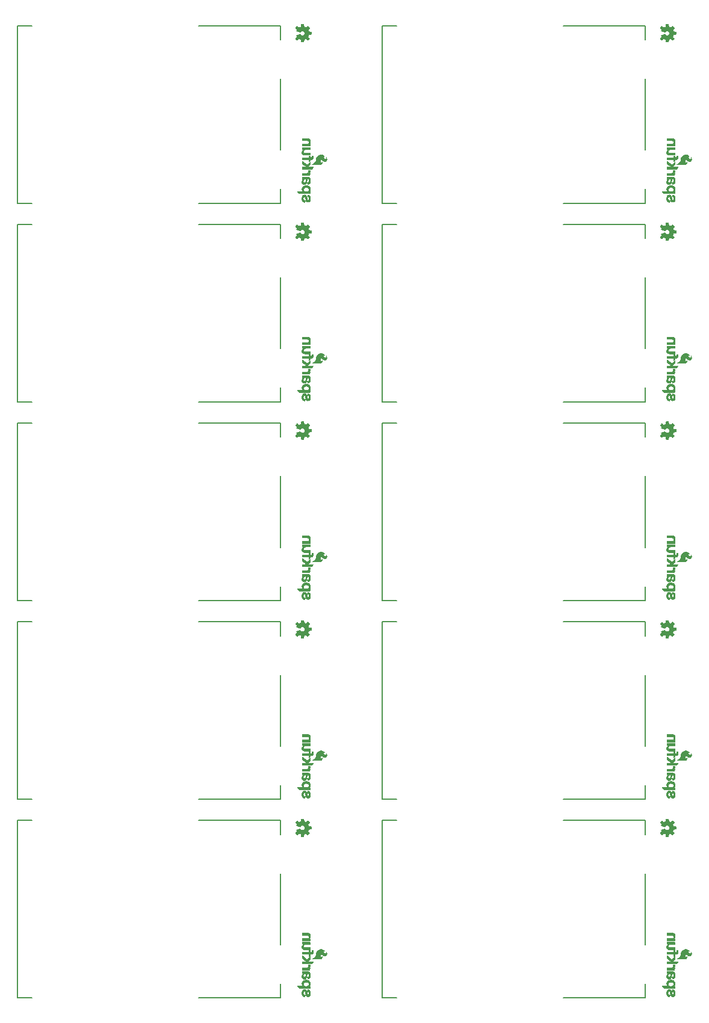
<source format=gbo>
G04 EAGLE Gerber RS-274X export*
G75*
%MOMM*%
%FSLAX34Y34*%
%LPD*%
%INSilkscreen Bottom*%
%IPPOS*%
%AMOC8*
5,1,8,0,0,1.08239X$1,22.5*%
G01*
%ADD10C,0.203200*%

G36*
X445993Y238802D02*
X445993Y238802D01*
X446012Y238799D01*
X446076Y238822D01*
X446142Y238837D01*
X446157Y238849D01*
X446175Y238856D01*
X446223Y238904D01*
X446276Y238947D01*
X446283Y238965D01*
X446297Y238979D01*
X446337Y239085D01*
X446346Y239105D01*
X446346Y239109D01*
X446348Y239113D01*
X446898Y242325D01*
X446937Y242336D01*
X446942Y242337D01*
X446943Y242337D01*
X446943Y242338D01*
X447063Y242398D01*
X447074Y242398D01*
X447089Y242401D01*
X447105Y242399D01*
X447237Y242436D01*
X447242Y242437D01*
X447243Y242437D01*
X447243Y242438D01*
X447363Y242498D01*
X447374Y242498D01*
X447389Y242501D01*
X447405Y242499D01*
X447537Y242536D01*
X447542Y242537D01*
X447543Y242537D01*
X447543Y242538D01*
X447863Y242698D01*
X447874Y242698D01*
X447889Y242701D01*
X447905Y242699D01*
X448037Y242736D01*
X448042Y242737D01*
X448043Y242737D01*
X448043Y242738D01*
X448243Y242838D01*
X448271Y242861D01*
X448325Y242898D01*
X448374Y242898D01*
X448448Y242915D01*
X448523Y242928D01*
X448533Y242935D01*
X448542Y242937D01*
X448570Y242960D01*
X448642Y243009D01*
X448698Y243065D01*
X448843Y243138D01*
X448871Y243161D01*
X448925Y243198D01*
X448974Y243198D01*
X449048Y243215D01*
X449070Y243219D01*
X451758Y241365D01*
X451774Y241358D01*
X451787Y241347D01*
X451854Y241327D01*
X451919Y241301D01*
X451937Y241303D01*
X451953Y241298D01*
X452022Y241310D01*
X452092Y241316D01*
X452106Y241325D01*
X452123Y241328D01*
X452229Y241400D01*
X452240Y241406D01*
X452240Y241408D01*
X452242Y241409D01*
X454442Y243609D01*
X454451Y243623D01*
X454465Y243633D01*
X454496Y243696D01*
X454533Y243756D01*
X454535Y243773D01*
X454542Y243788D01*
X454543Y243858D01*
X454549Y243928D01*
X454543Y243944D01*
X454543Y243961D01*
X454492Y244079D01*
X454488Y244090D01*
X454487Y244090D01*
X454486Y244092D01*
X452624Y246791D01*
X452642Y246809D01*
X452682Y246873D01*
X452726Y246936D01*
X452728Y246948D01*
X452733Y246956D01*
X452736Y246991D01*
X452753Y247077D01*
X452753Y247127D01*
X452761Y247139D01*
X452813Y247207D01*
X452885Y247352D01*
X452942Y247409D01*
X452982Y247473D01*
X453026Y247536D01*
X453028Y247548D01*
X453033Y247556D01*
X453036Y247591D01*
X453053Y247677D01*
X453053Y247727D01*
X453061Y247739D01*
X453113Y247807D01*
X453213Y248007D01*
X453217Y248023D01*
X453226Y248036D01*
X453252Y248170D01*
X453253Y248176D01*
X453253Y248177D01*
X453253Y248187D01*
X453313Y248307D01*
X453317Y248323D01*
X453326Y248336D01*
X453352Y248470D01*
X453353Y248476D01*
X453353Y248477D01*
X453353Y248527D01*
X453382Y248573D01*
X453426Y248636D01*
X453428Y248648D01*
X453433Y248656D01*
X453436Y248691D01*
X453453Y248777D01*
X453453Y248887D01*
X453482Y248945D01*
X456738Y249503D01*
X456756Y249511D01*
X456775Y249511D01*
X456834Y249544D01*
X456897Y249570D01*
X456910Y249585D01*
X456927Y249594D01*
X456966Y249650D01*
X457010Y249702D01*
X457015Y249720D01*
X457026Y249736D01*
X457047Y249847D01*
X457053Y249869D01*
X457052Y249873D01*
X457053Y249877D01*
X457053Y253077D01*
X457049Y253096D01*
X457051Y253115D01*
X457029Y253179D01*
X457013Y253245D01*
X457001Y253260D01*
X456995Y253279D01*
X456947Y253326D01*
X456903Y253379D01*
X456886Y253387D01*
X456872Y253400D01*
X456766Y253440D01*
X456745Y253449D01*
X456742Y253449D01*
X456738Y253451D01*
X453526Y254001D01*
X453515Y254040D01*
X453513Y254045D01*
X453513Y254046D01*
X453453Y254166D01*
X453453Y254177D01*
X453449Y254193D01*
X453452Y254209D01*
X453415Y254340D01*
X453413Y254345D01*
X453413Y254346D01*
X453353Y254466D01*
X453353Y254477D01*
X453349Y254493D01*
X453352Y254509D01*
X453315Y254640D01*
X453313Y254645D01*
X453313Y254646D01*
X453253Y254766D01*
X453253Y254877D01*
X453236Y254951D01*
X453222Y255026D01*
X453216Y255036D01*
X453213Y255045D01*
X453191Y255073D01*
X453142Y255145D01*
X453085Y255201D01*
X453053Y255266D01*
X453053Y255277D01*
X453049Y255293D01*
X453052Y255309D01*
X453015Y255440D01*
X453013Y255445D01*
X453013Y255446D01*
X452913Y255646D01*
X452890Y255674D01*
X452855Y255726D01*
X452848Y255738D01*
X452845Y255740D01*
X452842Y255745D01*
X452785Y255801D01*
X452753Y255866D01*
X452753Y255877D01*
X452749Y255893D01*
X452752Y255909D01*
X452740Y255951D01*
X452739Y255965D01*
X452732Y255978D01*
X452715Y256040D01*
X452713Y256045D01*
X452713Y256046D01*
X452642Y256188D01*
X454486Y258862D01*
X454491Y258873D01*
X454500Y258883D01*
X454522Y258954D01*
X454549Y259023D01*
X454548Y259035D01*
X454552Y259048D01*
X454540Y259121D01*
X454534Y259195D01*
X454527Y259206D01*
X454525Y259219D01*
X454448Y259339D01*
X452248Y261639D01*
X452226Y261653D01*
X452210Y261673D01*
X452154Y261700D01*
X452103Y261733D01*
X452077Y261736D01*
X452054Y261747D01*
X451992Y261746D01*
X451931Y261754D01*
X451907Y261745D01*
X451881Y261745D01*
X451801Y261707D01*
X451768Y261695D01*
X451762Y261689D01*
X451751Y261684D01*
X449078Y259748D01*
X448998Y259789D01*
X448942Y259845D01*
X448877Y259885D01*
X448814Y259929D01*
X448803Y259931D01*
X448795Y259936D01*
X448760Y259940D01*
X448674Y259956D01*
X448624Y259956D01*
X448611Y259964D01*
X448543Y260016D01*
X448398Y260089D01*
X448342Y260145D01*
X448277Y260185D01*
X448214Y260229D01*
X448203Y260231D01*
X448195Y260236D01*
X448160Y260240D01*
X448074Y260256D01*
X448024Y260256D01*
X447977Y260285D01*
X447914Y260329D01*
X447903Y260331D01*
X447895Y260336D01*
X447860Y260340D01*
X447774Y260356D01*
X447663Y260356D01*
X447598Y260389D01*
X447542Y260445D01*
X447477Y260485D01*
X447414Y260529D01*
X447403Y260531D01*
X447395Y260536D01*
X447360Y260540D01*
X447274Y260556D01*
X447224Y260556D01*
X447177Y260585D01*
X447114Y260629D01*
X447103Y260631D01*
X447095Y260636D01*
X447060Y260640D01*
X446974Y260656D01*
X446895Y260656D01*
X446348Y263939D01*
X446340Y263958D01*
X446339Y263978D01*
X446307Y264037D01*
X446281Y264099D01*
X446266Y264112D01*
X446256Y264130D01*
X446201Y264168D01*
X446151Y264212D01*
X446131Y264217D01*
X446114Y264229D01*
X446008Y264250D01*
X445983Y264256D01*
X445979Y264255D01*
X445974Y264256D01*
X442774Y264256D01*
X442755Y264252D01*
X442736Y264254D01*
X442671Y264232D01*
X442605Y264217D01*
X442590Y264204D01*
X442572Y264198D01*
X442524Y264150D01*
X442472Y264106D01*
X442464Y264089D01*
X442450Y264075D01*
X442410Y263969D01*
X442401Y263948D01*
X442401Y263945D01*
X442400Y263941D01*
X441836Y260653D01*
X441711Y260618D01*
X441705Y260617D01*
X441705Y260616D01*
X441704Y260616D01*
X441584Y260556D01*
X441574Y260556D01*
X441558Y260552D01*
X441542Y260555D01*
X441411Y260518D01*
X441405Y260517D01*
X441405Y260516D01*
X441404Y260516D01*
X441284Y260456D01*
X441274Y260456D01*
X441258Y260452D01*
X441242Y260455D01*
X441111Y260418D01*
X441105Y260417D01*
X441105Y260416D01*
X441104Y260416D01*
X440784Y260256D01*
X440774Y260256D01*
X440758Y260252D01*
X440742Y260255D01*
X440611Y260218D01*
X440605Y260217D01*
X440605Y260216D01*
X440604Y260216D01*
X440404Y260116D01*
X440376Y260093D01*
X440306Y260045D01*
X440249Y259989D01*
X440184Y259956D01*
X440174Y259956D01*
X440158Y259952D01*
X440142Y259955D01*
X440011Y259918D01*
X440005Y259917D01*
X440005Y259916D01*
X440004Y259916D01*
X439804Y259816D01*
X439776Y259793D01*
X439706Y259745D01*
X439695Y259735D01*
X437101Y261680D01*
X437079Y261690D01*
X437060Y261707D01*
X437000Y261725D01*
X436943Y261750D01*
X436918Y261749D01*
X436894Y261756D01*
X436833Y261745D01*
X436770Y261742D01*
X436748Y261730D01*
X436724Y261725D01*
X436649Y261674D01*
X436619Y261658D01*
X436614Y261651D01*
X436606Y261645D01*
X434306Y259345D01*
X434297Y259330D01*
X434283Y259320D01*
X434251Y259257D01*
X434214Y259198D01*
X434213Y259181D01*
X434205Y259166D01*
X434205Y259095D01*
X434198Y259026D01*
X434204Y259010D01*
X434204Y258993D01*
X434256Y258875D01*
X434260Y258864D01*
X434261Y258863D01*
X434261Y258862D01*
X436123Y256162D01*
X436106Y256145D01*
X436075Y256096D01*
X436072Y256093D01*
X436067Y256084D01*
X436065Y256080D01*
X436021Y256017D01*
X436019Y256006D01*
X436014Y255998D01*
X436011Y255963D01*
X436009Y255953D01*
X436006Y255945D01*
X435965Y255880D01*
X435921Y255817D01*
X435919Y255806D01*
X435914Y255798D01*
X435911Y255763D01*
X435894Y255677D01*
X435894Y255627D01*
X435865Y255580D01*
X435821Y255517D01*
X435819Y255506D01*
X435814Y255498D01*
X435811Y255463D01*
X435808Y255447D01*
X435806Y255445D01*
X435765Y255380D01*
X435721Y255317D01*
X435719Y255306D01*
X435714Y255298D01*
X435711Y255263D01*
X435708Y255247D01*
X435706Y255245D01*
X435665Y255180D01*
X435621Y255117D01*
X435619Y255106D01*
X435614Y255098D01*
X435611Y255063D01*
X435605Y255034D01*
X435572Y255006D01*
X435564Y254988D01*
X435549Y254973D01*
X435529Y254910D01*
X435501Y254848D01*
X435502Y254828D01*
X435496Y254809D01*
X435506Y254743D01*
X435508Y254676D01*
X435518Y254658D01*
X435521Y254638D01*
X435559Y254583D01*
X435591Y254524D01*
X435608Y254512D01*
X435620Y254495D01*
X435712Y254439D01*
X435733Y254425D01*
X435738Y254424D01*
X435742Y254421D01*
X441142Y252421D01*
X441173Y252417D01*
X441201Y252405D01*
X441257Y252407D01*
X441314Y252400D01*
X441343Y252410D01*
X441374Y252411D01*
X441424Y252438D01*
X441477Y252457D01*
X441499Y252479D01*
X441526Y252494D01*
X441572Y252553D01*
X441598Y252580D01*
X441602Y252593D01*
X441613Y252607D01*
X441885Y253152D01*
X442042Y253309D01*
X442061Y253339D01*
X442066Y253346D01*
X442081Y253359D01*
X442089Y253376D01*
X442113Y253407D01*
X442185Y253552D01*
X442498Y253865D01*
X442643Y253938D01*
X442671Y253961D01*
X442742Y254009D01*
X442898Y254165D01*
X443019Y254226D01*
X443294Y254317D01*
X443313Y254329D01*
X443343Y254338D01*
X443463Y254398D01*
X443574Y254398D01*
X443609Y254406D01*
X443694Y254417D01*
X443935Y254498D01*
X444712Y254498D01*
X444954Y254417D01*
X444990Y254414D01*
X445074Y254398D01*
X445259Y254398D01*
X445463Y254261D01*
X445498Y254248D01*
X445554Y254217D01*
X445806Y254133D01*
X446332Y253782D01*
X446679Y253435D01*
X447030Y252909D01*
X447114Y252657D01*
X447133Y252625D01*
X447158Y252566D01*
X447294Y252362D01*
X447294Y252177D01*
X447303Y252142D01*
X447314Y252057D01*
X447394Y251815D01*
X447394Y251224D01*
X447306Y250869D01*
X447305Y250833D01*
X447294Y250777D01*
X447294Y250592D01*
X447158Y250387D01*
X447145Y250352D01*
X447114Y250297D01*
X447030Y250045D01*
X446879Y249818D01*
X446706Y249645D01*
X446689Y249619D01*
X446658Y249587D01*
X446479Y249318D01*
X446332Y249172D01*
X445806Y248821D01*
X444712Y248456D01*
X444235Y248456D01*
X443994Y248537D01*
X443958Y248540D01*
X443874Y248556D01*
X443663Y248556D01*
X443343Y248716D01*
X443321Y248721D01*
X443294Y248737D01*
X443019Y248828D01*
X442698Y248989D01*
X442542Y249145D01*
X442511Y249164D01*
X442443Y249216D01*
X442298Y249289D01*
X442185Y249401D01*
X442113Y249546D01*
X442090Y249574D01*
X442042Y249645D01*
X441885Y249801D01*
X441725Y250122D01*
X441633Y250397D01*
X441603Y250446D01*
X441581Y250499D01*
X441559Y250518D01*
X441543Y250544D01*
X441494Y250575D01*
X441451Y250612D01*
X441422Y250620D01*
X441396Y250636D01*
X441339Y250641D01*
X441283Y250656D01*
X441249Y250650D01*
X441224Y250653D01*
X441192Y250641D01*
X441142Y250632D01*
X435742Y248632D01*
X435727Y248622D01*
X435711Y248619D01*
X435691Y248602D01*
X435661Y248591D01*
X435633Y248560D01*
X435598Y248537D01*
X435585Y248515D01*
X435577Y248508D01*
X435570Y248492D01*
X435544Y248464D01*
X435532Y248423D01*
X435511Y248387D01*
X435509Y248355D01*
X435507Y248350D01*
X435507Y248339D01*
X435495Y248298D01*
X435502Y248256D01*
X435500Y248215D01*
X435513Y248181D01*
X435514Y248177D01*
X435518Y248170D01*
X435525Y248127D01*
X435553Y248086D01*
X435566Y248055D01*
X435586Y248038D01*
X435594Y248025D01*
X435594Y247977D01*
X435612Y247902D01*
X435625Y247827D01*
X435632Y247818D01*
X435634Y247808D01*
X435657Y247781D01*
X435706Y247709D01*
X435712Y247702D01*
X435725Y247627D01*
X435732Y247618D01*
X435734Y247608D01*
X435757Y247581D01*
X435806Y247509D01*
X435812Y247502D01*
X435825Y247427D01*
X435832Y247418D01*
X435834Y247408D01*
X435857Y247381D01*
X435906Y247309D01*
X435912Y247302D01*
X435925Y247227D01*
X435932Y247218D01*
X435934Y247208D01*
X435957Y247181D01*
X436006Y247109D01*
X436012Y247102D01*
X436025Y247027D01*
X436032Y247018D01*
X436034Y247008D01*
X436057Y246981D01*
X436106Y246909D01*
X436112Y246902D01*
X436125Y246827D01*
X436132Y246818D01*
X436134Y246808D01*
X434261Y244092D01*
X434254Y244072D01*
X434240Y244056D01*
X434222Y243992D01*
X434198Y243931D01*
X434200Y243910D01*
X434195Y243889D01*
X434208Y243824D01*
X434213Y243759D01*
X434224Y243740D01*
X434229Y243719D01*
X434289Y243635D01*
X434303Y243611D01*
X434308Y243608D01*
X434312Y243603D01*
X436612Y241403D01*
X436625Y241395D01*
X436635Y241382D01*
X436699Y241351D01*
X436761Y241315D01*
X436777Y241314D01*
X436791Y241307D01*
X436862Y241307D01*
X436933Y241302D01*
X436948Y241308D01*
X436964Y241308D01*
X437089Y241366D01*
X437093Y241368D01*
X437094Y241368D01*
X439709Y243236D01*
X439720Y243234D01*
X439733Y243225D01*
X439867Y243199D01*
X439872Y243198D01*
X439873Y243198D01*
X439874Y243198D01*
X439884Y243198D01*
X439949Y243165D01*
X440006Y243109D01*
X440036Y243090D01*
X440104Y243038D01*
X440249Y242965D01*
X440306Y242909D01*
X440370Y242868D01*
X440433Y242825D01*
X440445Y242822D01*
X440453Y242817D01*
X440488Y242814D01*
X440574Y242798D01*
X440623Y242798D01*
X440670Y242768D01*
X440733Y242725D01*
X440745Y242722D01*
X440753Y242717D01*
X440788Y242714D01*
X440874Y242698D01*
X440984Y242698D01*
X441049Y242665D01*
X441106Y242609D01*
X441170Y242568D01*
X441233Y242525D01*
X441245Y242522D01*
X441253Y242517D01*
X441288Y242514D01*
X441374Y242498D01*
X441423Y242498D01*
X441470Y242468D01*
X441533Y242425D01*
X441545Y242422D01*
X441553Y242417D01*
X441588Y242414D01*
X441674Y242398D01*
X441784Y242398D01*
X441842Y242369D01*
X442400Y239113D01*
X442407Y239095D01*
X442408Y239076D01*
X442441Y239016D01*
X442467Y238953D01*
X442482Y238941D01*
X442491Y238924D01*
X442547Y238885D01*
X442598Y238841D01*
X442617Y238836D01*
X442633Y238825D01*
X442744Y238803D01*
X442766Y238798D01*
X442770Y238798D01*
X442774Y238798D01*
X445974Y238798D01*
X445993Y238802D01*
G37*
G36*
X959073Y238802D02*
X959073Y238802D01*
X959092Y238799D01*
X959156Y238822D01*
X959222Y238837D01*
X959237Y238849D01*
X959255Y238856D01*
X959303Y238904D01*
X959356Y238947D01*
X959363Y238965D01*
X959377Y238979D01*
X959417Y239085D01*
X959426Y239105D01*
X959426Y239109D01*
X959428Y239113D01*
X959978Y242325D01*
X960017Y242336D01*
X960022Y242337D01*
X960023Y242337D01*
X960023Y242338D01*
X960143Y242398D01*
X960154Y242398D01*
X960169Y242401D01*
X960185Y242399D01*
X960317Y242436D01*
X960322Y242437D01*
X960323Y242437D01*
X960323Y242438D01*
X960443Y242498D01*
X960454Y242498D01*
X960469Y242501D01*
X960485Y242499D01*
X960617Y242536D01*
X960622Y242537D01*
X960623Y242537D01*
X960623Y242538D01*
X960943Y242698D01*
X960954Y242698D01*
X960969Y242701D01*
X960985Y242699D01*
X961117Y242736D01*
X961122Y242737D01*
X961123Y242737D01*
X961123Y242738D01*
X961323Y242838D01*
X961351Y242861D01*
X961405Y242898D01*
X961454Y242898D01*
X961528Y242915D01*
X961603Y242928D01*
X961613Y242935D01*
X961622Y242937D01*
X961650Y242960D01*
X961722Y243009D01*
X961778Y243065D01*
X961923Y243138D01*
X961951Y243161D01*
X962005Y243198D01*
X962054Y243198D01*
X962128Y243215D01*
X962150Y243219D01*
X964838Y241365D01*
X964854Y241358D01*
X964867Y241347D01*
X964934Y241327D01*
X964999Y241301D01*
X965017Y241303D01*
X965033Y241298D01*
X965102Y241310D01*
X965172Y241316D01*
X965186Y241325D01*
X965203Y241328D01*
X965309Y241400D01*
X965320Y241406D01*
X965320Y241408D01*
X965322Y241409D01*
X967522Y243609D01*
X967531Y243623D01*
X967545Y243633D01*
X967576Y243696D01*
X967613Y243756D01*
X967615Y243773D01*
X967622Y243788D01*
X967623Y243858D01*
X967629Y243928D01*
X967623Y243944D01*
X967623Y243961D01*
X967572Y244079D01*
X967568Y244090D01*
X967567Y244090D01*
X967566Y244092D01*
X965704Y246791D01*
X965722Y246809D01*
X965762Y246873D01*
X965806Y246936D01*
X965808Y246948D01*
X965813Y246956D01*
X965816Y246991D01*
X965833Y247077D01*
X965833Y247127D01*
X965841Y247139D01*
X965893Y247207D01*
X965965Y247352D01*
X966022Y247409D01*
X966062Y247473D01*
X966106Y247536D01*
X966108Y247548D01*
X966113Y247556D01*
X966116Y247591D01*
X966133Y247677D01*
X966133Y247727D01*
X966141Y247739D01*
X966193Y247807D01*
X966293Y248007D01*
X966297Y248023D01*
X966306Y248036D01*
X966332Y248170D01*
X966333Y248176D01*
X966333Y248177D01*
X966333Y248187D01*
X966393Y248307D01*
X966397Y248323D01*
X966406Y248336D01*
X966432Y248470D01*
X966433Y248476D01*
X966433Y248477D01*
X966433Y248527D01*
X966462Y248573D01*
X966506Y248636D01*
X966508Y248648D01*
X966513Y248656D01*
X966516Y248691D01*
X966533Y248777D01*
X966533Y248887D01*
X966562Y248945D01*
X969818Y249503D01*
X969836Y249511D01*
X969855Y249511D01*
X969914Y249544D01*
X969977Y249570D01*
X969990Y249585D01*
X970007Y249594D01*
X970046Y249650D01*
X970090Y249702D01*
X970095Y249720D01*
X970106Y249736D01*
X970127Y249847D01*
X970133Y249869D01*
X970132Y249873D01*
X970133Y249877D01*
X970133Y253077D01*
X970129Y253096D01*
X970131Y253115D01*
X970109Y253179D01*
X970093Y253245D01*
X970081Y253260D01*
X970075Y253279D01*
X970027Y253326D01*
X969983Y253379D01*
X969966Y253387D01*
X969952Y253400D01*
X969846Y253440D01*
X969825Y253449D01*
X969822Y253449D01*
X969818Y253451D01*
X966606Y254001D01*
X966595Y254040D01*
X966593Y254045D01*
X966593Y254046D01*
X966533Y254166D01*
X966533Y254177D01*
X966529Y254193D01*
X966532Y254209D01*
X966495Y254340D01*
X966493Y254345D01*
X966493Y254346D01*
X966433Y254466D01*
X966433Y254477D01*
X966429Y254493D01*
X966432Y254509D01*
X966395Y254640D01*
X966393Y254645D01*
X966393Y254646D01*
X966333Y254766D01*
X966333Y254877D01*
X966316Y254951D01*
X966302Y255026D01*
X966296Y255036D01*
X966293Y255045D01*
X966271Y255073D01*
X966222Y255145D01*
X966165Y255201D01*
X966133Y255266D01*
X966133Y255277D01*
X966129Y255293D01*
X966132Y255309D01*
X966095Y255440D01*
X966093Y255445D01*
X966093Y255446D01*
X965993Y255646D01*
X965970Y255674D01*
X965935Y255726D01*
X965928Y255738D01*
X965925Y255740D01*
X965922Y255745D01*
X965865Y255801D01*
X965833Y255866D01*
X965833Y255877D01*
X965829Y255893D01*
X965832Y255909D01*
X965820Y255951D01*
X965819Y255965D01*
X965812Y255978D01*
X965795Y256040D01*
X965793Y256045D01*
X965793Y256046D01*
X965722Y256188D01*
X967566Y258862D01*
X967571Y258873D01*
X967580Y258883D01*
X967602Y258954D01*
X967629Y259023D01*
X967628Y259035D01*
X967632Y259048D01*
X967620Y259121D01*
X967614Y259195D01*
X967607Y259206D01*
X967605Y259219D01*
X967528Y259339D01*
X965328Y261639D01*
X965306Y261653D01*
X965290Y261673D01*
X965234Y261700D01*
X965183Y261733D01*
X965157Y261736D01*
X965134Y261747D01*
X965072Y261746D01*
X965011Y261754D01*
X964987Y261745D01*
X964961Y261745D01*
X964881Y261707D01*
X964848Y261695D01*
X964842Y261689D01*
X964831Y261684D01*
X962158Y259748D01*
X962078Y259789D01*
X962022Y259845D01*
X961957Y259885D01*
X961894Y259929D01*
X961883Y259931D01*
X961875Y259936D01*
X961840Y259940D01*
X961754Y259956D01*
X961704Y259956D01*
X961691Y259964D01*
X961623Y260016D01*
X961478Y260089D01*
X961422Y260145D01*
X961357Y260185D01*
X961294Y260229D01*
X961283Y260231D01*
X961275Y260236D01*
X961240Y260240D01*
X961154Y260256D01*
X961104Y260256D01*
X961057Y260285D01*
X960994Y260329D01*
X960983Y260331D01*
X960975Y260336D01*
X960940Y260340D01*
X960854Y260356D01*
X960743Y260356D01*
X960678Y260389D01*
X960622Y260445D01*
X960557Y260485D01*
X960494Y260529D01*
X960483Y260531D01*
X960475Y260536D01*
X960440Y260540D01*
X960354Y260556D01*
X960304Y260556D01*
X960257Y260585D01*
X960194Y260629D01*
X960183Y260631D01*
X960175Y260636D01*
X960140Y260640D01*
X960054Y260656D01*
X959975Y260656D01*
X959428Y263939D01*
X959420Y263958D01*
X959419Y263978D01*
X959387Y264037D01*
X959361Y264099D01*
X959346Y264112D01*
X959336Y264130D01*
X959281Y264168D01*
X959231Y264212D01*
X959211Y264217D01*
X959194Y264229D01*
X959088Y264250D01*
X959063Y264256D01*
X959059Y264255D01*
X959054Y264256D01*
X955854Y264256D01*
X955835Y264252D01*
X955816Y264254D01*
X955751Y264232D01*
X955685Y264217D01*
X955670Y264204D01*
X955652Y264198D01*
X955604Y264150D01*
X955552Y264106D01*
X955544Y264089D01*
X955530Y264075D01*
X955490Y263969D01*
X955481Y263948D01*
X955481Y263945D01*
X955480Y263941D01*
X954916Y260653D01*
X954791Y260618D01*
X954785Y260617D01*
X954785Y260616D01*
X954784Y260616D01*
X954664Y260556D01*
X954654Y260556D01*
X954638Y260552D01*
X954622Y260555D01*
X954491Y260518D01*
X954485Y260517D01*
X954485Y260516D01*
X954484Y260516D01*
X954364Y260456D01*
X954354Y260456D01*
X954338Y260452D01*
X954322Y260455D01*
X954191Y260418D01*
X954185Y260417D01*
X954185Y260416D01*
X954184Y260416D01*
X953864Y260256D01*
X953854Y260256D01*
X953838Y260252D01*
X953822Y260255D01*
X953691Y260218D01*
X953685Y260217D01*
X953685Y260216D01*
X953684Y260216D01*
X953484Y260116D01*
X953456Y260093D01*
X953386Y260045D01*
X953329Y259989D01*
X953264Y259956D01*
X953254Y259956D01*
X953238Y259952D01*
X953222Y259955D01*
X953091Y259918D01*
X953085Y259917D01*
X953085Y259916D01*
X953084Y259916D01*
X952884Y259816D01*
X952856Y259793D01*
X952786Y259745D01*
X952775Y259735D01*
X950181Y261680D01*
X950159Y261690D01*
X950140Y261707D01*
X950080Y261725D01*
X950023Y261750D01*
X949998Y261749D01*
X949974Y261756D01*
X949913Y261745D01*
X949850Y261742D01*
X949828Y261730D01*
X949804Y261725D01*
X949729Y261674D01*
X949699Y261658D01*
X949694Y261651D01*
X949686Y261645D01*
X947386Y259345D01*
X947377Y259330D01*
X947363Y259320D01*
X947331Y259257D01*
X947294Y259198D01*
X947293Y259181D01*
X947285Y259166D01*
X947285Y259095D01*
X947278Y259026D01*
X947284Y259010D01*
X947284Y258993D01*
X947336Y258875D01*
X947340Y258864D01*
X947341Y258863D01*
X947341Y258862D01*
X949203Y256162D01*
X949186Y256145D01*
X949155Y256096D01*
X949152Y256093D01*
X949147Y256084D01*
X949145Y256080D01*
X949101Y256017D01*
X949099Y256006D01*
X949094Y255998D01*
X949091Y255963D01*
X949089Y255953D01*
X949086Y255945D01*
X949045Y255880D01*
X949001Y255817D01*
X948999Y255806D01*
X948994Y255798D01*
X948991Y255763D01*
X948974Y255677D01*
X948974Y255627D01*
X948945Y255580D01*
X948901Y255517D01*
X948899Y255506D01*
X948894Y255498D01*
X948891Y255463D01*
X948888Y255447D01*
X948886Y255445D01*
X948845Y255380D01*
X948801Y255317D01*
X948799Y255306D01*
X948794Y255298D01*
X948791Y255263D01*
X948788Y255247D01*
X948786Y255245D01*
X948745Y255180D01*
X948701Y255117D01*
X948699Y255106D01*
X948694Y255098D01*
X948691Y255063D01*
X948685Y255034D01*
X948652Y255006D01*
X948644Y254988D01*
X948629Y254973D01*
X948609Y254910D01*
X948581Y254848D01*
X948582Y254828D01*
X948576Y254809D01*
X948586Y254743D01*
X948588Y254676D01*
X948598Y254658D01*
X948601Y254638D01*
X948639Y254583D01*
X948671Y254524D01*
X948688Y254512D01*
X948700Y254495D01*
X948792Y254439D01*
X948813Y254425D01*
X948818Y254424D01*
X948822Y254421D01*
X954222Y252421D01*
X954253Y252417D01*
X954281Y252405D01*
X954337Y252407D01*
X954394Y252400D01*
X954423Y252410D01*
X954454Y252411D01*
X954504Y252438D01*
X954557Y252457D01*
X954579Y252479D01*
X954606Y252494D01*
X954652Y252553D01*
X954678Y252580D01*
X954682Y252593D01*
X954693Y252607D01*
X954965Y253152D01*
X955122Y253309D01*
X955141Y253339D01*
X955146Y253346D01*
X955161Y253359D01*
X955169Y253376D01*
X955193Y253407D01*
X955265Y253552D01*
X955578Y253865D01*
X955723Y253938D01*
X955751Y253961D01*
X955822Y254009D01*
X955978Y254165D01*
X956099Y254226D01*
X956374Y254317D01*
X956393Y254329D01*
X956423Y254338D01*
X956543Y254398D01*
X956654Y254398D01*
X956689Y254406D01*
X956774Y254417D01*
X957015Y254498D01*
X957792Y254498D01*
X958034Y254417D01*
X958070Y254414D01*
X958154Y254398D01*
X958339Y254398D01*
X958543Y254261D01*
X958578Y254248D01*
X958634Y254217D01*
X958886Y254133D01*
X959412Y253782D01*
X959759Y253435D01*
X960110Y252909D01*
X960194Y252657D01*
X960213Y252625D01*
X960238Y252566D01*
X960374Y252362D01*
X960374Y252177D01*
X960383Y252142D01*
X960394Y252057D01*
X960474Y251815D01*
X960474Y251224D01*
X960386Y250869D01*
X960385Y250833D01*
X960374Y250777D01*
X960374Y250592D01*
X960238Y250387D01*
X960225Y250352D01*
X960194Y250297D01*
X960110Y250045D01*
X959959Y249818D01*
X959786Y249645D01*
X959769Y249619D01*
X959738Y249587D01*
X959559Y249318D01*
X959412Y249172D01*
X958886Y248821D01*
X957792Y248456D01*
X957315Y248456D01*
X957074Y248537D01*
X957038Y248540D01*
X956954Y248556D01*
X956743Y248556D01*
X956423Y248716D01*
X956401Y248721D01*
X956374Y248737D01*
X956099Y248828D01*
X955778Y248989D01*
X955622Y249145D01*
X955591Y249164D01*
X955523Y249216D01*
X955378Y249289D01*
X955265Y249401D01*
X955193Y249546D01*
X955170Y249574D01*
X955122Y249645D01*
X954965Y249801D01*
X954805Y250122D01*
X954713Y250397D01*
X954683Y250446D01*
X954661Y250499D01*
X954639Y250518D01*
X954623Y250544D01*
X954574Y250575D01*
X954531Y250612D01*
X954502Y250620D01*
X954476Y250636D01*
X954419Y250641D01*
X954363Y250656D01*
X954329Y250650D01*
X954304Y250653D01*
X954272Y250641D01*
X954222Y250632D01*
X948822Y248632D01*
X948807Y248622D01*
X948791Y248619D01*
X948771Y248602D01*
X948741Y248591D01*
X948713Y248560D01*
X948678Y248537D01*
X948665Y248515D01*
X948657Y248508D01*
X948650Y248492D01*
X948624Y248464D01*
X948612Y248423D01*
X948591Y248387D01*
X948589Y248355D01*
X948587Y248350D01*
X948587Y248339D01*
X948575Y248298D01*
X948582Y248256D01*
X948580Y248215D01*
X948593Y248181D01*
X948594Y248177D01*
X948598Y248170D01*
X948605Y248127D01*
X948633Y248086D01*
X948646Y248055D01*
X948666Y248038D01*
X948674Y248025D01*
X948674Y247977D01*
X948692Y247902D01*
X948705Y247827D01*
X948712Y247818D01*
X948714Y247808D01*
X948737Y247781D01*
X948786Y247709D01*
X948792Y247702D01*
X948805Y247627D01*
X948812Y247618D01*
X948814Y247608D01*
X948837Y247581D01*
X948886Y247509D01*
X948892Y247502D01*
X948905Y247427D01*
X948912Y247418D01*
X948914Y247408D01*
X948937Y247381D01*
X948986Y247309D01*
X948992Y247302D01*
X949005Y247227D01*
X949012Y247218D01*
X949014Y247208D01*
X949037Y247181D01*
X949086Y247109D01*
X949092Y247102D01*
X949105Y247027D01*
X949112Y247018D01*
X949114Y247008D01*
X949137Y246981D01*
X949186Y246909D01*
X949192Y246902D01*
X949205Y246827D01*
X949212Y246818D01*
X949214Y246808D01*
X947341Y244092D01*
X947334Y244072D01*
X947320Y244056D01*
X947302Y243992D01*
X947278Y243931D01*
X947280Y243910D01*
X947275Y243889D01*
X947288Y243824D01*
X947293Y243759D01*
X947304Y243740D01*
X947309Y243719D01*
X947369Y243635D01*
X947383Y243611D01*
X947388Y243608D01*
X947392Y243603D01*
X949692Y241403D01*
X949705Y241395D01*
X949715Y241382D01*
X949779Y241351D01*
X949841Y241315D01*
X949857Y241314D01*
X949871Y241307D01*
X949942Y241307D01*
X950013Y241302D01*
X950028Y241308D01*
X950044Y241308D01*
X950169Y241366D01*
X950173Y241368D01*
X950174Y241368D01*
X952789Y243236D01*
X952800Y243234D01*
X952813Y243225D01*
X952947Y243199D01*
X952952Y243198D01*
X952953Y243198D01*
X952954Y243198D01*
X952964Y243198D01*
X953029Y243165D01*
X953086Y243109D01*
X953116Y243090D01*
X953184Y243038D01*
X953329Y242965D01*
X953386Y242909D01*
X953450Y242868D01*
X953513Y242825D01*
X953525Y242822D01*
X953533Y242817D01*
X953568Y242814D01*
X953654Y242798D01*
X953703Y242798D01*
X953750Y242768D01*
X953813Y242725D01*
X953825Y242722D01*
X953833Y242717D01*
X953868Y242714D01*
X953954Y242698D01*
X954064Y242698D01*
X954129Y242665D01*
X954186Y242609D01*
X954250Y242568D01*
X954313Y242525D01*
X954325Y242522D01*
X954333Y242517D01*
X954368Y242514D01*
X954454Y242498D01*
X954503Y242498D01*
X954550Y242468D01*
X954613Y242425D01*
X954625Y242422D01*
X954633Y242417D01*
X954668Y242414D01*
X954754Y242398D01*
X954864Y242398D01*
X954922Y242369D01*
X955480Y239113D01*
X955487Y239095D01*
X955488Y239076D01*
X955521Y239016D01*
X955547Y238953D01*
X955562Y238941D01*
X955571Y238924D01*
X955627Y238885D01*
X955678Y238841D01*
X955697Y238836D01*
X955713Y238825D01*
X955824Y238803D01*
X955846Y238798D01*
X955850Y238798D01*
X955854Y238798D01*
X959054Y238798D01*
X959073Y238802D01*
G37*
G36*
X445993Y1356732D02*
X445993Y1356732D01*
X446012Y1356730D01*
X446076Y1356752D01*
X446142Y1356767D01*
X446157Y1356780D01*
X446175Y1356786D01*
X446223Y1356834D01*
X446276Y1356877D01*
X446283Y1356895D01*
X446297Y1356909D01*
X446337Y1357015D01*
X446346Y1357035D01*
X446346Y1357039D01*
X446348Y1357043D01*
X446898Y1360255D01*
X446937Y1360266D01*
X446942Y1360267D01*
X446943Y1360268D01*
X447063Y1360328D01*
X447074Y1360328D01*
X447089Y1360331D01*
X447105Y1360329D01*
X447237Y1360366D01*
X447242Y1360367D01*
X447243Y1360368D01*
X447363Y1360428D01*
X447374Y1360428D01*
X447389Y1360431D01*
X447405Y1360429D01*
X447537Y1360466D01*
X447542Y1360467D01*
X447543Y1360468D01*
X447863Y1360628D01*
X447874Y1360628D01*
X447889Y1360631D01*
X447905Y1360629D01*
X448037Y1360666D01*
X448042Y1360667D01*
X448043Y1360668D01*
X448243Y1360768D01*
X448271Y1360791D01*
X448325Y1360828D01*
X448374Y1360828D01*
X448448Y1360845D01*
X448523Y1360859D01*
X448533Y1360865D01*
X448542Y1360867D01*
X448570Y1360890D01*
X448642Y1360939D01*
X448698Y1360995D01*
X448843Y1361068D01*
X448871Y1361091D01*
X448925Y1361128D01*
X448974Y1361128D01*
X449048Y1361145D01*
X449070Y1361149D01*
X451758Y1359295D01*
X451774Y1359289D01*
X451787Y1359277D01*
X451854Y1359257D01*
X451919Y1359232D01*
X451937Y1359233D01*
X451953Y1359228D01*
X452022Y1359241D01*
X452092Y1359247D01*
X452106Y1359256D01*
X452123Y1359259D01*
X452229Y1359330D01*
X452240Y1359337D01*
X452240Y1359338D01*
X452242Y1359339D01*
X454442Y1361539D01*
X454451Y1361553D01*
X454465Y1361564D01*
X454496Y1361626D01*
X454533Y1361686D01*
X454535Y1361703D01*
X454542Y1361718D01*
X454543Y1361789D01*
X454549Y1361858D01*
X454543Y1361874D01*
X454543Y1361891D01*
X454492Y1362009D01*
X454488Y1362020D01*
X454487Y1362021D01*
X454486Y1362022D01*
X452624Y1364721D01*
X452642Y1364739D01*
X452682Y1364804D01*
X452726Y1364866D01*
X452728Y1364878D01*
X452733Y1364886D01*
X452736Y1364921D01*
X452753Y1365007D01*
X452753Y1365057D01*
X452761Y1365069D01*
X452813Y1365137D01*
X452885Y1365282D01*
X452942Y1365339D01*
X452982Y1365404D01*
X453026Y1365466D01*
X453028Y1365478D01*
X453033Y1365486D01*
X453036Y1365521D01*
X453053Y1365607D01*
X453053Y1365657D01*
X453061Y1365669D01*
X453113Y1365737D01*
X453213Y1365937D01*
X453217Y1365953D01*
X453226Y1365966D01*
X453252Y1366100D01*
X453253Y1366106D01*
X453253Y1366107D01*
X453253Y1366117D01*
X453313Y1366237D01*
X453317Y1366253D01*
X453326Y1366266D01*
X453352Y1366400D01*
X453353Y1366406D01*
X453353Y1366407D01*
X453353Y1366457D01*
X453382Y1366504D01*
X453426Y1366566D01*
X453428Y1366578D01*
X453433Y1366586D01*
X453436Y1366621D01*
X453453Y1366707D01*
X453453Y1366817D01*
X453482Y1366875D01*
X456738Y1367433D01*
X456756Y1367441D01*
X456775Y1367442D01*
X456834Y1367474D01*
X456897Y1367501D01*
X456910Y1367515D01*
X456927Y1367525D01*
X456966Y1367580D01*
X457010Y1367632D01*
X457015Y1367651D01*
X457026Y1367666D01*
X457047Y1367777D01*
X457053Y1367799D01*
X457052Y1367803D01*
X457053Y1367807D01*
X457053Y1371007D01*
X457049Y1371026D01*
X457051Y1371045D01*
X457029Y1371109D01*
X457013Y1371175D01*
X457001Y1371190D01*
X456995Y1371209D01*
X456947Y1371257D01*
X456903Y1371309D01*
X456886Y1371317D01*
X456872Y1371330D01*
X456766Y1371370D01*
X456745Y1371379D01*
X456742Y1371379D01*
X456738Y1371381D01*
X453526Y1371931D01*
X453515Y1371970D01*
X453513Y1371975D01*
X453513Y1371976D01*
X453513Y1371977D01*
X453453Y1372097D01*
X453453Y1372107D01*
X453449Y1372123D01*
X453452Y1372139D01*
X453415Y1372270D01*
X453413Y1372275D01*
X453413Y1372276D01*
X453413Y1372277D01*
X453353Y1372397D01*
X453353Y1372407D01*
X453349Y1372423D01*
X453352Y1372439D01*
X453315Y1372570D01*
X453313Y1372575D01*
X453313Y1372576D01*
X453313Y1372577D01*
X453253Y1372697D01*
X453253Y1372807D01*
X453236Y1372881D01*
X453222Y1372957D01*
X453216Y1372966D01*
X453213Y1372975D01*
X453191Y1373003D01*
X453142Y1373075D01*
X453085Y1373132D01*
X453053Y1373197D01*
X453053Y1373207D01*
X453049Y1373223D01*
X453052Y1373239D01*
X453015Y1373370D01*
X453013Y1373375D01*
X453013Y1373376D01*
X453013Y1373377D01*
X452913Y1373577D01*
X452890Y1373604D01*
X452855Y1373656D01*
X452848Y1373668D01*
X452845Y1373670D01*
X452842Y1373675D01*
X452785Y1373732D01*
X452753Y1373797D01*
X452753Y1373807D01*
X452749Y1373823D01*
X452752Y1373839D01*
X452740Y1373881D01*
X452739Y1373895D01*
X452732Y1373908D01*
X452715Y1373970D01*
X452713Y1373975D01*
X452713Y1373976D01*
X452713Y1373977D01*
X452642Y1374118D01*
X454486Y1376792D01*
X454491Y1376804D01*
X454500Y1376813D01*
X454522Y1376884D01*
X454549Y1376953D01*
X454548Y1376966D01*
X454552Y1376978D01*
X454540Y1377051D01*
X454534Y1377125D01*
X454527Y1377136D01*
X454525Y1377149D01*
X454448Y1377269D01*
X452248Y1379569D01*
X452226Y1379583D01*
X452210Y1379603D01*
X452154Y1379630D01*
X452103Y1379664D01*
X452077Y1379667D01*
X452054Y1379678D01*
X451992Y1379677D01*
X451931Y1379684D01*
X451907Y1379675D01*
X451881Y1379675D01*
X451801Y1379637D01*
X451768Y1379626D01*
X451762Y1379619D01*
X451751Y1379614D01*
X449078Y1377679D01*
X448998Y1377719D01*
X448942Y1377775D01*
X448877Y1377815D01*
X448814Y1377859D01*
X448803Y1377861D01*
X448795Y1377866D01*
X448760Y1377870D01*
X448674Y1377886D01*
X448624Y1377886D01*
X448611Y1377894D01*
X448543Y1377946D01*
X448398Y1378019D01*
X448342Y1378075D01*
X448277Y1378115D01*
X448214Y1378159D01*
X448203Y1378161D01*
X448195Y1378166D01*
X448160Y1378170D01*
X448074Y1378186D01*
X448024Y1378186D01*
X447977Y1378215D01*
X447914Y1378259D01*
X447903Y1378261D01*
X447895Y1378266D01*
X447860Y1378270D01*
X447774Y1378286D01*
X447663Y1378286D01*
X447598Y1378319D01*
X447542Y1378375D01*
X447477Y1378415D01*
X447414Y1378459D01*
X447403Y1378461D01*
X447395Y1378466D01*
X447360Y1378470D01*
X447274Y1378486D01*
X447224Y1378486D01*
X447177Y1378515D01*
X447114Y1378559D01*
X447103Y1378561D01*
X447095Y1378566D01*
X447060Y1378570D01*
X446974Y1378586D01*
X446895Y1378586D01*
X446348Y1381869D01*
X446340Y1381888D01*
X446339Y1381908D01*
X446307Y1381967D01*
X446281Y1382029D01*
X446266Y1382042D01*
X446256Y1382060D01*
X446201Y1382099D01*
X446151Y1382143D01*
X446131Y1382148D01*
X446114Y1382159D01*
X446008Y1382180D01*
X445983Y1382186D01*
X445979Y1382185D01*
X445974Y1382186D01*
X442774Y1382186D01*
X442755Y1382182D01*
X442736Y1382184D01*
X442671Y1382162D01*
X442605Y1382147D01*
X442590Y1382134D01*
X442572Y1382128D01*
X442524Y1382080D01*
X442472Y1382037D01*
X442464Y1382019D01*
X442450Y1382005D01*
X442410Y1381899D01*
X442401Y1381879D01*
X442401Y1381875D01*
X442400Y1381871D01*
X441836Y1378583D01*
X441711Y1378548D01*
X441705Y1378547D01*
X441705Y1378546D01*
X441704Y1378546D01*
X441584Y1378486D01*
X441574Y1378486D01*
X441558Y1378483D01*
X441542Y1378485D01*
X441411Y1378448D01*
X441405Y1378447D01*
X441405Y1378446D01*
X441404Y1378446D01*
X441284Y1378386D01*
X441274Y1378386D01*
X441258Y1378383D01*
X441242Y1378385D01*
X441111Y1378348D01*
X441105Y1378347D01*
X441105Y1378346D01*
X441104Y1378346D01*
X440784Y1378186D01*
X440774Y1378186D01*
X440758Y1378183D01*
X440742Y1378185D01*
X440611Y1378148D01*
X440605Y1378147D01*
X440605Y1378146D01*
X440604Y1378146D01*
X440404Y1378046D01*
X440376Y1378023D01*
X440306Y1377975D01*
X440249Y1377919D01*
X440184Y1377886D01*
X440174Y1377886D01*
X440158Y1377883D01*
X440142Y1377885D01*
X440011Y1377848D01*
X440005Y1377847D01*
X440005Y1377846D01*
X440004Y1377846D01*
X439804Y1377746D01*
X439776Y1377723D01*
X439706Y1377675D01*
X439695Y1377665D01*
X437101Y1379610D01*
X437079Y1379620D01*
X437060Y1379637D01*
X437000Y1379655D01*
X436943Y1379680D01*
X436918Y1379679D01*
X436894Y1379686D01*
X436833Y1379675D01*
X436770Y1379672D01*
X436748Y1379660D01*
X436724Y1379655D01*
X436649Y1379604D01*
X436619Y1379588D01*
X436614Y1379581D01*
X436606Y1379575D01*
X434306Y1377275D01*
X434297Y1377261D01*
X434283Y1377250D01*
X434251Y1377188D01*
X434214Y1377128D01*
X434213Y1377111D01*
X434205Y1377096D01*
X434205Y1377026D01*
X434198Y1376956D01*
X434204Y1376940D01*
X434204Y1376923D01*
X434256Y1376805D01*
X434260Y1376794D01*
X434261Y1376793D01*
X434261Y1376792D01*
X436123Y1374093D01*
X436106Y1374075D01*
X436075Y1374026D01*
X436072Y1374024D01*
X436067Y1374014D01*
X436065Y1374010D01*
X436021Y1373948D01*
X436019Y1373936D01*
X436014Y1373928D01*
X436011Y1373893D01*
X436009Y1373883D01*
X436006Y1373875D01*
X435965Y1373810D01*
X435921Y1373748D01*
X435919Y1373736D01*
X435914Y1373728D01*
X435911Y1373693D01*
X435894Y1373607D01*
X435894Y1373557D01*
X435865Y1373510D01*
X435821Y1373448D01*
X435819Y1373436D01*
X435814Y1373428D01*
X435811Y1373393D01*
X435808Y1373378D01*
X435806Y1373375D01*
X435765Y1373310D01*
X435721Y1373248D01*
X435719Y1373236D01*
X435714Y1373228D01*
X435711Y1373193D01*
X435708Y1373178D01*
X435706Y1373175D01*
X435665Y1373110D01*
X435621Y1373048D01*
X435619Y1373036D01*
X435614Y1373028D01*
X435611Y1372993D01*
X435605Y1372964D01*
X435572Y1372937D01*
X435564Y1372918D01*
X435549Y1372903D01*
X435529Y1372840D01*
X435501Y1372779D01*
X435502Y1372758D01*
X435496Y1372739D01*
X435506Y1372673D01*
X435508Y1372606D01*
X435518Y1372588D01*
X435521Y1372568D01*
X435559Y1372513D01*
X435591Y1372454D01*
X435608Y1372442D01*
X435620Y1372426D01*
X435712Y1372369D01*
X435733Y1372355D01*
X435738Y1372354D01*
X435742Y1372351D01*
X441142Y1370351D01*
X441173Y1370348D01*
X441201Y1370335D01*
X441257Y1370337D01*
X441314Y1370330D01*
X441343Y1370340D01*
X441374Y1370341D01*
X441424Y1370368D01*
X441477Y1370387D01*
X441499Y1370409D01*
X441526Y1370424D01*
X441572Y1370484D01*
X441598Y1370511D01*
X441602Y1370524D01*
X441613Y1370537D01*
X441885Y1371082D01*
X442042Y1371239D01*
X442061Y1371269D01*
X442066Y1371277D01*
X442081Y1371289D01*
X442089Y1371306D01*
X442113Y1371337D01*
X442185Y1371482D01*
X442498Y1371795D01*
X442643Y1371868D01*
X442671Y1371891D01*
X442742Y1371939D01*
X442898Y1372095D01*
X443019Y1372156D01*
X443294Y1372247D01*
X443313Y1372259D01*
X443343Y1372268D01*
X443463Y1372328D01*
X443574Y1372328D01*
X443609Y1372336D01*
X443694Y1372347D01*
X443935Y1372428D01*
X444712Y1372428D01*
X444954Y1372347D01*
X444990Y1372344D01*
X445074Y1372328D01*
X445259Y1372328D01*
X445463Y1372191D01*
X445498Y1372178D01*
X445554Y1372147D01*
X445806Y1372063D01*
X446332Y1371712D01*
X446679Y1371366D01*
X447030Y1370839D01*
X447114Y1370587D01*
X447133Y1370555D01*
X447158Y1370497D01*
X447294Y1370292D01*
X447294Y1370107D01*
X447303Y1370072D01*
X447314Y1369987D01*
X447394Y1369745D01*
X447394Y1369154D01*
X447306Y1368799D01*
X447305Y1368763D01*
X447294Y1368707D01*
X447294Y1368522D01*
X447158Y1368317D01*
X447145Y1368282D01*
X447114Y1368227D01*
X447030Y1367975D01*
X446879Y1367749D01*
X446706Y1367575D01*
X446689Y1367549D01*
X446658Y1367517D01*
X446479Y1367249D01*
X446332Y1367102D01*
X445806Y1366751D01*
X444712Y1366386D01*
X444235Y1366386D01*
X443994Y1366467D01*
X443958Y1366470D01*
X443874Y1366486D01*
X443663Y1366486D01*
X443343Y1366646D01*
X443321Y1366652D01*
X443294Y1366667D01*
X443019Y1366758D01*
X442698Y1366919D01*
X442542Y1367075D01*
X442511Y1367094D01*
X442443Y1367146D01*
X442298Y1367219D01*
X442185Y1367332D01*
X442113Y1367477D01*
X442090Y1367504D01*
X442042Y1367575D01*
X441885Y1367732D01*
X441725Y1368053D01*
X441633Y1368327D01*
X441603Y1368376D01*
X441581Y1368429D01*
X441559Y1368449D01*
X441543Y1368474D01*
X441494Y1368505D01*
X441451Y1368542D01*
X441422Y1368550D01*
X441396Y1368566D01*
X441339Y1368572D01*
X441283Y1368586D01*
X441249Y1368580D01*
X441224Y1368583D01*
X441192Y1368571D01*
X441142Y1368563D01*
X435742Y1366563D01*
X435727Y1366553D01*
X435711Y1366549D01*
X435691Y1366532D01*
X435661Y1366521D01*
X435633Y1366490D01*
X435598Y1366467D01*
X435585Y1366445D01*
X435577Y1366439D01*
X435570Y1366422D01*
X435544Y1366394D01*
X435532Y1366354D01*
X435511Y1366317D01*
X435509Y1366285D01*
X435507Y1366281D01*
X435507Y1366269D01*
X435495Y1366228D01*
X435502Y1366187D01*
X435500Y1366145D01*
X435513Y1366112D01*
X435514Y1366108D01*
X435518Y1366100D01*
X435525Y1366057D01*
X435553Y1366016D01*
X435566Y1365985D01*
X435586Y1365968D01*
X435594Y1365955D01*
X435594Y1365907D01*
X435612Y1365833D01*
X435625Y1365757D01*
X435632Y1365748D01*
X435634Y1365739D01*
X435657Y1365711D01*
X435706Y1365639D01*
X435712Y1365632D01*
X435725Y1365557D01*
X435732Y1365548D01*
X435734Y1365539D01*
X435757Y1365511D01*
X435806Y1365439D01*
X435812Y1365432D01*
X435825Y1365357D01*
X435832Y1365348D01*
X435834Y1365339D01*
X435857Y1365311D01*
X435906Y1365239D01*
X435912Y1365232D01*
X435925Y1365157D01*
X435932Y1365148D01*
X435934Y1365139D01*
X435957Y1365111D01*
X436006Y1365039D01*
X436012Y1365032D01*
X436025Y1364957D01*
X436032Y1364948D01*
X436034Y1364939D01*
X436057Y1364911D01*
X436106Y1364839D01*
X436112Y1364832D01*
X436125Y1364757D01*
X436132Y1364748D01*
X436134Y1364739D01*
X436134Y1364738D01*
X434261Y1362022D01*
X434254Y1362002D01*
X434240Y1361986D01*
X434222Y1361923D01*
X434198Y1361861D01*
X434200Y1361840D01*
X434195Y1361819D01*
X434208Y1361755D01*
X434213Y1361689D01*
X434224Y1361671D01*
X434229Y1361650D01*
X434289Y1361565D01*
X434303Y1361541D01*
X434308Y1361538D01*
X434312Y1361533D01*
X436612Y1359333D01*
X436625Y1359325D01*
X436635Y1359312D01*
X436699Y1359281D01*
X436761Y1359245D01*
X436777Y1359244D01*
X436791Y1359237D01*
X436862Y1359238D01*
X436933Y1359232D01*
X436948Y1359239D01*
X436964Y1359239D01*
X437089Y1359296D01*
X437093Y1359298D01*
X437094Y1359298D01*
X439709Y1361167D01*
X439720Y1361164D01*
X439733Y1361155D01*
X439867Y1361129D01*
X439872Y1361128D01*
X439873Y1361128D01*
X439874Y1361128D01*
X439884Y1361128D01*
X439949Y1361095D01*
X440006Y1361039D01*
X440036Y1361020D01*
X440104Y1360968D01*
X440249Y1360895D01*
X440306Y1360839D01*
X440370Y1360799D01*
X440433Y1360755D01*
X440445Y1360753D01*
X440453Y1360748D01*
X440488Y1360744D01*
X440574Y1360728D01*
X440623Y1360728D01*
X440670Y1360699D01*
X440733Y1360655D01*
X440745Y1360653D01*
X440753Y1360648D01*
X440788Y1360644D01*
X440874Y1360628D01*
X440984Y1360628D01*
X441049Y1360595D01*
X441106Y1360539D01*
X441170Y1360499D01*
X441233Y1360455D01*
X441245Y1360453D01*
X441253Y1360448D01*
X441288Y1360444D01*
X441374Y1360428D01*
X441423Y1360428D01*
X441470Y1360399D01*
X441533Y1360355D01*
X441545Y1360353D01*
X441553Y1360348D01*
X441588Y1360344D01*
X441674Y1360328D01*
X441784Y1360328D01*
X441842Y1360299D01*
X442400Y1357043D01*
X442407Y1357025D01*
X442408Y1357006D01*
X442441Y1356946D01*
X442467Y1356884D01*
X442482Y1356871D01*
X442491Y1356854D01*
X442547Y1356815D01*
X442598Y1356771D01*
X442617Y1356766D01*
X442633Y1356755D01*
X442744Y1356733D01*
X442766Y1356728D01*
X442770Y1356729D01*
X442774Y1356728D01*
X445974Y1356728D01*
X445993Y1356732D01*
G37*
G36*
X959073Y1356732D02*
X959073Y1356732D01*
X959092Y1356730D01*
X959156Y1356752D01*
X959222Y1356767D01*
X959237Y1356780D01*
X959255Y1356786D01*
X959303Y1356834D01*
X959356Y1356877D01*
X959363Y1356895D01*
X959377Y1356909D01*
X959417Y1357015D01*
X959426Y1357035D01*
X959426Y1357039D01*
X959428Y1357043D01*
X959978Y1360255D01*
X960017Y1360266D01*
X960022Y1360267D01*
X960023Y1360268D01*
X960143Y1360328D01*
X960154Y1360328D01*
X960169Y1360331D01*
X960185Y1360329D01*
X960317Y1360366D01*
X960322Y1360367D01*
X960323Y1360368D01*
X960443Y1360428D01*
X960454Y1360428D01*
X960469Y1360431D01*
X960485Y1360429D01*
X960617Y1360466D01*
X960622Y1360467D01*
X960623Y1360468D01*
X960943Y1360628D01*
X960954Y1360628D01*
X960969Y1360631D01*
X960985Y1360629D01*
X961117Y1360666D01*
X961122Y1360667D01*
X961123Y1360668D01*
X961323Y1360768D01*
X961351Y1360791D01*
X961405Y1360828D01*
X961454Y1360828D01*
X961528Y1360845D01*
X961603Y1360859D01*
X961613Y1360865D01*
X961622Y1360867D01*
X961650Y1360890D01*
X961722Y1360939D01*
X961778Y1360995D01*
X961923Y1361068D01*
X961951Y1361091D01*
X962005Y1361128D01*
X962054Y1361128D01*
X962128Y1361145D01*
X962150Y1361149D01*
X964838Y1359295D01*
X964854Y1359289D01*
X964867Y1359277D01*
X964934Y1359257D01*
X964999Y1359232D01*
X965017Y1359233D01*
X965033Y1359228D01*
X965102Y1359241D01*
X965172Y1359247D01*
X965186Y1359256D01*
X965203Y1359259D01*
X965309Y1359330D01*
X965320Y1359337D01*
X965320Y1359338D01*
X965322Y1359339D01*
X967522Y1361539D01*
X967531Y1361553D01*
X967545Y1361564D01*
X967576Y1361626D01*
X967613Y1361686D01*
X967615Y1361703D01*
X967622Y1361718D01*
X967623Y1361789D01*
X967629Y1361858D01*
X967623Y1361874D01*
X967623Y1361891D01*
X967572Y1362009D01*
X967568Y1362020D01*
X967567Y1362021D01*
X967566Y1362022D01*
X965704Y1364721D01*
X965722Y1364739D01*
X965762Y1364804D01*
X965806Y1364866D01*
X965808Y1364878D01*
X965813Y1364886D01*
X965816Y1364921D01*
X965833Y1365007D01*
X965833Y1365057D01*
X965841Y1365069D01*
X965893Y1365137D01*
X965965Y1365282D01*
X966022Y1365339D01*
X966062Y1365404D01*
X966106Y1365466D01*
X966108Y1365478D01*
X966113Y1365486D01*
X966116Y1365521D01*
X966133Y1365607D01*
X966133Y1365657D01*
X966141Y1365669D01*
X966193Y1365737D01*
X966293Y1365937D01*
X966297Y1365953D01*
X966306Y1365966D01*
X966332Y1366100D01*
X966333Y1366106D01*
X966333Y1366107D01*
X966333Y1366117D01*
X966393Y1366237D01*
X966397Y1366253D01*
X966406Y1366266D01*
X966432Y1366400D01*
X966433Y1366406D01*
X966433Y1366407D01*
X966433Y1366457D01*
X966462Y1366504D01*
X966506Y1366566D01*
X966508Y1366578D01*
X966513Y1366586D01*
X966516Y1366621D01*
X966533Y1366707D01*
X966533Y1366817D01*
X966562Y1366875D01*
X969818Y1367433D01*
X969836Y1367441D01*
X969855Y1367442D01*
X969914Y1367474D01*
X969977Y1367501D01*
X969990Y1367515D01*
X970007Y1367525D01*
X970046Y1367580D01*
X970090Y1367632D01*
X970095Y1367651D01*
X970106Y1367666D01*
X970127Y1367777D01*
X970133Y1367799D01*
X970132Y1367803D01*
X970133Y1367807D01*
X970133Y1371007D01*
X970129Y1371026D01*
X970131Y1371045D01*
X970109Y1371109D01*
X970093Y1371175D01*
X970081Y1371190D01*
X970075Y1371209D01*
X970027Y1371257D01*
X969983Y1371309D01*
X969966Y1371317D01*
X969952Y1371330D01*
X969846Y1371370D01*
X969825Y1371379D01*
X969822Y1371379D01*
X969818Y1371381D01*
X966606Y1371931D01*
X966595Y1371970D01*
X966593Y1371975D01*
X966593Y1371976D01*
X966593Y1371977D01*
X966533Y1372097D01*
X966533Y1372107D01*
X966529Y1372123D01*
X966532Y1372139D01*
X966495Y1372270D01*
X966493Y1372275D01*
X966493Y1372276D01*
X966493Y1372277D01*
X966433Y1372397D01*
X966433Y1372407D01*
X966429Y1372423D01*
X966432Y1372439D01*
X966395Y1372570D01*
X966393Y1372575D01*
X966393Y1372576D01*
X966393Y1372577D01*
X966333Y1372697D01*
X966333Y1372807D01*
X966316Y1372881D01*
X966302Y1372957D01*
X966296Y1372966D01*
X966293Y1372975D01*
X966271Y1373003D01*
X966222Y1373075D01*
X966165Y1373132D01*
X966133Y1373197D01*
X966133Y1373207D01*
X966129Y1373223D01*
X966132Y1373239D01*
X966095Y1373370D01*
X966093Y1373375D01*
X966093Y1373376D01*
X966093Y1373377D01*
X965993Y1373577D01*
X965970Y1373604D01*
X965935Y1373656D01*
X965928Y1373668D01*
X965925Y1373670D01*
X965922Y1373675D01*
X965865Y1373732D01*
X965833Y1373797D01*
X965833Y1373807D01*
X965829Y1373823D01*
X965832Y1373839D01*
X965820Y1373881D01*
X965819Y1373895D01*
X965812Y1373908D01*
X965795Y1373970D01*
X965793Y1373975D01*
X965793Y1373976D01*
X965793Y1373977D01*
X965722Y1374118D01*
X967566Y1376792D01*
X967571Y1376804D01*
X967580Y1376813D01*
X967602Y1376884D01*
X967629Y1376953D01*
X967628Y1376966D01*
X967632Y1376978D01*
X967620Y1377051D01*
X967614Y1377125D01*
X967607Y1377136D01*
X967605Y1377149D01*
X967528Y1377269D01*
X965328Y1379569D01*
X965306Y1379583D01*
X965290Y1379603D01*
X965234Y1379630D01*
X965183Y1379664D01*
X965157Y1379667D01*
X965134Y1379678D01*
X965072Y1379677D01*
X965011Y1379684D01*
X964987Y1379675D01*
X964961Y1379675D01*
X964881Y1379637D01*
X964848Y1379626D01*
X964842Y1379619D01*
X964831Y1379614D01*
X962158Y1377679D01*
X962078Y1377719D01*
X962022Y1377775D01*
X961957Y1377815D01*
X961894Y1377859D01*
X961883Y1377861D01*
X961875Y1377866D01*
X961840Y1377870D01*
X961754Y1377886D01*
X961704Y1377886D01*
X961691Y1377894D01*
X961623Y1377946D01*
X961478Y1378019D01*
X961422Y1378075D01*
X961357Y1378115D01*
X961294Y1378159D01*
X961283Y1378161D01*
X961275Y1378166D01*
X961240Y1378170D01*
X961154Y1378186D01*
X961104Y1378186D01*
X961057Y1378215D01*
X960994Y1378259D01*
X960983Y1378261D01*
X960975Y1378266D01*
X960940Y1378270D01*
X960854Y1378286D01*
X960743Y1378286D01*
X960678Y1378319D01*
X960622Y1378375D01*
X960557Y1378415D01*
X960494Y1378459D01*
X960483Y1378461D01*
X960475Y1378466D01*
X960440Y1378470D01*
X960354Y1378486D01*
X960304Y1378486D01*
X960257Y1378515D01*
X960194Y1378559D01*
X960183Y1378561D01*
X960175Y1378566D01*
X960140Y1378570D01*
X960054Y1378586D01*
X959975Y1378586D01*
X959428Y1381869D01*
X959420Y1381888D01*
X959419Y1381908D01*
X959387Y1381967D01*
X959361Y1382029D01*
X959346Y1382042D01*
X959336Y1382060D01*
X959281Y1382099D01*
X959231Y1382143D01*
X959211Y1382148D01*
X959194Y1382159D01*
X959088Y1382180D01*
X959063Y1382186D01*
X959059Y1382185D01*
X959054Y1382186D01*
X955854Y1382186D01*
X955835Y1382182D01*
X955816Y1382184D01*
X955751Y1382162D01*
X955685Y1382147D01*
X955670Y1382134D01*
X955652Y1382128D01*
X955604Y1382080D01*
X955552Y1382037D01*
X955544Y1382019D01*
X955530Y1382005D01*
X955490Y1381899D01*
X955481Y1381879D01*
X955481Y1381875D01*
X955480Y1381871D01*
X954916Y1378583D01*
X954791Y1378548D01*
X954785Y1378547D01*
X954785Y1378546D01*
X954784Y1378546D01*
X954664Y1378486D01*
X954654Y1378486D01*
X954638Y1378483D01*
X954622Y1378485D01*
X954491Y1378448D01*
X954485Y1378447D01*
X954485Y1378446D01*
X954484Y1378446D01*
X954364Y1378386D01*
X954354Y1378386D01*
X954338Y1378383D01*
X954322Y1378385D01*
X954191Y1378348D01*
X954185Y1378347D01*
X954185Y1378346D01*
X954184Y1378346D01*
X953864Y1378186D01*
X953854Y1378186D01*
X953838Y1378183D01*
X953822Y1378185D01*
X953691Y1378148D01*
X953685Y1378147D01*
X953685Y1378146D01*
X953684Y1378146D01*
X953484Y1378046D01*
X953456Y1378023D01*
X953386Y1377975D01*
X953329Y1377919D01*
X953264Y1377886D01*
X953254Y1377886D01*
X953238Y1377883D01*
X953222Y1377885D01*
X953091Y1377848D01*
X953085Y1377847D01*
X953085Y1377846D01*
X953084Y1377846D01*
X952884Y1377746D01*
X952856Y1377723D01*
X952786Y1377675D01*
X952775Y1377665D01*
X950181Y1379610D01*
X950159Y1379620D01*
X950140Y1379637D01*
X950080Y1379655D01*
X950023Y1379680D01*
X949998Y1379679D01*
X949974Y1379686D01*
X949913Y1379675D01*
X949850Y1379672D01*
X949828Y1379660D01*
X949804Y1379655D01*
X949729Y1379604D01*
X949699Y1379588D01*
X949694Y1379581D01*
X949686Y1379575D01*
X947386Y1377275D01*
X947377Y1377261D01*
X947363Y1377250D01*
X947331Y1377188D01*
X947294Y1377128D01*
X947293Y1377111D01*
X947285Y1377096D01*
X947285Y1377026D01*
X947278Y1376956D01*
X947284Y1376940D01*
X947284Y1376923D01*
X947336Y1376805D01*
X947340Y1376794D01*
X947341Y1376793D01*
X947341Y1376792D01*
X949203Y1374093D01*
X949186Y1374075D01*
X949155Y1374026D01*
X949152Y1374024D01*
X949147Y1374014D01*
X949145Y1374010D01*
X949101Y1373948D01*
X949099Y1373936D01*
X949094Y1373928D01*
X949091Y1373893D01*
X949089Y1373883D01*
X949086Y1373875D01*
X949045Y1373810D01*
X949001Y1373748D01*
X948999Y1373736D01*
X948994Y1373728D01*
X948991Y1373693D01*
X948974Y1373607D01*
X948974Y1373557D01*
X948945Y1373510D01*
X948901Y1373448D01*
X948899Y1373436D01*
X948894Y1373428D01*
X948891Y1373393D01*
X948888Y1373378D01*
X948886Y1373375D01*
X948845Y1373310D01*
X948801Y1373248D01*
X948799Y1373236D01*
X948794Y1373228D01*
X948791Y1373193D01*
X948788Y1373178D01*
X948786Y1373175D01*
X948745Y1373110D01*
X948701Y1373048D01*
X948699Y1373036D01*
X948694Y1373028D01*
X948691Y1372993D01*
X948685Y1372964D01*
X948652Y1372937D01*
X948644Y1372918D01*
X948629Y1372903D01*
X948609Y1372840D01*
X948581Y1372779D01*
X948582Y1372758D01*
X948576Y1372739D01*
X948586Y1372673D01*
X948588Y1372606D01*
X948598Y1372588D01*
X948601Y1372568D01*
X948639Y1372513D01*
X948671Y1372454D01*
X948688Y1372442D01*
X948700Y1372426D01*
X948792Y1372369D01*
X948813Y1372355D01*
X948818Y1372354D01*
X948822Y1372351D01*
X954222Y1370351D01*
X954253Y1370348D01*
X954281Y1370335D01*
X954337Y1370337D01*
X954394Y1370330D01*
X954423Y1370340D01*
X954454Y1370341D01*
X954504Y1370368D01*
X954557Y1370387D01*
X954579Y1370409D01*
X954606Y1370424D01*
X954652Y1370484D01*
X954678Y1370511D01*
X954682Y1370524D01*
X954693Y1370537D01*
X954965Y1371082D01*
X955122Y1371239D01*
X955141Y1371269D01*
X955146Y1371277D01*
X955161Y1371289D01*
X955169Y1371306D01*
X955193Y1371337D01*
X955265Y1371482D01*
X955578Y1371795D01*
X955723Y1371868D01*
X955751Y1371891D01*
X955822Y1371939D01*
X955978Y1372095D01*
X956099Y1372156D01*
X956374Y1372247D01*
X956393Y1372259D01*
X956423Y1372268D01*
X956543Y1372328D01*
X956654Y1372328D01*
X956689Y1372336D01*
X956774Y1372347D01*
X957015Y1372428D01*
X957792Y1372428D01*
X958034Y1372347D01*
X958070Y1372344D01*
X958154Y1372328D01*
X958339Y1372328D01*
X958543Y1372191D01*
X958578Y1372178D01*
X958634Y1372147D01*
X958886Y1372063D01*
X959412Y1371712D01*
X959759Y1371366D01*
X960110Y1370839D01*
X960194Y1370587D01*
X960213Y1370555D01*
X960238Y1370497D01*
X960374Y1370292D01*
X960374Y1370107D01*
X960383Y1370072D01*
X960394Y1369987D01*
X960474Y1369745D01*
X960474Y1369154D01*
X960386Y1368799D01*
X960385Y1368763D01*
X960374Y1368707D01*
X960374Y1368522D01*
X960238Y1368317D01*
X960225Y1368282D01*
X960194Y1368227D01*
X960110Y1367975D01*
X959959Y1367749D01*
X959786Y1367575D01*
X959769Y1367549D01*
X959738Y1367517D01*
X959559Y1367249D01*
X959412Y1367102D01*
X958886Y1366751D01*
X957792Y1366386D01*
X957315Y1366386D01*
X957074Y1366467D01*
X957038Y1366470D01*
X956954Y1366486D01*
X956743Y1366486D01*
X956423Y1366646D01*
X956401Y1366652D01*
X956374Y1366667D01*
X956099Y1366758D01*
X955778Y1366919D01*
X955622Y1367075D01*
X955591Y1367094D01*
X955523Y1367146D01*
X955378Y1367219D01*
X955265Y1367332D01*
X955193Y1367477D01*
X955170Y1367504D01*
X955122Y1367575D01*
X954965Y1367732D01*
X954805Y1368053D01*
X954713Y1368327D01*
X954683Y1368376D01*
X954661Y1368429D01*
X954639Y1368449D01*
X954623Y1368474D01*
X954574Y1368505D01*
X954531Y1368542D01*
X954502Y1368550D01*
X954476Y1368566D01*
X954419Y1368572D01*
X954363Y1368586D01*
X954329Y1368580D01*
X954304Y1368583D01*
X954272Y1368571D01*
X954222Y1368563D01*
X948822Y1366563D01*
X948807Y1366553D01*
X948791Y1366549D01*
X948771Y1366532D01*
X948741Y1366521D01*
X948713Y1366490D01*
X948678Y1366467D01*
X948665Y1366445D01*
X948657Y1366439D01*
X948650Y1366422D01*
X948624Y1366394D01*
X948612Y1366354D01*
X948591Y1366317D01*
X948589Y1366285D01*
X948587Y1366281D01*
X948587Y1366269D01*
X948575Y1366228D01*
X948582Y1366187D01*
X948580Y1366145D01*
X948593Y1366112D01*
X948594Y1366108D01*
X948598Y1366100D01*
X948605Y1366057D01*
X948633Y1366016D01*
X948646Y1365985D01*
X948666Y1365968D01*
X948674Y1365955D01*
X948674Y1365907D01*
X948692Y1365833D01*
X948705Y1365757D01*
X948712Y1365748D01*
X948714Y1365739D01*
X948737Y1365711D01*
X948786Y1365639D01*
X948792Y1365632D01*
X948805Y1365557D01*
X948812Y1365548D01*
X948814Y1365539D01*
X948837Y1365511D01*
X948886Y1365439D01*
X948892Y1365432D01*
X948905Y1365357D01*
X948912Y1365348D01*
X948914Y1365339D01*
X948937Y1365311D01*
X948986Y1365239D01*
X948992Y1365232D01*
X949005Y1365157D01*
X949012Y1365148D01*
X949014Y1365139D01*
X949037Y1365111D01*
X949086Y1365039D01*
X949092Y1365032D01*
X949105Y1364957D01*
X949112Y1364948D01*
X949114Y1364939D01*
X949137Y1364911D01*
X949186Y1364839D01*
X949192Y1364832D01*
X949205Y1364757D01*
X949212Y1364748D01*
X949214Y1364739D01*
X949214Y1364738D01*
X947341Y1362022D01*
X947334Y1362002D01*
X947320Y1361986D01*
X947302Y1361923D01*
X947278Y1361861D01*
X947280Y1361840D01*
X947275Y1361819D01*
X947288Y1361755D01*
X947293Y1361689D01*
X947304Y1361671D01*
X947309Y1361650D01*
X947369Y1361565D01*
X947383Y1361541D01*
X947388Y1361538D01*
X947392Y1361533D01*
X949692Y1359333D01*
X949705Y1359325D01*
X949715Y1359312D01*
X949779Y1359281D01*
X949841Y1359245D01*
X949857Y1359244D01*
X949871Y1359237D01*
X949942Y1359238D01*
X950013Y1359232D01*
X950028Y1359239D01*
X950044Y1359239D01*
X950169Y1359296D01*
X950173Y1359298D01*
X950174Y1359298D01*
X952789Y1361167D01*
X952800Y1361164D01*
X952813Y1361155D01*
X952947Y1361129D01*
X952952Y1361128D01*
X952953Y1361128D01*
X952954Y1361128D01*
X952964Y1361128D01*
X953029Y1361095D01*
X953086Y1361039D01*
X953116Y1361020D01*
X953184Y1360968D01*
X953329Y1360895D01*
X953386Y1360839D01*
X953450Y1360799D01*
X953513Y1360755D01*
X953525Y1360753D01*
X953533Y1360748D01*
X953568Y1360744D01*
X953654Y1360728D01*
X953703Y1360728D01*
X953750Y1360699D01*
X953813Y1360655D01*
X953825Y1360653D01*
X953833Y1360648D01*
X953868Y1360644D01*
X953954Y1360628D01*
X954064Y1360628D01*
X954129Y1360595D01*
X954186Y1360539D01*
X954250Y1360499D01*
X954313Y1360455D01*
X954325Y1360453D01*
X954333Y1360448D01*
X954368Y1360444D01*
X954454Y1360428D01*
X954503Y1360428D01*
X954550Y1360399D01*
X954613Y1360355D01*
X954625Y1360353D01*
X954633Y1360348D01*
X954668Y1360344D01*
X954754Y1360328D01*
X954864Y1360328D01*
X954922Y1360299D01*
X955480Y1357043D01*
X955487Y1357025D01*
X955488Y1357006D01*
X955521Y1356946D01*
X955547Y1356884D01*
X955562Y1356871D01*
X955571Y1356854D01*
X955627Y1356815D01*
X955678Y1356771D01*
X955697Y1356766D01*
X955713Y1356755D01*
X955824Y1356733D01*
X955846Y1356728D01*
X955850Y1356729D01*
X955854Y1356728D01*
X959054Y1356728D01*
X959073Y1356732D01*
G37*
G36*
X959073Y797754D02*
X959073Y797754D01*
X959092Y797752D01*
X959156Y797774D01*
X959222Y797789D01*
X959237Y797802D01*
X959255Y797808D01*
X959303Y797856D01*
X959356Y797900D01*
X959363Y797917D01*
X959377Y797931D01*
X959417Y798037D01*
X959426Y798058D01*
X959426Y798061D01*
X959428Y798065D01*
X959978Y801277D01*
X960017Y801288D01*
X960022Y801289D01*
X960023Y801290D01*
X960143Y801350D01*
X960154Y801350D01*
X960169Y801354D01*
X960185Y801351D01*
X960317Y801388D01*
X960322Y801389D01*
X960323Y801390D01*
X960443Y801450D01*
X960454Y801450D01*
X960469Y801454D01*
X960485Y801451D01*
X960617Y801488D01*
X960622Y801489D01*
X960623Y801490D01*
X960943Y801650D01*
X960954Y801650D01*
X960969Y801654D01*
X960985Y801651D01*
X961117Y801688D01*
X961122Y801689D01*
X961123Y801690D01*
X961323Y801790D01*
X961351Y801813D01*
X961405Y801850D01*
X961454Y801850D01*
X961528Y801867D01*
X961603Y801881D01*
X961613Y801887D01*
X961622Y801889D01*
X961650Y801912D01*
X961722Y801961D01*
X961778Y802018D01*
X961923Y802090D01*
X961951Y802113D01*
X962005Y802150D01*
X962054Y802150D01*
X962128Y802167D01*
X962150Y802171D01*
X964838Y800317D01*
X964854Y800311D01*
X964867Y800299D01*
X964934Y800279D01*
X964999Y800254D01*
X965017Y800255D01*
X965033Y800251D01*
X965102Y800263D01*
X965172Y800269D01*
X965186Y800278D01*
X965203Y800281D01*
X965309Y800353D01*
X965320Y800359D01*
X965320Y800360D01*
X965322Y800361D01*
X967522Y802561D01*
X967531Y802576D01*
X967545Y802586D01*
X967576Y802649D01*
X967613Y802708D01*
X967615Y802725D01*
X967622Y802740D01*
X967623Y802811D01*
X967629Y802880D01*
X967623Y802896D01*
X967623Y802913D01*
X967572Y803031D01*
X967568Y803042D01*
X967567Y803043D01*
X967566Y803045D01*
X965704Y805744D01*
X965722Y805761D01*
X965762Y805826D01*
X965806Y805889D01*
X965808Y805900D01*
X965813Y805908D01*
X965816Y805943D01*
X965833Y806029D01*
X965833Y806079D01*
X965841Y806091D01*
X965893Y806160D01*
X965965Y806305D01*
X966022Y806361D01*
X966062Y806426D01*
X966106Y806489D01*
X966108Y806500D01*
X966113Y806508D01*
X966116Y806543D01*
X966133Y806629D01*
X966133Y806679D01*
X966141Y806691D01*
X966193Y806760D01*
X966293Y806960D01*
X966297Y806975D01*
X966306Y806989D01*
X966332Y807123D01*
X966333Y807128D01*
X966333Y807129D01*
X966333Y807140D01*
X966393Y807260D01*
X966397Y807275D01*
X966406Y807289D01*
X966432Y807423D01*
X966433Y807428D01*
X966433Y807429D01*
X966433Y807479D01*
X966462Y807526D01*
X966506Y807589D01*
X966508Y807600D01*
X966513Y807608D01*
X966516Y807643D01*
X966533Y807729D01*
X966533Y807840D01*
X966562Y807897D01*
X969818Y808455D01*
X969836Y808463D01*
X969855Y808464D01*
X969914Y808496D01*
X969977Y808523D01*
X969990Y808538D01*
X970007Y808547D01*
X970046Y808602D01*
X970090Y808654D01*
X970095Y808673D01*
X970106Y808689D01*
X970127Y808799D01*
X970133Y808822D01*
X970132Y808825D01*
X970133Y808829D01*
X970133Y812029D01*
X970129Y812048D01*
X970131Y812067D01*
X970109Y812132D01*
X970093Y812198D01*
X970081Y812213D01*
X970075Y812231D01*
X970027Y812279D01*
X969983Y812331D01*
X969966Y812339D01*
X969952Y812353D01*
X969846Y812393D01*
X969825Y812402D01*
X969822Y812402D01*
X969818Y812403D01*
X966606Y812954D01*
X966595Y812992D01*
X966593Y812998D01*
X966593Y812999D01*
X966533Y813119D01*
X966533Y813129D01*
X966529Y813145D01*
X966532Y813161D01*
X966495Y813292D01*
X966493Y813298D01*
X966493Y813299D01*
X966433Y813419D01*
X966433Y813429D01*
X966429Y813445D01*
X966432Y813461D01*
X966395Y813592D01*
X966393Y813598D01*
X966393Y813599D01*
X966333Y813719D01*
X966333Y813829D01*
X966316Y813904D01*
X966302Y813979D01*
X966296Y813989D01*
X966293Y813998D01*
X966271Y814025D01*
X966222Y814097D01*
X966165Y814154D01*
X966133Y814219D01*
X966133Y814229D01*
X966129Y814245D01*
X966132Y814261D01*
X966095Y814392D01*
X966093Y814398D01*
X966093Y814399D01*
X965993Y814599D01*
X965970Y814626D01*
X965935Y814678D01*
X965928Y814690D01*
X965925Y814692D01*
X965922Y814697D01*
X965865Y814754D01*
X965833Y814819D01*
X965833Y814829D01*
X965829Y814845D01*
X965832Y814861D01*
X965820Y814903D01*
X965819Y814918D01*
X965812Y814930D01*
X965795Y814992D01*
X965793Y814998D01*
X965793Y814999D01*
X965722Y815140D01*
X967566Y817814D01*
X967571Y817826D01*
X967580Y817835D01*
X967602Y817906D01*
X967629Y817975D01*
X967628Y817988D01*
X967632Y818000D01*
X967620Y818074D01*
X967614Y818147D01*
X967607Y818158D01*
X967605Y818171D01*
X967528Y818291D01*
X965328Y820591D01*
X965306Y820605D01*
X965290Y820626D01*
X965234Y820652D01*
X965183Y820686D01*
X965157Y820689D01*
X965134Y820700D01*
X965072Y820699D01*
X965011Y820706D01*
X964987Y820697D01*
X964961Y820697D01*
X964881Y820660D01*
X964848Y820648D01*
X964842Y820641D01*
X964831Y820636D01*
X962158Y818701D01*
X962078Y818741D01*
X962022Y818797D01*
X961957Y818838D01*
X961894Y818881D01*
X961883Y818884D01*
X961875Y818889D01*
X961840Y818892D01*
X961754Y818908D01*
X961704Y818908D01*
X961691Y818916D01*
X961623Y818968D01*
X961478Y819041D01*
X961422Y819097D01*
X961357Y819138D01*
X961294Y819181D01*
X961283Y819184D01*
X961275Y819189D01*
X961240Y819192D01*
X961154Y819208D01*
X961104Y819208D01*
X961057Y819238D01*
X960994Y819281D01*
X960983Y819284D01*
X960975Y819289D01*
X960940Y819292D01*
X960854Y819308D01*
X960743Y819308D01*
X960678Y819341D01*
X960622Y819397D01*
X960557Y819438D01*
X960494Y819481D01*
X960483Y819484D01*
X960475Y819489D01*
X960440Y819492D01*
X960354Y819508D01*
X960304Y819508D01*
X960257Y819538D01*
X960194Y819581D01*
X960183Y819584D01*
X960175Y819589D01*
X960140Y819592D01*
X960054Y819608D01*
X959975Y819608D01*
X959428Y822892D01*
X959420Y822910D01*
X959419Y822931D01*
X959387Y822989D01*
X959361Y823051D01*
X959346Y823065D01*
X959336Y823082D01*
X959281Y823121D01*
X959231Y823165D01*
X959211Y823170D01*
X959194Y823181D01*
X959088Y823202D01*
X959063Y823208D01*
X959059Y823207D01*
X959054Y823208D01*
X955854Y823208D01*
X955835Y823204D01*
X955816Y823207D01*
X955751Y823185D01*
X955685Y823169D01*
X955670Y823157D01*
X955652Y823150D01*
X955604Y823102D01*
X955552Y823059D01*
X955544Y823041D01*
X955530Y823027D01*
X955490Y822921D01*
X955481Y822901D01*
X955481Y822897D01*
X955480Y822893D01*
X954916Y819606D01*
X954791Y819570D01*
X954785Y819569D01*
X954784Y819568D01*
X954664Y819508D01*
X954654Y819508D01*
X954638Y819505D01*
X954622Y819507D01*
X954491Y819470D01*
X954485Y819469D01*
X954484Y819468D01*
X954364Y819408D01*
X954354Y819408D01*
X954338Y819405D01*
X954322Y819407D01*
X954191Y819370D01*
X954185Y819369D01*
X954184Y819368D01*
X953864Y819208D01*
X953854Y819208D01*
X953838Y819205D01*
X953822Y819207D01*
X953691Y819170D01*
X953685Y819169D01*
X953684Y819168D01*
X953484Y819068D01*
X953456Y819045D01*
X953386Y818997D01*
X953329Y818941D01*
X953264Y818908D01*
X953254Y818908D01*
X953238Y818905D01*
X953222Y818907D01*
X953091Y818870D01*
X953085Y818869D01*
X953084Y818868D01*
X952884Y818768D01*
X952856Y818745D01*
X952786Y818697D01*
X952775Y818687D01*
X950181Y820633D01*
X950159Y820643D01*
X950140Y820659D01*
X950080Y820677D01*
X950023Y820702D01*
X949998Y820701D01*
X949974Y820708D01*
X949913Y820697D01*
X949850Y820694D01*
X949828Y820682D01*
X949804Y820678D01*
X949729Y820627D01*
X949699Y820610D01*
X949694Y820603D01*
X949686Y820597D01*
X947386Y818297D01*
X947377Y818283D01*
X947363Y818273D01*
X947331Y818210D01*
X947294Y818150D01*
X947293Y818133D01*
X947285Y818118D01*
X947285Y818048D01*
X947278Y817978D01*
X947284Y817962D01*
X947284Y817945D01*
X947336Y817827D01*
X947340Y817817D01*
X947341Y817816D01*
X947341Y817814D01*
X949203Y815115D01*
X949186Y815097D01*
X949155Y815049D01*
X949152Y815046D01*
X949147Y815036D01*
X949145Y815033D01*
X949101Y814970D01*
X949099Y814958D01*
X949094Y814950D01*
X949091Y814915D01*
X949089Y814905D01*
X949086Y814897D01*
X949045Y814833D01*
X949001Y814770D01*
X948999Y814758D01*
X948994Y814750D01*
X948991Y814715D01*
X948974Y814629D01*
X948974Y814580D01*
X948945Y814533D01*
X948901Y814470D01*
X948899Y814458D01*
X948894Y814450D01*
X948891Y814415D01*
X948888Y814400D01*
X948886Y814397D01*
X948845Y814333D01*
X948801Y814270D01*
X948799Y814258D01*
X948794Y814250D01*
X948791Y814215D01*
X948788Y814200D01*
X948786Y814197D01*
X948745Y814133D01*
X948701Y814070D01*
X948699Y814058D01*
X948694Y814050D01*
X948691Y814015D01*
X948685Y813987D01*
X948652Y813959D01*
X948644Y813940D01*
X948629Y813926D01*
X948609Y813862D01*
X948581Y813801D01*
X948582Y813780D01*
X948576Y813761D01*
X948586Y813695D01*
X948588Y813628D01*
X948598Y813610D01*
X948601Y813590D01*
X948639Y813535D01*
X948671Y813476D01*
X948688Y813465D01*
X948700Y813448D01*
X948792Y813392D01*
X948813Y813377D01*
X948818Y813376D01*
X948822Y813374D01*
X954222Y811374D01*
X954253Y811370D01*
X954281Y811357D01*
X954337Y811359D01*
X954394Y811352D01*
X954423Y811362D01*
X954454Y811363D01*
X954504Y811390D01*
X954557Y811409D01*
X954579Y811431D01*
X954606Y811446D01*
X954652Y811506D01*
X954678Y811533D01*
X954682Y811546D01*
X954693Y811560D01*
X954965Y812105D01*
X955122Y812261D01*
X955141Y812291D01*
X955146Y812299D01*
X955161Y812311D01*
X955169Y812328D01*
X955193Y812360D01*
X955265Y812505D01*
X955578Y812818D01*
X955723Y812890D01*
X955751Y812913D01*
X955822Y812961D01*
X955978Y813118D01*
X956099Y813178D01*
X956374Y813269D01*
X956393Y813282D01*
X956423Y813290D01*
X956543Y813350D01*
X956654Y813350D01*
X956689Y813358D01*
X956774Y813369D01*
X957015Y813450D01*
X957792Y813450D01*
X958034Y813369D01*
X958070Y813366D01*
X958154Y813350D01*
X958339Y813350D01*
X958543Y813214D01*
X958578Y813201D01*
X958634Y813169D01*
X958886Y813086D01*
X959412Y812734D01*
X959759Y812388D01*
X960110Y811861D01*
X960194Y811609D01*
X960213Y811578D01*
X960238Y811519D01*
X960374Y811314D01*
X960374Y811129D01*
X960383Y811094D01*
X960394Y811009D01*
X960474Y810768D01*
X960474Y810176D01*
X960386Y809821D01*
X960385Y809785D01*
X960374Y809729D01*
X960374Y809544D01*
X960238Y809340D01*
X960225Y809305D01*
X960194Y809249D01*
X960110Y808997D01*
X959959Y808771D01*
X959786Y808597D01*
X959769Y808571D01*
X959738Y808540D01*
X959559Y808271D01*
X959412Y808124D01*
X958886Y807773D01*
X957792Y807408D01*
X957315Y807408D01*
X957074Y807489D01*
X957038Y807492D01*
X956954Y807508D01*
X956743Y807508D01*
X956423Y807668D01*
X956401Y807674D01*
X956374Y807689D01*
X956099Y807780D01*
X955778Y807941D01*
X955622Y808097D01*
X955591Y808116D01*
X955523Y808168D01*
X955378Y808241D01*
X955265Y808354D01*
X955193Y808499D01*
X955170Y808526D01*
X955122Y808597D01*
X954965Y808754D01*
X954805Y809075D01*
X954713Y809349D01*
X954683Y809398D01*
X954661Y809451D01*
X954639Y809471D01*
X954623Y809497D01*
X954574Y809527D01*
X954531Y809565D01*
X954502Y809572D01*
X954476Y809588D01*
X954419Y809594D01*
X954363Y809608D01*
X954329Y809603D01*
X954304Y809605D01*
X954272Y809593D01*
X954222Y809585D01*
X948822Y807585D01*
X948807Y807575D01*
X948791Y807571D01*
X948771Y807555D01*
X948741Y807543D01*
X948713Y807513D01*
X948678Y807489D01*
X948665Y807467D01*
X948657Y807461D01*
X948650Y807445D01*
X948624Y807416D01*
X948612Y807376D01*
X948591Y807340D01*
X948589Y807308D01*
X948587Y807303D01*
X948587Y807291D01*
X948575Y807250D01*
X948582Y807209D01*
X948580Y807167D01*
X948593Y807134D01*
X948594Y807130D01*
X948598Y807123D01*
X948605Y807080D01*
X948633Y807038D01*
X948646Y807007D01*
X948666Y806990D01*
X948674Y806977D01*
X948674Y806929D01*
X948692Y806855D01*
X948705Y806780D01*
X948712Y806770D01*
X948714Y806761D01*
X948737Y806733D01*
X948786Y806661D01*
X948792Y806655D01*
X948805Y806580D01*
X948812Y806570D01*
X948814Y806561D01*
X948837Y806533D01*
X948886Y806461D01*
X948892Y806455D01*
X948905Y806380D01*
X948912Y806370D01*
X948914Y806361D01*
X948937Y806333D01*
X948986Y806261D01*
X948992Y806255D01*
X949005Y806180D01*
X949012Y806170D01*
X949014Y806161D01*
X949037Y806133D01*
X949086Y806061D01*
X949092Y806055D01*
X949105Y805980D01*
X949112Y805970D01*
X949114Y805961D01*
X949137Y805933D01*
X949186Y805861D01*
X949192Y805855D01*
X949205Y805780D01*
X949212Y805770D01*
X949214Y805761D01*
X949214Y805760D01*
X947341Y803045D01*
X947334Y803025D01*
X947320Y803009D01*
X947302Y802945D01*
X947278Y802883D01*
X947280Y802862D01*
X947275Y802842D01*
X947288Y802777D01*
X947293Y802711D01*
X947304Y802693D01*
X947309Y802672D01*
X947369Y802587D01*
X947383Y802563D01*
X947388Y802560D01*
X947392Y802555D01*
X949692Y800355D01*
X949705Y800347D01*
X949715Y800334D01*
X949779Y800303D01*
X949841Y800267D01*
X949857Y800266D01*
X949871Y800259D01*
X949942Y800260D01*
X950013Y800255D01*
X950028Y800261D01*
X950044Y800261D01*
X950169Y800318D01*
X950173Y800320D01*
X950174Y800320D01*
X950174Y800321D01*
X952789Y802189D01*
X952800Y802186D01*
X952813Y802177D01*
X952947Y802151D01*
X952952Y802150D01*
X952953Y802150D01*
X952954Y802150D01*
X952964Y802150D01*
X953029Y802118D01*
X953086Y802061D01*
X953116Y802042D01*
X953184Y801990D01*
X953329Y801918D01*
X953386Y801861D01*
X953450Y801821D01*
X953513Y801777D01*
X953525Y801775D01*
X953533Y801770D01*
X953568Y801767D01*
X953654Y801750D01*
X953703Y801750D01*
X953750Y801721D01*
X953813Y801677D01*
X953825Y801675D01*
X953833Y801670D01*
X953868Y801667D01*
X953954Y801650D01*
X954064Y801650D01*
X954129Y801618D01*
X954186Y801561D01*
X954250Y801521D01*
X954313Y801477D01*
X954325Y801475D01*
X954333Y801470D01*
X954368Y801467D01*
X954454Y801450D01*
X954503Y801450D01*
X954550Y801421D01*
X954613Y801377D01*
X954625Y801375D01*
X954633Y801370D01*
X954668Y801367D01*
X954754Y801350D01*
X954864Y801350D01*
X954922Y801321D01*
X955480Y798065D01*
X955487Y798047D01*
X955488Y798028D01*
X955521Y797968D01*
X955547Y797906D01*
X955562Y797893D01*
X955571Y797876D01*
X955627Y797837D01*
X955678Y797793D01*
X955697Y797788D01*
X955713Y797777D01*
X955824Y797756D01*
X955846Y797750D01*
X955850Y797751D01*
X955854Y797750D01*
X959054Y797750D01*
X959073Y797754D01*
G37*
G36*
X959073Y518278D02*
X959073Y518278D01*
X959092Y518276D01*
X959156Y518298D01*
X959222Y518313D01*
X959237Y518326D01*
X959255Y518332D01*
X959303Y518380D01*
X959356Y518423D01*
X959363Y518441D01*
X959377Y518455D01*
X959417Y518561D01*
X959426Y518581D01*
X959426Y518585D01*
X959428Y518589D01*
X959978Y521801D01*
X960017Y521812D01*
X960022Y521813D01*
X960023Y521814D01*
X960143Y521874D01*
X960154Y521874D01*
X960169Y521877D01*
X960185Y521875D01*
X960317Y521912D01*
X960322Y521913D01*
X960323Y521914D01*
X960443Y521974D01*
X960454Y521974D01*
X960469Y521977D01*
X960485Y521975D01*
X960617Y522012D01*
X960622Y522013D01*
X960623Y522014D01*
X960943Y522174D01*
X960954Y522174D01*
X960969Y522177D01*
X960985Y522175D01*
X961117Y522212D01*
X961122Y522213D01*
X961123Y522214D01*
X961323Y522314D01*
X961351Y522337D01*
X961405Y522374D01*
X961454Y522374D01*
X961528Y522391D01*
X961603Y522405D01*
X961613Y522411D01*
X961622Y522413D01*
X961650Y522436D01*
X961722Y522485D01*
X961778Y522541D01*
X961923Y522614D01*
X961951Y522637D01*
X962005Y522674D01*
X962054Y522674D01*
X962128Y522691D01*
X962150Y522695D01*
X964838Y520841D01*
X964854Y520835D01*
X964867Y520823D01*
X964934Y520803D01*
X964999Y520778D01*
X965017Y520779D01*
X965033Y520774D01*
X965102Y520787D01*
X965172Y520793D01*
X965186Y520802D01*
X965203Y520805D01*
X965309Y520876D01*
X965320Y520883D01*
X965320Y520884D01*
X965322Y520885D01*
X967522Y523085D01*
X967531Y523099D01*
X967545Y523110D01*
X967576Y523172D01*
X967613Y523232D01*
X967615Y523249D01*
X967622Y523264D01*
X967623Y523335D01*
X967629Y523404D01*
X967623Y523420D01*
X967623Y523437D01*
X967572Y523555D01*
X967568Y523566D01*
X967567Y523567D01*
X967566Y523568D01*
X965704Y526267D01*
X965722Y526285D01*
X965762Y526350D01*
X965806Y526412D01*
X965808Y526424D01*
X965813Y526432D01*
X965816Y526467D01*
X965833Y526553D01*
X965833Y526603D01*
X965841Y526615D01*
X965893Y526683D01*
X965965Y526828D01*
X966022Y526885D01*
X966062Y526950D01*
X966106Y527012D01*
X966108Y527024D01*
X966113Y527032D01*
X966116Y527067D01*
X966133Y527153D01*
X966133Y527203D01*
X966141Y527215D01*
X966193Y527283D01*
X966293Y527483D01*
X966297Y527499D01*
X966306Y527512D01*
X966332Y527646D01*
X966333Y527652D01*
X966333Y527653D01*
X966333Y527663D01*
X966393Y527783D01*
X966397Y527799D01*
X966406Y527812D01*
X966432Y527946D01*
X966433Y527952D01*
X966433Y527953D01*
X966433Y528003D01*
X966462Y528050D01*
X966506Y528112D01*
X966508Y528124D01*
X966513Y528132D01*
X966516Y528167D01*
X966533Y528253D01*
X966533Y528363D01*
X966562Y528421D01*
X969818Y528979D01*
X969836Y528987D01*
X969855Y528988D01*
X969914Y529020D01*
X969977Y529047D01*
X969990Y529061D01*
X970007Y529071D01*
X970046Y529126D01*
X970090Y529178D01*
X970095Y529197D01*
X970106Y529212D01*
X970127Y529323D01*
X970133Y529345D01*
X970132Y529349D01*
X970133Y529353D01*
X970133Y532553D01*
X970129Y532572D01*
X970131Y532591D01*
X970109Y532655D01*
X970093Y532721D01*
X970081Y532736D01*
X970075Y532755D01*
X970027Y532803D01*
X969983Y532855D01*
X969966Y532863D01*
X969952Y532876D01*
X969846Y532916D01*
X969825Y532925D01*
X969822Y532925D01*
X969818Y532927D01*
X966606Y533477D01*
X966595Y533516D01*
X966593Y533521D01*
X966593Y533522D01*
X966593Y533523D01*
X966533Y533643D01*
X966533Y533653D01*
X966529Y533669D01*
X966532Y533685D01*
X966495Y533816D01*
X966493Y533821D01*
X966493Y533822D01*
X966493Y533823D01*
X966433Y533943D01*
X966433Y533953D01*
X966429Y533969D01*
X966432Y533985D01*
X966395Y534116D01*
X966393Y534121D01*
X966393Y534122D01*
X966393Y534123D01*
X966333Y534243D01*
X966333Y534353D01*
X966316Y534427D01*
X966302Y534503D01*
X966296Y534512D01*
X966293Y534521D01*
X966271Y534549D01*
X966222Y534621D01*
X966165Y534678D01*
X966133Y534743D01*
X966133Y534753D01*
X966129Y534769D01*
X966132Y534785D01*
X966095Y534916D01*
X966093Y534921D01*
X966093Y534922D01*
X966093Y534923D01*
X965993Y535123D01*
X965970Y535150D01*
X965935Y535202D01*
X965928Y535214D01*
X965925Y535216D01*
X965922Y535221D01*
X965865Y535278D01*
X965833Y535343D01*
X965833Y535353D01*
X965829Y535369D01*
X965832Y535385D01*
X965820Y535427D01*
X965819Y535441D01*
X965812Y535454D01*
X965795Y535516D01*
X965793Y535521D01*
X965793Y535522D01*
X965793Y535523D01*
X965722Y535664D01*
X967566Y538338D01*
X967571Y538350D01*
X967580Y538359D01*
X967602Y538430D01*
X967629Y538499D01*
X967628Y538512D01*
X967632Y538524D01*
X967620Y538597D01*
X967614Y538671D01*
X967607Y538682D01*
X967605Y538695D01*
X967528Y538815D01*
X965328Y541115D01*
X965306Y541129D01*
X965290Y541149D01*
X965234Y541176D01*
X965183Y541210D01*
X965157Y541213D01*
X965134Y541224D01*
X965072Y541223D01*
X965011Y541230D01*
X964987Y541221D01*
X964961Y541221D01*
X964881Y541183D01*
X964848Y541172D01*
X964842Y541165D01*
X964831Y541160D01*
X962158Y539225D01*
X962078Y539265D01*
X962022Y539321D01*
X961957Y539361D01*
X961894Y539405D01*
X961883Y539407D01*
X961875Y539412D01*
X961840Y539416D01*
X961754Y539432D01*
X961704Y539432D01*
X961691Y539440D01*
X961623Y539492D01*
X961478Y539565D01*
X961422Y539621D01*
X961357Y539661D01*
X961294Y539705D01*
X961283Y539707D01*
X961275Y539712D01*
X961240Y539716D01*
X961154Y539732D01*
X961104Y539732D01*
X961057Y539761D01*
X960994Y539805D01*
X960983Y539807D01*
X960975Y539812D01*
X960940Y539816D01*
X960854Y539832D01*
X960743Y539832D01*
X960678Y539865D01*
X960622Y539921D01*
X960557Y539961D01*
X960494Y540005D01*
X960483Y540007D01*
X960475Y540012D01*
X960440Y540016D01*
X960354Y540032D01*
X960304Y540032D01*
X960257Y540061D01*
X960194Y540105D01*
X960183Y540107D01*
X960175Y540112D01*
X960140Y540116D01*
X960054Y540132D01*
X959975Y540132D01*
X959428Y543415D01*
X959420Y543434D01*
X959419Y543454D01*
X959387Y543513D01*
X959361Y543575D01*
X959346Y543588D01*
X959336Y543606D01*
X959281Y543645D01*
X959231Y543689D01*
X959211Y543694D01*
X959194Y543705D01*
X959088Y543726D01*
X959063Y543732D01*
X959059Y543731D01*
X959054Y543732D01*
X955854Y543732D01*
X955835Y543728D01*
X955816Y543730D01*
X955751Y543708D01*
X955685Y543693D01*
X955670Y543680D01*
X955652Y543674D01*
X955604Y543626D01*
X955552Y543583D01*
X955544Y543565D01*
X955530Y543551D01*
X955490Y543445D01*
X955481Y543425D01*
X955481Y543421D01*
X955480Y543417D01*
X954916Y540129D01*
X954791Y540094D01*
X954785Y540093D01*
X954785Y540092D01*
X954784Y540092D01*
X954664Y540032D01*
X954654Y540032D01*
X954638Y540029D01*
X954622Y540031D01*
X954491Y539994D01*
X954485Y539993D01*
X954485Y539992D01*
X954484Y539992D01*
X954364Y539932D01*
X954354Y539932D01*
X954338Y539929D01*
X954322Y539931D01*
X954191Y539894D01*
X954185Y539893D01*
X954185Y539892D01*
X954184Y539892D01*
X953864Y539732D01*
X953854Y539732D01*
X953838Y539729D01*
X953822Y539731D01*
X953691Y539694D01*
X953685Y539693D01*
X953685Y539692D01*
X953684Y539692D01*
X953484Y539592D01*
X953456Y539569D01*
X953386Y539521D01*
X953329Y539465D01*
X953264Y539432D01*
X953254Y539432D01*
X953238Y539429D01*
X953222Y539431D01*
X953091Y539394D01*
X953085Y539393D01*
X953085Y539392D01*
X953084Y539392D01*
X952884Y539292D01*
X952856Y539269D01*
X952786Y539221D01*
X952775Y539211D01*
X950181Y541156D01*
X950159Y541166D01*
X950140Y541183D01*
X950080Y541201D01*
X950023Y541226D01*
X949998Y541225D01*
X949974Y541232D01*
X949913Y541221D01*
X949850Y541218D01*
X949828Y541206D01*
X949804Y541201D01*
X949729Y541150D01*
X949699Y541134D01*
X949694Y541127D01*
X949686Y541121D01*
X947386Y538821D01*
X947377Y538807D01*
X947363Y538796D01*
X947331Y538734D01*
X947294Y538674D01*
X947293Y538657D01*
X947285Y538642D01*
X947285Y538572D01*
X947278Y538502D01*
X947284Y538486D01*
X947284Y538469D01*
X947336Y538351D01*
X947340Y538340D01*
X947341Y538339D01*
X947341Y538338D01*
X949203Y535639D01*
X949186Y535621D01*
X949155Y535572D01*
X949152Y535570D01*
X949147Y535560D01*
X949145Y535556D01*
X949101Y535494D01*
X949099Y535482D01*
X949094Y535474D01*
X949091Y535439D01*
X949089Y535429D01*
X949086Y535421D01*
X949045Y535356D01*
X949001Y535294D01*
X948999Y535282D01*
X948994Y535274D01*
X948991Y535239D01*
X948974Y535153D01*
X948974Y535103D01*
X948945Y535056D01*
X948901Y534994D01*
X948899Y534982D01*
X948894Y534974D01*
X948891Y534939D01*
X948888Y534924D01*
X948886Y534921D01*
X948845Y534856D01*
X948801Y534794D01*
X948799Y534782D01*
X948794Y534774D01*
X948791Y534739D01*
X948788Y534724D01*
X948786Y534721D01*
X948745Y534656D01*
X948701Y534594D01*
X948699Y534582D01*
X948694Y534574D01*
X948691Y534539D01*
X948685Y534510D01*
X948652Y534483D01*
X948644Y534464D01*
X948629Y534449D01*
X948609Y534386D01*
X948581Y534325D01*
X948582Y534304D01*
X948576Y534285D01*
X948586Y534219D01*
X948588Y534152D01*
X948598Y534134D01*
X948601Y534114D01*
X948639Y534059D01*
X948671Y534000D01*
X948688Y533988D01*
X948700Y533972D01*
X948792Y533915D01*
X948813Y533901D01*
X948818Y533900D01*
X948822Y533897D01*
X954222Y531897D01*
X954253Y531894D01*
X954281Y531881D01*
X954337Y531883D01*
X954394Y531876D01*
X954423Y531886D01*
X954454Y531887D01*
X954504Y531914D01*
X954557Y531933D01*
X954579Y531955D01*
X954606Y531970D01*
X954652Y532030D01*
X954678Y532057D01*
X954682Y532070D01*
X954693Y532083D01*
X954965Y532628D01*
X955122Y532785D01*
X955141Y532815D01*
X955146Y532823D01*
X955161Y532835D01*
X955169Y532852D01*
X955193Y532883D01*
X955265Y533028D01*
X955578Y533341D01*
X955723Y533414D01*
X955751Y533437D01*
X955822Y533485D01*
X955978Y533641D01*
X956099Y533702D01*
X956374Y533793D01*
X956393Y533805D01*
X956423Y533814D01*
X956543Y533874D01*
X956654Y533874D01*
X956689Y533882D01*
X956774Y533893D01*
X957015Y533974D01*
X957792Y533974D01*
X958034Y533893D01*
X958070Y533890D01*
X958154Y533874D01*
X958339Y533874D01*
X958543Y533737D01*
X958578Y533724D01*
X958634Y533693D01*
X958886Y533609D01*
X959412Y533258D01*
X959759Y532912D01*
X960110Y532385D01*
X960194Y532133D01*
X960213Y532101D01*
X960238Y532043D01*
X960374Y531838D01*
X960374Y531653D01*
X960383Y531618D01*
X960394Y531533D01*
X960474Y531291D01*
X960474Y530700D01*
X960386Y530345D01*
X960385Y530309D01*
X960374Y530253D01*
X960374Y530068D01*
X960238Y529863D01*
X960225Y529828D01*
X960194Y529773D01*
X960110Y529521D01*
X959959Y529295D01*
X959786Y529121D01*
X959769Y529095D01*
X959738Y529063D01*
X959559Y528795D01*
X959412Y528648D01*
X958886Y528297D01*
X957792Y527932D01*
X957315Y527932D01*
X957074Y528013D01*
X957038Y528016D01*
X956954Y528032D01*
X956743Y528032D01*
X956423Y528192D01*
X956401Y528198D01*
X956374Y528213D01*
X956099Y528304D01*
X955778Y528465D01*
X955622Y528621D01*
X955591Y528640D01*
X955523Y528692D01*
X955378Y528765D01*
X955265Y528878D01*
X955193Y529023D01*
X955170Y529050D01*
X955122Y529121D01*
X954965Y529278D01*
X954805Y529599D01*
X954713Y529873D01*
X954683Y529922D01*
X954661Y529975D01*
X954639Y529995D01*
X954623Y530020D01*
X954574Y530051D01*
X954531Y530088D01*
X954502Y530096D01*
X954476Y530112D01*
X954419Y530118D01*
X954363Y530132D01*
X954329Y530126D01*
X954304Y530129D01*
X954272Y530117D01*
X954222Y530109D01*
X948822Y528109D01*
X948807Y528099D01*
X948791Y528095D01*
X948771Y528078D01*
X948741Y528067D01*
X948713Y528036D01*
X948678Y528013D01*
X948665Y527991D01*
X948657Y527985D01*
X948650Y527968D01*
X948624Y527940D01*
X948612Y527900D01*
X948591Y527863D01*
X948589Y527831D01*
X948587Y527827D01*
X948587Y527815D01*
X948575Y527774D01*
X948582Y527733D01*
X948580Y527691D01*
X948593Y527658D01*
X948594Y527654D01*
X948598Y527646D01*
X948605Y527603D01*
X948633Y527562D01*
X948646Y527531D01*
X948666Y527514D01*
X948674Y527501D01*
X948674Y527453D01*
X948692Y527379D01*
X948705Y527303D01*
X948712Y527294D01*
X948714Y527285D01*
X948737Y527257D01*
X948786Y527185D01*
X948792Y527178D01*
X948805Y527103D01*
X948812Y527094D01*
X948814Y527085D01*
X948837Y527057D01*
X948886Y526985D01*
X948892Y526978D01*
X948905Y526903D01*
X948912Y526894D01*
X948914Y526885D01*
X948937Y526857D01*
X948986Y526785D01*
X948992Y526778D01*
X949005Y526703D01*
X949012Y526694D01*
X949014Y526685D01*
X949037Y526657D01*
X949086Y526585D01*
X949092Y526578D01*
X949105Y526503D01*
X949112Y526494D01*
X949114Y526485D01*
X949137Y526457D01*
X949186Y526385D01*
X949192Y526378D01*
X949205Y526303D01*
X949212Y526294D01*
X949214Y526285D01*
X949214Y526284D01*
X947341Y523568D01*
X947334Y523548D01*
X947320Y523532D01*
X947302Y523469D01*
X947278Y523407D01*
X947280Y523386D01*
X947275Y523365D01*
X947288Y523301D01*
X947293Y523235D01*
X947304Y523217D01*
X947309Y523196D01*
X947369Y523111D01*
X947383Y523087D01*
X947388Y523084D01*
X947392Y523079D01*
X949692Y520879D01*
X949705Y520871D01*
X949715Y520858D01*
X949779Y520827D01*
X949841Y520791D01*
X949857Y520790D01*
X949871Y520783D01*
X949942Y520784D01*
X950013Y520778D01*
X950028Y520785D01*
X950044Y520785D01*
X950169Y520842D01*
X950173Y520844D01*
X950174Y520844D01*
X952789Y522713D01*
X952800Y522710D01*
X952813Y522701D01*
X952947Y522675D01*
X952952Y522674D01*
X952953Y522674D01*
X952954Y522674D01*
X952964Y522674D01*
X953029Y522641D01*
X953086Y522585D01*
X953116Y522566D01*
X953184Y522514D01*
X953329Y522441D01*
X953386Y522385D01*
X953450Y522345D01*
X953513Y522301D01*
X953525Y522299D01*
X953533Y522294D01*
X953568Y522290D01*
X953654Y522274D01*
X953703Y522274D01*
X953750Y522245D01*
X953813Y522201D01*
X953825Y522199D01*
X953833Y522194D01*
X953868Y522190D01*
X953954Y522174D01*
X954064Y522174D01*
X954129Y522141D01*
X954186Y522085D01*
X954250Y522045D01*
X954313Y522001D01*
X954325Y521999D01*
X954333Y521994D01*
X954368Y521990D01*
X954454Y521974D01*
X954503Y521974D01*
X954550Y521945D01*
X954613Y521901D01*
X954625Y521899D01*
X954633Y521894D01*
X954668Y521890D01*
X954754Y521874D01*
X954864Y521874D01*
X954922Y521845D01*
X955480Y518589D01*
X955487Y518571D01*
X955488Y518552D01*
X955521Y518492D01*
X955547Y518430D01*
X955562Y518417D01*
X955571Y518400D01*
X955627Y518361D01*
X955678Y518317D01*
X955697Y518312D01*
X955713Y518301D01*
X955824Y518279D01*
X955846Y518274D01*
X955850Y518275D01*
X955854Y518274D01*
X959054Y518274D01*
X959073Y518278D01*
G37*
G36*
X445993Y797754D02*
X445993Y797754D01*
X446012Y797752D01*
X446076Y797774D01*
X446142Y797789D01*
X446157Y797802D01*
X446175Y797808D01*
X446223Y797856D01*
X446276Y797900D01*
X446283Y797917D01*
X446297Y797931D01*
X446337Y798037D01*
X446346Y798058D01*
X446346Y798061D01*
X446348Y798065D01*
X446898Y801277D01*
X446937Y801288D01*
X446942Y801289D01*
X446943Y801290D01*
X447063Y801350D01*
X447074Y801350D01*
X447089Y801354D01*
X447105Y801351D01*
X447237Y801388D01*
X447242Y801389D01*
X447243Y801390D01*
X447363Y801450D01*
X447374Y801450D01*
X447389Y801454D01*
X447405Y801451D01*
X447537Y801488D01*
X447542Y801489D01*
X447543Y801490D01*
X447863Y801650D01*
X447874Y801650D01*
X447889Y801654D01*
X447905Y801651D01*
X448037Y801688D01*
X448042Y801689D01*
X448043Y801690D01*
X448243Y801790D01*
X448271Y801813D01*
X448325Y801850D01*
X448374Y801850D01*
X448448Y801867D01*
X448523Y801881D01*
X448533Y801887D01*
X448542Y801889D01*
X448570Y801912D01*
X448642Y801961D01*
X448698Y802018D01*
X448843Y802090D01*
X448871Y802113D01*
X448925Y802150D01*
X448974Y802150D01*
X449048Y802167D01*
X449070Y802171D01*
X451758Y800317D01*
X451774Y800311D01*
X451787Y800299D01*
X451854Y800279D01*
X451919Y800254D01*
X451937Y800255D01*
X451953Y800251D01*
X452022Y800263D01*
X452092Y800269D01*
X452106Y800278D01*
X452123Y800281D01*
X452229Y800353D01*
X452240Y800359D01*
X452240Y800360D01*
X452242Y800361D01*
X454442Y802561D01*
X454451Y802576D01*
X454465Y802586D01*
X454496Y802649D01*
X454533Y802708D01*
X454535Y802725D01*
X454542Y802740D01*
X454543Y802811D01*
X454549Y802880D01*
X454543Y802896D01*
X454543Y802913D01*
X454492Y803031D01*
X454488Y803042D01*
X454487Y803043D01*
X454486Y803045D01*
X452624Y805744D01*
X452642Y805761D01*
X452682Y805826D01*
X452726Y805889D01*
X452728Y805900D01*
X452733Y805908D01*
X452736Y805943D01*
X452753Y806029D01*
X452753Y806079D01*
X452761Y806091D01*
X452813Y806160D01*
X452885Y806305D01*
X452942Y806361D01*
X452982Y806426D01*
X453026Y806489D01*
X453028Y806500D01*
X453033Y806508D01*
X453036Y806543D01*
X453053Y806629D01*
X453053Y806679D01*
X453061Y806691D01*
X453113Y806760D01*
X453213Y806960D01*
X453217Y806975D01*
X453226Y806989D01*
X453252Y807123D01*
X453253Y807128D01*
X453253Y807129D01*
X453253Y807140D01*
X453313Y807260D01*
X453317Y807275D01*
X453326Y807289D01*
X453352Y807423D01*
X453353Y807428D01*
X453353Y807429D01*
X453353Y807479D01*
X453382Y807526D01*
X453426Y807589D01*
X453428Y807600D01*
X453433Y807608D01*
X453436Y807643D01*
X453453Y807729D01*
X453453Y807840D01*
X453482Y807897D01*
X456738Y808455D01*
X456756Y808463D01*
X456775Y808464D01*
X456834Y808496D01*
X456897Y808523D01*
X456910Y808538D01*
X456927Y808547D01*
X456966Y808602D01*
X457010Y808654D01*
X457015Y808673D01*
X457026Y808689D01*
X457047Y808799D01*
X457053Y808822D01*
X457052Y808825D01*
X457053Y808829D01*
X457053Y812029D01*
X457049Y812048D01*
X457051Y812067D01*
X457029Y812132D01*
X457013Y812198D01*
X457001Y812213D01*
X456995Y812231D01*
X456947Y812279D01*
X456903Y812331D01*
X456886Y812339D01*
X456872Y812353D01*
X456766Y812393D01*
X456745Y812402D01*
X456742Y812402D01*
X456738Y812403D01*
X453526Y812954D01*
X453515Y812992D01*
X453513Y812998D01*
X453513Y812999D01*
X453453Y813119D01*
X453453Y813129D01*
X453449Y813145D01*
X453452Y813161D01*
X453415Y813292D01*
X453413Y813298D01*
X453413Y813299D01*
X453353Y813419D01*
X453353Y813429D01*
X453349Y813445D01*
X453352Y813461D01*
X453315Y813592D01*
X453313Y813598D01*
X453313Y813599D01*
X453253Y813719D01*
X453253Y813829D01*
X453236Y813904D01*
X453222Y813979D01*
X453216Y813989D01*
X453213Y813998D01*
X453191Y814025D01*
X453142Y814097D01*
X453085Y814154D01*
X453053Y814219D01*
X453053Y814229D01*
X453049Y814245D01*
X453052Y814261D01*
X453015Y814392D01*
X453013Y814398D01*
X453013Y814399D01*
X452913Y814599D01*
X452890Y814626D01*
X452855Y814678D01*
X452848Y814690D01*
X452845Y814692D01*
X452842Y814697D01*
X452785Y814754D01*
X452753Y814819D01*
X452753Y814829D01*
X452749Y814845D01*
X452752Y814861D01*
X452740Y814903D01*
X452739Y814918D01*
X452732Y814930D01*
X452715Y814992D01*
X452713Y814998D01*
X452713Y814999D01*
X452642Y815140D01*
X454486Y817814D01*
X454491Y817826D01*
X454500Y817835D01*
X454522Y817906D01*
X454549Y817975D01*
X454548Y817988D01*
X454552Y818000D01*
X454540Y818074D01*
X454534Y818147D01*
X454527Y818158D01*
X454525Y818171D01*
X454448Y818291D01*
X452248Y820591D01*
X452226Y820605D01*
X452210Y820626D01*
X452154Y820652D01*
X452103Y820686D01*
X452077Y820689D01*
X452054Y820700D01*
X451992Y820699D01*
X451931Y820706D01*
X451907Y820697D01*
X451881Y820697D01*
X451801Y820660D01*
X451768Y820648D01*
X451762Y820641D01*
X451751Y820636D01*
X449078Y818701D01*
X448998Y818741D01*
X448942Y818797D01*
X448877Y818838D01*
X448814Y818881D01*
X448803Y818884D01*
X448795Y818889D01*
X448760Y818892D01*
X448674Y818908D01*
X448624Y818908D01*
X448611Y818916D01*
X448543Y818968D01*
X448398Y819041D01*
X448342Y819097D01*
X448277Y819138D01*
X448214Y819181D01*
X448203Y819184D01*
X448195Y819189D01*
X448160Y819192D01*
X448074Y819208D01*
X448024Y819208D01*
X447977Y819238D01*
X447914Y819281D01*
X447903Y819284D01*
X447895Y819289D01*
X447860Y819292D01*
X447774Y819308D01*
X447663Y819308D01*
X447598Y819341D01*
X447542Y819397D01*
X447477Y819438D01*
X447414Y819481D01*
X447403Y819484D01*
X447395Y819489D01*
X447360Y819492D01*
X447274Y819508D01*
X447224Y819508D01*
X447177Y819538D01*
X447114Y819581D01*
X447103Y819584D01*
X447095Y819589D01*
X447060Y819592D01*
X446974Y819608D01*
X446895Y819608D01*
X446348Y822892D01*
X446340Y822910D01*
X446339Y822931D01*
X446307Y822989D01*
X446281Y823051D01*
X446266Y823065D01*
X446256Y823082D01*
X446201Y823121D01*
X446151Y823165D01*
X446131Y823170D01*
X446114Y823181D01*
X446008Y823202D01*
X445983Y823208D01*
X445979Y823207D01*
X445974Y823208D01*
X442774Y823208D01*
X442755Y823204D01*
X442736Y823207D01*
X442671Y823185D01*
X442605Y823169D01*
X442590Y823157D01*
X442572Y823150D01*
X442524Y823102D01*
X442472Y823059D01*
X442464Y823041D01*
X442450Y823027D01*
X442410Y822921D01*
X442401Y822901D01*
X442401Y822897D01*
X442400Y822893D01*
X441836Y819606D01*
X441711Y819570D01*
X441705Y819569D01*
X441704Y819568D01*
X441584Y819508D01*
X441574Y819508D01*
X441558Y819505D01*
X441542Y819507D01*
X441411Y819470D01*
X441405Y819469D01*
X441404Y819468D01*
X441284Y819408D01*
X441274Y819408D01*
X441258Y819405D01*
X441242Y819407D01*
X441111Y819370D01*
X441105Y819369D01*
X441104Y819368D01*
X440784Y819208D01*
X440774Y819208D01*
X440758Y819205D01*
X440742Y819207D01*
X440611Y819170D01*
X440605Y819169D01*
X440604Y819168D01*
X440404Y819068D01*
X440376Y819045D01*
X440306Y818997D01*
X440249Y818941D01*
X440184Y818908D01*
X440174Y818908D01*
X440158Y818905D01*
X440142Y818907D01*
X440011Y818870D01*
X440005Y818869D01*
X440004Y818868D01*
X439804Y818768D01*
X439776Y818745D01*
X439706Y818697D01*
X439695Y818687D01*
X437101Y820633D01*
X437079Y820643D01*
X437060Y820659D01*
X437000Y820677D01*
X436943Y820702D01*
X436918Y820701D01*
X436894Y820708D01*
X436833Y820697D01*
X436770Y820694D01*
X436748Y820682D01*
X436724Y820678D01*
X436649Y820627D01*
X436619Y820610D01*
X436614Y820603D01*
X436606Y820597D01*
X434306Y818297D01*
X434297Y818283D01*
X434283Y818273D01*
X434251Y818210D01*
X434214Y818150D01*
X434213Y818133D01*
X434205Y818118D01*
X434205Y818048D01*
X434198Y817978D01*
X434204Y817962D01*
X434204Y817945D01*
X434256Y817827D01*
X434260Y817817D01*
X434261Y817816D01*
X434261Y817814D01*
X436123Y815115D01*
X436106Y815097D01*
X436075Y815049D01*
X436072Y815046D01*
X436067Y815036D01*
X436065Y815033D01*
X436021Y814970D01*
X436019Y814958D01*
X436014Y814950D01*
X436011Y814915D01*
X436009Y814905D01*
X436006Y814897D01*
X435965Y814833D01*
X435921Y814770D01*
X435919Y814758D01*
X435914Y814750D01*
X435911Y814715D01*
X435894Y814629D01*
X435894Y814580D01*
X435865Y814533D01*
X435821Y814470D01*
X435819Y814458D01*
X435814Y814450D01*
X435811Y814415D01*
X435808Y814400D01*
X435806Y814397D01*
X435765Y814333D01*
X435721Y814270D01*
X435719Y814258D01*
X435714Y814250D01*
X435711Y814215D01*
X435708Y814200D01*
X435706Y814197D01*
X435665Y814133D01*
X435621Y814070D01*
X435619Y814058D01*
X435614Y814050D01*
X435611Y814015D01*
X435605Y813987D01*
X435572Y813959D01*
X435564Y813940D01*
X435549Y813926D01*
X435529Y813862D01*
X435501Y813801D01*
X435502Y813780D01*
X435496Y813761D01*
X435506Y813695D01*
X435508Y813628D01*
X435518Y813610D01*
X435521Y813590D01*
X435559Y813535D01*
X435591Y813476D01*
X435608Y813465D01*
X435620Y813448D01*
X435712Y813392D01*
X435733Y813377D01*
X435738Y813376D01*
X435742Y813374D01*
X441142Y811374D01*
X441173Y811370D01*
X441201Y811357D01*
X441257Y811359D01*
X441314Y811352D01*
X441343Y811362D01*
X441374Y811363D01*
X441424Y811390D01*
X441477Y811409D01*
X441499Y811431D01*
X441526Y811446D01*
X441572Y811506D01*
X441598Y811533D01*
X441602Y811546D01*
X441613Y811560D01*
X441885Y812105D01*
X442042Y812261D01*
X442061Y812291D01*
X442066Y812299D01*
X442081Y812311D01*
X442089Y812328D01*
X442113Y812360D01*
X442185Y812505D01*
X442498Y812818D01*
X442643Y812890D01*
X442671Y812913D01*
X442742Y812961D01*
X442898Y813118D01*
X443019Y813178D01*
X443294Y813269D01*
X443313Y813282D01*
X443343Y813290D01*
X443463Y813350D01*
X443574Y813350D01*
X443609Y813358D01*
X443694Y813369D01*
X443935Y813450D01*
X444712Y813450D01*
X444954Y813369D01*
X444990Y813366D01*
X445074Y813350D01*
X445259Y813350D01*
X445463Y813214D01*
X445498Y813201D01*
X445554Y813169D01*
X445806Y813086D01*
X446332Y812734D01*
X446679Y812388D01*
X447030Y811861D01*
X447114Y811609D01*
X447133Y811578D01*
X447158Y811519D01*
X447294Y811314D01*
X447294Y811129D01*
X447303Y811094D01*
X447314Y811009D01*
X447394Y810768D01*
X447394Y810176D01*
X447306Y809821D01*
X447305Y809785D01*
X447294Y809729D01*
X447294Y809544D01*
X447158Y809340D01*
X447145Y809305D01*
X447114Y809249D01*
X447030Y808997D01*
X446879Y808771D01*
X446706Y808597D01*
X446689Y808571D01*
X446658Y808540D01*
X446479Y808271D01*
X446332Y808124D01*
X445806Y807773D01*
X444712Y807408D01*
X444235Y807408D01*
X443994Y807489D01*
X443958Y807492D01*
X443874Y807508D01*
X443663Y807508D01*
X443343Y807668D01*
X443321Y807674D01*
X443294Y807689D01*
X443019Y807780D01*
X442698Y807941D01*
X442542Y808097D01*
X442511Y808116D01*
X442443Y808168D01*
X442298Y808241D01*
X442185Y808354D01*
X442113Y808499D01*
X442090Y808526D01*
X442042Y808597D01*
X441885Y808754D01*
X441725Y809075D01*
X441633Y809349D01*
X441603Y809398D01*
X441581Y809451D01*
X441559Y809471D01*
X441543Y809497D01*
X441494Y809527D01*
X441451Y809565D01*
X441422Y809572D01*
X441396Y809588D01*
X441339Y809594D01*
X441283Y809608D01*
X441249Y809603D01*
X441224Y809605D01*
X441192Y809593D01*
X441142Y809585D01*
X435742Y807585D01*
X435727Y807575D01*
X435711Y807571D01*
X435691Y807555D01*
X435661Y807543D01*
X435633Y807513D01*
X435598Y807489D01*
X435585Y807467D01*
X435577Y807461D01*
X435570Y807445D01*
X435544Y807416D01*
X435532Y807376D01*
X435511Y807340D01*
X435509Y807308D01*
X435507Y807303D01*
X435507Y807291D01*
X435495Y807250D01*
X435502Y807209D01*
X435500Y807167D01*
X435513Y807134D01*
X435514Y807130D01*
X435518Y807123D01*
X435525Y807080D01*
X435553Y807038D01*
X435566Y807007D01*
X435586Y806990D01*
X435594Y806977D01*
X435594Y806929D01*
X435612Y806855D01*
X435625Y806780D01*
X435632Y806770D01*
X435634Y806761D01*
X435657Y806733D01*
X435706Y806661D01*
X435712Y806655D01*
X435725Y806580D01*
X435732Y806570D01*
X435734Y806561D01*
X435757Y806533D01*
X435806Y806461D01*
X435812Y806455D01*
X435825Y806380D01*
X435832Y806370D01*
X435834Y806361D01*
X435857Y806333D01*
X435906Y806261D01*
X435912Y806255D01*
X435925Y806180D01*
X435932Y806170D01*
X435934Y806161D01*
X435957Y806133D01*
X436006Y806061D01*
X436012Y806055D01*
X436025Y805980D01*
X436032Y805970D01*
X436034Y805961D01*
X436057Y805933D01*
X436106Y805861D01*
X436112Y805855D01*
X436125Y805780D01*
X436132Y805770D01*
X436134Y805761D01*
X436134Y805760D01*
X434261Y803045D01*
X434254Y803025D01*
X434240Y803009D01*
X434222Y802945D01*
X434198Y802883D01*
X434200Y802862D01*
X434195Y802842D01*
X434208Y802777D01*
X434213Y802711D01*
X434224Y802693D01*
X434229Y802672D01*
X434289Y802587D01*
X434303Y802563D01*
X434308Y802560D01*
X434312Y802555D01*
X436612Y800355D01*
X436625Y800347D01*
X436635Y800334D01*
X436699Y800303D01*
X436761Y800267D01*
X436777Y800266D01*
X436791Y800259D01*
X436862Y800260D01*
X436933Y800255D01*
X436948Y800261D01*
X436964Y800261D01*
X437089Y800318D01*
X437093Y800320D01*
X437094Y800320D01*
X437094Y800321D01*
X439709Y802189D01*
X439720Y802186D01*
X439733Y802177D01*
X439867Y802151D01*
X439872Y802150D01*
X439873Y802150D01*
X439874Y802150D01*
X439884Y802150D01*
X439949Y802118D01*
X440006Y802061D01*
X440036Y802042D01*
X440104Y801990D01*
X440249Y801918D01*
X440306Y801861D01*
X440370Y801821D01*
X440433Y801777D01*
X440445Y801775D01*
X440453Y801770D01*
X440488Y801767D01*
X440574Y801750D01*
X440623Y801750D01*
X440670Y801721D01*
X440733Y801677D01*
X440745Y801675D01*
X440753Y801670D01*
X440788Y801667D01*
X440874Y801650D01*
X440984Y801650D01*
X441049Y801618D01*
X441106Y801561D01*
X441170Y801521D01*
X441233Y801477D01*
X441245Y801475D01*
X441253Y801470D01*
X441288Y801467D01*
X441374Y801450D01*
X441423Y801450D01*
X441470Y801421D01*
X441533Y801377D01*
X441545Y801375D01*
X441553Y801370D01*
X441588Y801367D01*
X441674Y801350D01*
X441784Y801350D01*
X441842Y801321D01*
X442400Y798065D01*
X442407Y798047D01*
X442408Y798028D01*
X442441Y797968D01*
X442467Y797906D01*
X442482Y797893D01*
X442491Y797876D01*
X442547Y797837D01*
X442598Y797793D01*
X442617Y797788D01*
X442633Y797777D01*
X442744Y797756D01*
X442766Y797750D01*
X442770Y797751D01*
X442774Y797750D01*
X445974Y797750D01*
X445993Y797754D01*
G37*
G36*
X445993Y518278D02*
X445993Y518278D01*
X446012Y518276D01*
X446076Y518298D01*
X446142Y518313D01*
X446157Y518326D01*
X446175Y518332D01*
X446223Y518380D01*
X446276Y518423D01*
X446283Y518441D01*
X446297Y518455D01*
X446337Y518561D01*
X446346Y518581D01*
X446346Y518585D01*
X446348Y518589D01*
X446898Y521801D01*
X446937Y521812D01*
X446942Y521813D01*
X446943Y521814D01*
X447063Y521874D01*
X447074Y521874D01*
X447089Y521877D01*
X447105Y521875D01*
X447237Y521912D01*
X447242Y521913D01*
X447243Y521914D01*
X447363Y521974D01*
X447374Y521974D01*
X447389Y521977D01*
X447405Y521975D01*
X447537Y522012D01*
X447542Y522013D01*
X447543Y522014D01*
X447863Y522174D01*
X447874Y522174D01*
X447889Y522177D01*
X447905Y522175D01*
X448037Y522212D01*
X448042Y522213D01*
X448043Y522214D01*
X448243Y522314D01*
X448271Y522337D01*
X448325Y522374D01*
X448374Y522374D01*
X448448Y522391D01*
X448523Y522405D01*
X448533Y522411D01*
X448542Y522413D01*
X448570Y522436D01*
X448642Y522485D01*
X448698Y522541D01*
X448843Y522614D01*
X448871Y522637D01*
X448925Y522674D01*
X448974Y522674D01*
X449048Y522691D01*
X449070Y522695D01*
X451758Y520841D01*
X451774Y520835D01*
X451787Y520823D01*
X451854Y520803D01*
X451919Y520778D01*
X451937Y520779D01*
X451953Y520774D01*
X452022Y520787D01*
X452092Y520793D01*
X452106Y520802D01*
X452123Y520805D01*
X452229Y520876D01*
X452240Y520883D01*
X452240Y520884D01*
X452242Y520885D01*
X454442Y523085D01*
X454451Y523099D01*
X454465Y523110D01*
X454496Y523172D01*
X454533Y523232D01*
X454535Y523249D01*
X454542Y523264D01*
X454543Y523335D01*
X454549Y523404D01*
X454543Y523420D01*
X454543Y523437D01*
X454492Y523555D01*
X454488Y523566D01*
X454487Y523567D01*
X454486Y523568D01*
X452624Y526267D01*
X452642Y526285D01*
X452682Y526350D01*
X452726Y526412D01*
X452728Y526424D01*
X452733Y526432D01*
X452736Y526467D01*
X452753Y526553D01*
X452753Y526603D01*
X452761Y526615D01*
X452813Y526683D01*
X452885Y526828D01*
X452942Y526885D01*
X452982Y526950D01*
X453026Y527012D01*
X453028Y527024D01*
X453033Y527032D01*
X453036Y527067D01*
X453053Y527153D01*
X453053Y527203D01*
X453061Y527215D01*
X453113Y527283D01*
X453213Y527483D01*
X453217Y527499D01*
X453226Y527512D01*
X453252Y527646D01*
X453253Y527652D01*
X453253Y527653D01*
X453253Y527663D01*
X453313Y527783D01*
X453317Y527799D01*
X453326Y527812D01*
X453352Y527946D01*
X453353Y527952D01*
X453353Y527953D01*
X453353Y528003D01*
X453382Y528050D01*
X453426Y528112D01*
X453428Y528124D01*
X453433Y528132D01*
X453436Y528167D01*
X453453Y528253D01*
X453453Y528363D01*
X453482Y528421D01*
X456738Y528979D01*
X456756Y528987D01*
X456775Y528988D01*
X456834Y529020D01*
X456897Y529047D01*
X456910Y529061D01*
X456927Y529071D01*
X456966Y529126D01*
X457010Y529178D01*
X457015Y529197D01*
X457026Y529212D01*
X457047Y529323D01*
X457053Y529345D01*
X457052Y529349D01*
X457053Y529353D01*
X457053Y532553D01*
X457049Y532572D01*
X457051Y532591D01*
X457029Y532655D01*
X457013Y532721D01*
X457001Y532736D01*
X456995Y532755D01*
X456947Y532803D01*
X456903Y532855D01*
X456886Y532863D01*
X456872Y532876D01*
X456766Y532916D01*
X456745Y532925D01*
X456742Y532925D01*
X456738Y532927D01*
X453526Y533477D01*
X453515Y533516D01*
X453513Y533521D01*
X453513Y533522D01*
X453513Y533523D01*
X453453Y533643D01*
X453453Y533653D01*
X453449Y533669D01*
X453452Y533685D01*
X453415Y533816D01*
X453413Y533821D01*
X453413Y533822D01*
X453413Y533823D01*
X453353Y533943D01*
X453353Y533953D01*
X453349Y533969D01*
X453352Y533985D01*
X453315Y534116D01*
X453313Y534121D01*
X453313Y534122D01*
X453313Y534123D01*
X453253Y534243D01*
X453253Y534353D01*
X453236Y534427D01*
X453222Y534503D01*
X453216Y534512D01*
X453213Y534521D01*
X453191Y534549D01*
X453142Y534621D01*
X453085Y534678D01*
X453053Y534743D01*
X453053Y534753D01*
X453049Y534769D01*
X453052Y534785D01*
X453015Y534916D01*
X453013Y534921D01*
X453013Y534922D01*
X453013Y534923D01*
X452913Y535123D01*
X452890Y535150D01*
X452855Y535202D01*
X452848Y535214D01*
X452845Y535216D01*
X452842Y535221D01*
X452785Y535278D01*
X452753Y535343D01*
X452753Y535353D01*
X452749Y535369D01*
X452752Y535385D01*
X452740Y535427D01*
X452739Y535441D01*
X452732Y535454D01*
X452715Y535516D01*
X452713Y535521D01*
X452713Y535522D01*
X452713Y535523D01*
X452642Y535664D01*
X454486Y538338D01*
X454491Y538350D01*
X454500Y538359D01*
X454522Y538430D01*
X454549Y538499D01*
X454548Y538512D01*
X454552Y538524D01*
X454540Y538597D01*
X454534Y538671D01*
X454527Y538682D01*
X454525Y538695D01*
X454448Y538815D01*
X452248Y541115D01*
X452226Y541129D01*
X452210Y541149D01*
X452154Y541176D01*
X452103Y541210D01*
X452077Y541213D01*
X452054Y541224D01*
X451992Y541223D01*
X451931Y541230D01*
X451907Y541221D01*
X451881Y541221D01*
X451801Y541183D01*
X451768Y541172D01*
X451762Y541165D01*
X451751Y541160D01*
X449078Y539225D01*
X448998Y539265D01*
X448942Y539321D01*
X448877Y539361D01*
X448814Y539405D01*
X448803Y539407D01*
X448795Y539412D01*
X448760Y539416D01*
X448674Y539432D01*
X448624Y539432D01*
X448611Y539440D01*
X448543Y539492D01*
X448398Y539565D01*
X448342Y539621D01*
X448277Y539661D01*
X448214Y539705D01*
X448203Y539707D01*
X448195Y539712D01*
X448160Y539716D01*
X448074Y539732D01*
X448024Y539732D01*
X447977Y539761D01*
X447914Y539805D01*
X447903Y539807D01*
X447895Y539812D01*
X447860Y539816D01*
X447774Y539832D01*
X447663Y539832D01*
X447598Y539865D01*
X447542Y539921D01*
X447477Y539961D01*
X447414Y540005D01*
X447403Y540007D01*
X447395Y540012D01*
X447360Y540016D01*
X447274Y540032D01*
X447224Y540032D01*
X447177Y540061D01*
X447114Y540105D01*
X447103Y540107D01*
X447095Y540112D01*
X447060Y540116D01*
X446974Y540132D01*
X446895Y540132D01*
X446348Y543415D01*
X446340Y543434D01*
X446339Y543454D01*
X446307Y543513D01*
X446281Y543575D01*
X446266Y543588D01*
X446256Y543606D01*
X446201Y543645D01*
X446151Y543689D01*
X446131Y543694D01*
X446114Y543705D01*
X446008Y543726D01*
X445983Y543732D01*
X445979Y543731D01*
X445974Y543732D01*
X442774Y543732D01*
X442755Y543728D01*
X442736Y543730D01*
X442671Y543708D01*
X442605Y543693D01*
X442590Y543680D01*
X442572Y543674D01*
X442524Y543626D01*
X442472Y543583D01*
X442464Y543565D01*
X442450Y543551D01*
X442410Y543445D01*
X442401Y543425D01*
X442401Y543421D01*
X442400Y543417D01*
X441836Y540129D01*
X441711Y540094D01*
X441705Y540093D01*
X441705Y540092D01*
X441704Y540092D01*
X441584Y540032D01*
X441574Y540032D01*
X441558Y540029D01*
X441542Y540031D01*
X441411Y539994D01*
X441405Y539993D01*
X441405Y539992D01*
X441404Y539992D01*
X441284Y539932D01*
X441274Y539932D01*
X441258Y539929D01*
X441242Y539931D01*
X441111Y539894D01*
X441105Y539893D01*
X441105Y539892D01*
X441104Y539892D01*
X440784Y539732D01*
X440774Y539732D01*
X440758Y539729D01*
X440742Y539731D01*
X440611Y539694D01*
X440605Y539693D01*
X440605Y539692D01*
X440604Y539692D01*
X440404Y539592D01*
X440376Y539569D01*
X440306Y539521D01*
X440249Y539465D01*
X440184Y539432D01*
X440174Y539432D01*
X440158Y539429D01*
X440142Y539431D01*
X440011Y539394D01*
X440005Y539393D01*
X440005Y539392D01*
X440004Y539392D01*
X439804Y539292D01*
X439776Y539269D01*
X439706Y539221D01*
X439695Y539211D01*
X437101Y541156D01*
X437079Y541166D01*
X437060Y541183D01*
X437000Y541201D01*
X436943Y541226D01*
X436918Y541225D01*
X436894Y541232D01*
X436833Y541221D01*
X436770Y541218D01*
X436748Y541206D01*
X436724Y541201D01*
X436649Y541150D01*
X436619Y541134D01*
X436614Y541127D01*
X436606Y541121D01*
X434306Y538821D01*
X434297Y538807D01*
X434283Y538796D01*
X434251Y538734D01*
X434214Y538674D01*
X434213Y538657D01*
X434205Y538642D01*
X434205Y538572D01*
X434198Y538502D01*
X434204Y538486D01*
X434204Y538469D01*
X434256Y538351D01*
X434260Y538340D01*
X434261Y538339D01*
X434261Y538338D01*
X436123Y535639D01*
X436106Y535621D01*
X436075Y535572D01*
X436072Y535570D01*
X436067Y535560D01*
X436065Y535556D01*
X436021Y535494D01*
X436019Y535482D01*
X436014Y535474D01*
X436011Y535439D01*
X436009Y535429D01*
X436006Y535421D01*
X435965Y535356D01*
X435921Y535294D01*
X435919Y535282D01*
X435914Y535274D01*
X435911Y535239D01*
X435894Y535153D01*
X435894Y535103D01*
X435865Y535056D01*
X435821Y534994D01*
X435819Y534982D01*
X435814Y534974D01*
X435811Y534939D01*
X435808Y534924D01*
X435806Y534921D01*
X435765Y534856D01*
X435721Y534794D01*
X435719Y534782D01*
X435714Y534774D01*
X435711Y534739D01*
X435708Y534724D01*
X435706Y534721D01*
X435665Y534656D01*
X435621Y534594D01*
X435619Y534582D01*
X435614Y534574D01*
X435611Y534539D01*
X435605Y534510D01*
X435572Y534483D01*
X435564Y534464D01*
X435549Y534449D01*
X435529Y534386D01*
X435501Y534325D01*
X435502Y534304D01*
X435496Y534285D01*
X435506Y534219D01*
X435508Y534152D01*
X435518Y534134D01*
X435521Y534114D01*
X435559Y534059D01*
X435591Y534000D01*
X435608Y533988D01*
X435620Y533972D01*
X435712Y533915D01*
X435733Y533901D01*
X435738Y533900D01*
X435742Y533897D01*
X441142Y531897D01*
X441173Y531894D01*
X441201Y531881D01*
X441257Y531883D01*
X441314Y531876D01*
X441343Y531886D01*
X441374Y531887D01*
X441424Y531914D01*
X441477Y531933D01*
X441499Y531955D01*
X441526Y531970D01*
X441572Y532030D01*
X441598Y532057D01*
X441602Y532070D01*
X441613Y532083D01*
X441885Y532628D01*
X442042Y532785D01*
X442061Y532815D01*
X442066Y532823D01*
X442081Y532835D01*
X442089Y532852D01*
X442113Y532883D01*
X442185Y533028D01*
X442498Y533341D01*
X442643Y533414D01*
X442671Y533437D01*
X442742Y533485D01*
X442898Y533641D01*
X443019Y533702D01*
X443294Y533793D01*
X443313Y533805D01*
X443343Y533814D01*
X443463Y533874D01*
X443574Y533874D01*
X443609Y533882D01*
X443694Y533893D01*
X443935Y533974D01*
X444712Y533974D01*
X444954Y533893D01*
X444990Y533890D01*
X445074Y533874D01*
X445259Y533874D01*
X445463Y533737D01*
X445498Y533724D01*
X445554Y533693D01*
X445806Y533609D01*
X446332Y533258D01*
X446679Y532912D01*
X447030Y532385D01*
X447114Y532133D01*
X447133Y532101D01*
X447158Y532043D01*
X447294Y531838D01*
X447294Y531653D01*
X447303Y531618D01*
X447314Y531533D01*
X447394Y531291D01*
X447394Y530700D01*
X447306Y530345D01*
X447305Y530309D01*
X447294Y530253D01*
X447294Y530068D01*
X447158Y529863D01*
X447145Y529828D01*
X447114Y529773D01*
X447030Y529521D01*
X446879Y529295D01*
X446706Y529121D01*
X446689Y529095D01*
X446658Y529063D01*
X446479Y528795D01*
X446332Y528648D01*
X445806Y528297D01*
X444712Y527932D01*
X444235Y527932D01*
X443994Y528013D01*
X443958Y528016D01*
X443874Y528032D01*
X443663Y528032D01*
X443343Y528192D01*
X443321Y528198D01*
X443294Y528213D01*
X443019Y528304D01*
X442698Y528465D01*
X442542Y528621D01*
X442511Y528640D01*
X442443Y528692D01*
X442298Y528765D01*
X442185Y528878D01*
X442113Y529023D01*
X442090Y529050D01*
X442042Y529121D01*
X441885Y529278D01*
X441725Y529599D01*
X441633Y529873D01*
X441603Y529922D01*
X441581Y529975D01*
X441559Y529995D01*
X441543Y530020D01*
X441494Y530051D01*
X441451Y530088D01*
X441422Y530096D01*
X441396Y530112D01*
X441339Y530118D01*
X441283Y530132D01*
X441249Y530126D01*
X441224Y530129D01*
X441192Y530117D01*
X441142Y530109D01*
X435742Y528109D01*
X435727Y528099D01*
X435711Y528095D01*
X435691Y528078D01*
X435661Y528067D01*
X435633Y528036D01*
X435598Y528013D01*
X435585Y527991D01*
X435577Y527985D01*
X435570Y527968D01*
X435544Y527940D01*
X435532Y527900D01*
X435511Y527863D01*
X435509Y527831D01*
X435507Y527827D01*
X435507Y527815D01*
X435495Y527774D01*
X435502Y527733D01*
X435500Y527691D01*
X435513Y527658D01*
X435514Y527654D01*
X435518Y527646D01*
X435525Y527603D01*
X435553Y527562D01*
X435566Y527531D01*
X435586Y527514D01*
X435594Y527501D01*
X435594Y527453D01*
X435612Y527379D01*
X435625Y527303D01*
X435632Y527294D01*
X435634Y527285D01*
X435657Y527257D01*
X435706Y527185D01*
X435712Y527178D01*
X435725Y527103D01*
X435732Y527094D01*
X435734Y527085D01*
X435757Y527057D01*
X435806Y526985D01*
X435812Y526978D01*
X435825Y526903D01*
X435832Y526894D01*
X435834Y526885D01*
X435857Y526857D01*
X435906Y526785D01*
X435912Y526778D01*
X435925Y526703D01*
X435932Y526694D01*
X435934Y526685D01*
X435957Y526657D01*
X436006Y526585D01*
X436012Y526578D01*
X436025Y526503D01*
X436032Y526494D01*
X436034Y526485D01*
X436057Y526457D01*
X436106Y526385D01*
X436112Y526378D01*
X436125Y526303D01*
X436132Y526294D01*
X436134Y526285D01*
X436134Y526284D01*
X434261Y523568D01*
X434254Y523548D01*
X434240Y523532D01*
X434222Y523469D01*
X434198Y523407D01*
X434200Y523386D01*
X434195Y523365D01*
X434208Y523301D01*
X434213Y523235D01*
X434224Y523217D01*
X434229Y523196D01*
X434289Y523111D01*
X434303Y523087D01*
X434308Y523084D01*
X434312Y523079D01*
X436612Y520879D01*
X436625Y520871D01*
X436635Y520858D01*
X436699Y520827D01*
X436761Y520791D01*
X436777Y520790D01*
X436791Y520783D01*
X436862Y520784D01*
X436933Y520778D01*
X436948Y520785D01*
X436964Y520785D01*
X437089Y520842D01*
X437093Y520844D01*
X437094Y520844D01*
X439709Y522713D01*
X439720Y522710D01*
X439733Y522701D01*
X439867Y522675D01*
X439872Y522674D01*
X439873Y522674D01*
X439874Y522674D01*
X439884Y522674D01*
X439949Y522641D01*
X440006Y522585D01*
X440036Y522566D01*
X440104Y522514D01*
X440249Y522441D01*
X440306Y522385D01*
X440370Y522345D01*
X440433Y522301D01*
X440445Y522299D01*
X440453Y522294D01*
X440488Y522290D01*
X440574Y522274D01*
X440623Y522274D01*
X440670Y522245D01*
X440733Y522201D01*
X440745Y522199D01*
X440753Y522194D01*
X440788Y522190D01*
X440874Y522174D01*
X440984Y522174D01*
X441049Y522141D01*
X441106Y522085D01*
X441170Y522045D01*
X441233Y522001D01*
X441245Y521999D01*
X441253Y521994D01*
X441288Y521990D01*
X441374Y521974D01*
X441423Y521974D01*
X441470Y521945D01*
X441533Y521901D01*
X441545Y521899D01*
X441553Y521894D01*
X441588Y521890D01*
X441674Y521874D01*
X441784Y521874D01*
X441842Y521845D01*
X442400Y518589D01*
X442407Y518571D01*
X442408Y518552D01*
X442441Y518492D01*
X442467Y518430D01*
X442482Y518417D01*
X442491Y518400D01*
X442547Y518361D01*
X442598Y518317D01*
X442617Y518312D01*
X442633Y518301D01*
X442744Y518279D01*
X442766Y518274D01*
X442770Y518275D01*
X442774Y518274D01*
X445974Y518274D01*
X445993Y518278D01*
G37*
G36*
X959073Y1077231D02*
X959073Y1077231D01*
X959092Y1077228D01*
X959156Y1077250D01*
X959222Y1077266D01*
X959237Y1077278D01*
X959255Y1077284D01*
X959303Y1077333D01*
X959356Y1077376D01*
X959363Y1077394D01*
X959377Y1077407D01*
X959417Y1077513D01*
X959426Y1077534D01*
X959426Y1077537D01*
X959428Y1077541D01*
X959978Y1080754D01*
X960017Y1080764D01*
X960022Y1080766D01*
X960023Y1080766D01*
X960143Y1080826D01*
X960154Y1080826D01*
X960169Y1080830D01*
X960185Y1080828D01*
X960317Y1080864D01*
X960322Y1080866D01*
X960323Y1080866D01*
X960443Y1080926D01*
X960454Y1080926D01*
X960469Y1080930D01*
X960485Y1080928D01*
X960617Y1080964D01*
X960622Y1080966D01*
X960623Y1080966D01*
X960943Y1081126D01*
X960954Y1081126D01*
X960969Y1081130D01*
X960985Y1081128D01*
X961117Y1081164D01*
X961122Y1081166D01*
X961123Y1081166D01*
X961323Y1081266D01*
X961351Y1081289D01*
X961405Y1081326D01*
X961454Y1081326D01*
X961528Y1081344D01*
X961603Y1081357D01*
X961613Y1081363D01*
X961622Y1081366D01*
X961650Y1081388D01*
X961722Y1081437D01*
X961778Y1081494D01*
X961923Y1081566D01*
X961951Y1081589D01*
X962005Y1081626D01*
X962054Y1081626D01*
X962128Y1081644D01*
X962150Y1081647D01*
X964838Y1079793D01*
X964854Y1079787D01*
X964867Y1079775D01*
X964934Y1079756D01*
X964999Y1079730D01*
X965017Y1079732D01*
X965033Y1079727D01*
X965102Y1079739D01*
X965172Y1079745D01*
X965186Y1079754D01*
X965203Y1079757D01*
X965309Y1079829D01*
X965320Y1079835D01*
X965320Y1079836D01*
X965322Y1079837D01*
X967522Y1082037D01*
X967531Y1082052D01*
X967545Y1082062D01*
X967576Y1082125D01*
X967613Y1082184D01*
X967615Y1082201D01*
X967622Y1082217D01*
X967623Y1082287D01*
X967629Y1082357D01*
X967623Y1082373D01*
X967623Y1082390D01*
X967572Y1082507D01*
X967568Y1082518D01*
X967567Y1082519D01*
X967566Y1082521D01*
X965704Y1085220D01*
X965722Y1085237D01*
X965762Y1085302D01*
X965806Y1085365D01*
X965808Y1085376D01*
X965813Y1085384D01*
X965816Y1085419D01*
X965833Y1085505D01*
X965833Y1085555D01*
X965841Y1085568D01*
X965893Y1085636D01*
X965965Y1085781D01*
X966022Y1085837D01*
X966062Y1085902D01*
X966106Y1085965D01*
X966108Y1085976D01*
X966113Y1085984D01*
X966116Y1086019D01*
X966133Y1086105D01*
X966133Y1086155D01*
X966141Y1086168D01*
X966193Y1086236D01*
X966293Y1086436D01*
X966297Y1086452D01*
X966306Y1086465D01*
X966332Y1086599D01*
X966333Y1086604D01*
X966333Y1086605D01*
X966333Y1086616D01*
X966393Y1086736D01*
X966397Y1086752D01*
X966406Y1086765D01*
X966432Y1086899D01*
X966433Y1086904D01*
X966433Y1086905D01*
X966433Y1086955D01*
X966462Y1087002D01*
X966506Y1087065D01*
X966508Y1087076D01*
X966513Y1087084D01*
X966516Y1087119D01*
X966533Y1087205D01*
X966533Y1087316D01*
X966562Y1087373D01*
X969818Y1087932D01*
X969836Y1087939D01*
X969855Y1087940D01*
X969914Y1087972D01*
X969977Y1087999D01*
X969990Y1088014D01*
X970007Y1088023D01*
X970046Y1088079D01*
X970090Y1088130D01*
X970095Y1088149D01*
X970106Y1088165D01*
X970127Y1088276D01*
X970133Y1088298D01*
X970132Y1088301D01*
X970133Y1088305D01*
X970133Y1091505D01*
X970129Y1091524D01*
X970131Y1091544D01*
X970109Y1091608D01*
X970093Y1091674D01*
X970081Y1091689D01*
X970075Y1091707D01*
X970027Y1091755D01*
X969983Y1091807D01*
X969966Y1091815D01*
X969952Y1091829D01*
X969846Y1091869D01*
X969825Y1091878D01*
X969822Y1091878D01*
X969818Y1091879D01*
X966606Y1092430D01*
X966595Y1092469D01*
X966593Y1092474D01*
X966593Y1092475D01*
X966533Y1092595D01*
X966533Y1092605D01*
X966529Y1092621D01*
X966532Y1092637D01*
X966495Y1092769D01*
X966493Y1092774D01*
X966493Y1092775D01*
X966433Y1092895D01*
X966433Y1092905D01*
X966429Y1092921D01*
X966432Y1092937D01*
X966395Y1093069D01*
X966393Y1093074D01*
X966393Y1093075D01*
X966333Y1093195D01*
X966333Y1093305D01*
X966316Y1093380D01*
X966302Y1093455D01*
X966296Y1093465D01*
X966293Y1093474D01*
X966271Y1093501D01*
X966222Y1093574D01*
X966165Y1093630D01*
X966133Y1093695D01*
X966133Y1093705D01*
X966129Y1093721D01*
X966132Y1093737D01*
X966095Y1093869D01*
X966093Y1093874D01*
X966093Y1093875D01*
X965993Y1094075D01*
X965970Y1094103D01*
X965935Y1094154D01*
X965928Y1094166D01*
X965925Y1094168D01*
X965922Y1094174D01*
X965865Y1094230D01*
X965833Y1094295D01*
X965833Y1094305D01*
X965829Y1094321D01*
X965832Y1094337D01*
X965820Y1094379D01*
X965819Y1094394D01*
X965812Y1094407D01*
X965795Y1094469D01*
X965793Y1094474D01*
X965793Y1094475D01*
X965722Y1094617D01*
X967566Y1097290D01*
X967571Y1097302D01*
X967580Y1097311D01*
X967602Y1097382D01*
X967629Y1097451D01*
X967628Y1097464D01*
X967632Y1097476D01*
X967620Y1097550D01*
X967614Y1097624D01*
X967607Y1097635D01*
X967605Y1097647D01*
X967528Y1097768D01*
X965328Y1100068D01*
X965306Y1100082D01*
X965290Y1100102D01*
X965234Y1100128D01*
X965183Y1100162D01*
X965157Y1100165D01*
X965134Y1100176D01*
X965072Y1100175D01*
X965011Y1100182D01*
X964987Y1100174D01*
X964961Y1100173D01*
X964881Y1100136D01*
X964848Y1100124D01*
X964842Y1100117D01*
X964831Y1100113D01*
X962158Y1098177D01*
X962078Y1098217D01*
X962022Y1098274D01*
X961957Y1098314D01*
X961894Y1098358D01*
X961883Y1098360D01*
X961875Y1098365D01*
X961840Y1098368D01*
X961754Y1098385D01*
X961704Y1098385D01*
X961691Y1098392D01*
X961623Y1098445D01*
X961478Y1098517D01*
X961422Y1098574D01*
X961357Y1098614D01*
X961294Y1098658D01*
X961283Y1098660D01*
X961275Y1098665D01*
X961240Y1098668D01*
X961154Y1098685D01*
X961104Y1098685D01*
X961057Y1098714D01*
X960994Y1098758D01*
X960983Y1098760D01*
X960975Y1098765D01*
X960940Y1098768D01*
X960854Y1098785D01*
X960743Y1098785D01*
X960678Y1098817D01*
X960622Y1098874D01*
X960557Y1098914D01*
X960494Y1098958D01*
X960483Y1098960D01*
X960475Y1098965D01*
X960440Y1098968D01*
X960354Y1098985D01*
X960304Y1098985D01*
X960257Y1099014D01*
X960194Y1099058D01*
X960183Y1099060D01*
X960175Y1099065D01*
X960140Y1099068D01*
X960054Y1099085D01*
X959975Y1099085D01*
X959428Y1102368D01*
X959420Y1102386D01*
X959419Y1102407D01*
X959387Y1102466D01*
X959361Y1102527D01*
X959346Y1102541D01*
X959336Y1102559D01*
X959281Y1102597D01*
X959231Y1102641D01*
X959211Y1102646D01*
X959194Y1102658D01*
X959088Y1102678D01*
X959063Y1102685D01*
X959059Y1102684D01*
X959054Y1102685D01*
X955854Y1102685D01*
X955835Y1102680D01*
X955816Y1102683D01*
X955751Y1102661D01*
X955685Y1102645D01*
X955670Y1102633D01*
X955652Y1102627D01*
X955604Y1102578D01*
X955552Y1102535D01*
X955544Y1102517D01*
X955530Y1102504D01*
X955490Y1102398D01*
X955481Y1102377D01*
X955481Y1102374D01*
X955480Y1102370D01*
X954916Y1099082D01*
X954791Y1099046D01*
X954785Y1099045D01*
X954784Y1099045D01*
X954664Y1098985D01*
X954654Y1098985D01*
X954638Y1098981D01*
X954622Y1098983D01*
X954491Y1098946D01*
X954485Y1098945D01*
X954484Y1098945D01*
X954364Y1098885D01*
X954354Y1098885D01*
X954338Y1098881D01*
X954322Y1098883D01*
X954191Y1098846D01*
X954185Y1098845D01*
X954184Y1098845D01*
X953864Y1098685D01*
X953854Y1098685D01*
X953838Y1098681D01*
X953822Y1098683D01*
X953691Y1098646D01*
X953685Y1098645D01*
X953684Y1098645D01*
X953484Y1098545D01*
X953456Y1098522D01*
X953386Y1098474D01*
X953329Y1098417D01*
X953264Y1098385D01*
X953254Y1098385D01*
X953238Y1098381D01*
X953222Y1098383D01*
X953091Y1098346D01*
X953085Y1098345D01*
X953084Y1098345D01*
X952884Y1098245D01*
X952856Y1098222D01*
X952786Y1098174D01*
X952775Y1098163D01*
X950181Y1100109D01*
X950159Y1100119D01*
X950140Y1100135D01*
X950080Y1100153D01*
X950023Y1100178D01*
X949998Y1100177D01*
X949974Y1100184D01*
X949913Y1100173D01*
X949850Y1100170D01*
X949828Y1100158D01*
X949804Y1100154D01*
X949729Y1100103D01*
X949699Y1100086D01*
X949694Y1100079D01*
X949686Y1100074D01*
X947386Y1097774D01*
X947377Y1097759D01*
X947363Y1097749D01*
X947331Y1097686D01*
X947294Y1097627D01*
X947293Y1097610D01*
X947285Y1097594D01*
X947285Y1097524D01*
X947278Y1097454D01*
X947284Y1097438D01*
X947284Y1097421D01*
X947336Y1097304D01*
X947340Y1097293D01*
X947341Y1097292D01*
X947341Y1097290D01*
X949203Y1094591D01*
X949186Y1094574D01*
X949155Y1094525D01*
X949152Y1094522D01*
X949147Y1094512D01*
X949145Y1094509D01*
X949101Y1094446D01*
X949099Y1094435D01*
X949094Y1094427D01*
X949091Y1094391D01*
X949089Y1094382D01*
X949086Y1094374D01*
X949045Y1094309D01*
X949001Y1094246D01*
X948999Y1094235D01*
X948994Y1094227D01*
X948991Y1094191D01*
X948974Y1094105D01*
X948974Y1094056D01*
X948945Y1094009D01*
X948901Y1093946D01*
X948899Y1093935D01*
X948894Y1093927D01*
X948891Y1093891D01*
X948888Y1093876D01*
X948886Y1093874D01*
X948845Y1093809D01*
X948801Y1093746D01*
X948799Y1093735D01*
X948794Y1093727D01*
X948791Y1093691D01*
X948788Y1093676D01*
X948786Y1093674D01*
X948745Y1093609D01*
X948701Y1093546D01*
X948699Y1093535D01*
X948694Y1093527D01*
X948691Y1093491D01*
X948685Y1093463D01*
X948652Y1093435D01*
X948644Y1093416D01*
X948629Y1093402D01*
X948609Y1093338D01*
X948581Y1093277D01*
X948582Y1093257D01*
X948576Y1093237D01*
X948586Y1093171D01*
X948588Y1093104D01*
X948598Y1093086D01*
X948601Y1093066D01*
X948639Y1093011D01*
X948671Y1092952D01*
X948688Y1092941D01*
X948700Y1092924D01*
X948792Y1092868D01*
X948813Y1092853D01*
X948818Y1092852D01*
X948822Y1092850D01*
X954222Y1090850D01*
X954253Y1090846D01*
X954281Y1090833D01*
X954337Y1090835D01*
X954394Y1090828D01*
X954423Y1090838D01*
X954454Y1090840D01*
X954504Y1090867D01*
X954557Y1090885D01*
X954579Y1090907D01*
X954606Y1090922D01*
X954652Y1090982D01*
X954678Y1091009D01*
X954682Y1091022D01*
X954693Y1091036D01*
X954965Y1091581D01*
X955122Y1091737D01*
X955141Y1091768D01*
X955146Y1091775D01*
X955161Y1091787D01*
X955169Y1091805D01*
X955193Y1091836D01*
X955265Y1091981D01*
X955578Y1092294D01*
X955723Y1092366D01*
X955751Y1092389D01*
X955822Y1092437D01*
X955978Y1092594D01*
X956099Y1092654D01*
X956374Y1092746D01*
X956393Y1092758D01*
X956423Y1092766D01*
X956543Y1092826D01*
X956654Y1092826D01*
X956689Y1092834D01*
X956774Y1092846D01*
X957015Y1092926D01*
X957792Y1092926D01*
X958034Y1092846D01*
X958070Y1092842D01*
X958154Y1092826D01*
X958339Y1092826D01*
X958543Y1092690D01*
X958578Y1092677D01*
X958634Y1092646D01*
X958886Y1092562D01*
X959412Y1092211D01*
X959759Y1091864D01*
X960110Y1091337D01*
X960194Y1091085D01*
X960213Y1091054D01*
X960238Y1090995D01*
X960374Y1090791D01*
X960374Y1090605D01*
X960383Y1090570D01*
X960394Y1090485D01*
X960474Y1090244D01*
X960474Y1089652D01*
X960386Y1089297D01*
X960385Y1089261D01*
X960374Y1089205D01*
X960374Y1089020D01*
X960238Y1088816D01*
X960225Y1088781D01*
X960194Y1088725D01*
X960110Y1088474D01*
X959959Y1088247D01*
X959786Y1088074D01*
X959769Y1088048D01*
X959738Y1088016D01*
X959559Y1087747D01*
X959412Y1087600D01*
X958886Y1087249D01*
X957792Y1086885D01*
X957315Y1086885D01*
X957074Y1086965D01*
X957038Y1086968D01*
X956954Y1086985D01*
X956743Y1086985D01*
X956423Y1087145D01*
X956401Y1087150D01*
X956374Y1087165D01*
X956099Y1087257D01*
X955778Y1087417D01*
X955622Y1087574D01*
X955591Y1087592D01*
X955523Y1087645D01*
X955378Y1087717D01*
X955265Y1087830D01*
X955193Y1087975D01*
X955170Y1088003D01*
X955122Y1088074D01*
X954965Y1088230D01*
X954805Y1088551D01*
X954713Y1088825D01*
X954683Y1088874D01*
X954661Y1088927D01*
X954639Y1088947D01*
X954623Y1088973D01*
X954574Y1089003D01*
X954531Y1089041D01*
X954502Y1089048D01*
X954476Y1089064D01*
X954419Y1089070D01*
X954363Y1089085D01*
X954329Y1089079D01*
X954304Y1089081D01*
X954272Y1089069D01*
X954222Y1089061D01*
X948822Y1087061D01*
X948807Y1087051D01*
X948791Y1087047D01*
X948771Y1087031D01*
X948741Y1087019D01*
X948713Y1086989D01*
X948678Y1086966D01*
X948665Y1086943D01*
X948657Y1086937D01*
X948650Y1086921D01*
X948624Y1086892D01*
X948612Y1086852D01*
X948591Y1086816D01*
X948589Y1086784D01*
X948587Y1086779D01*
X948587Y1086767D01*
X948575Y1086726D01*
X948582Y1086685D01*
X948580Y1086643D01*
X948593Y1086610D01*
X948594Y1086606D01*
X948598Y1086599D01*
X948605Y1086556D01*
X948633Y1086514D01*
X948646Y1086483D01*
X948666Y1086466D01*
X948674Y1086454D01*
X948674Y1086405D01*
X948692Y1086331D01*
X948705Y1086256D01*
X948712Y1086246D01*
X948714Y1086237D01*
X948737Y1086210D01*
X948786Y1086137D01*
X948792Y1086131D01*
X948805Y1086056D01*
X948812Y1086046D01*
X948814Y1086037D01*
X948837Y1086010D01*
X948886Y1085937D01*
X948892Y1085931D01*
X948905Y1085856D01*
X948912Y1085846D01*
X948914Y1085837D01*
X948937Y1085810D01*
X948986Y1085737D01*
X948992Y1085731D01*
X949005Y1085656D01*
X949012Y1085646D01*
X949014Y1085637D01*
X949037Y1085610D01*
X949086Y1085537D01*
X949092Y1085531D01*
X949105Y1085456D01*
X949112Y1085446D01*
X949114Y1085437D01*
X949137Y1085410D01*
X949186Y1085337D01*
X949192Y1085331D01*
X949205Y1085256D01*
X949212Y1085246D01*
X949214Y1085237D01*
X949214Y1085236D01*
X947341Y1082521D01*
X947334Y1082501D01*
X947320Y1082485D01*
X947302Y1082421D01*
X947278Y1082360D01*
X947280Y1082338D01*
X947275Y1082318D01*
X947288Y1082253D01*
X947293Y1082187D01*
X947304Y1082169D01*
X947309Y1082148D01*
X947369Y1082064D01*
X947383Y1082039D01*
X947388Y1082037D01*
X947392Y1082031D01*
X949692Y1079831D01*
X949705Y1079823D01*
X949715Y1079811D01*
X949779Y1079780D01*
X949841Y1079743D01*
X949857Y1079742D01*
X949871Y1079735D01*
X949942Y1079736D01*
X950013Y1079731D01*
X950028Y1079737D01*
X950044Y1079737D01*
X950169Y1079795D01*
X950173Y1079796D01*
X950174Y1079797D01*
X952789Y1081665D01*
X952800Y1081662D01*
X952813Y1081653D01*
X952947Y1081627D01*
X952952Y1081626D01*
X952953Y1081626D01*
X952954Y1081626D01*
X952964Y1081626D01*
X953029Y1081594D01*
X953086Y1081537D01*
X953116Y1081518D01*
X953184Y1081466D01*
X953329Y1081394D01*
X953386Y1081337D01*
X953450Y1081297D01*
X953513Y1081253D01*
X953525Y1081251D01*
X953533Y1081246D01*
X953568Y1081243D01*
X953654Y1081226D01*
X953703Y1081226D01*
X953750Y1081197D01*
X953813Y1081153D01*
X953825Y1081151D01*
X953833Y1081146D01*
X953868Y1081143D01*
X953954Y1081126D01*
X954064Y1081126D01*
X954129Y1081094D01*
X954186Y1081037D01*
X954250Y1080997D01*
X954313Y1080953D01*
X954325Y1080951D01*
X954333Y1080946D01*
X954368Y1080943D01*
X954454Y1080926D01*
X954503Y1080926D01*
X954550Y1080897D01*
X954613Y1080853D01*
X954625Y1080851D01*
X954633Y1080846D01*
X954668Y1080843D01*
X954754Y1080826D01*
X954864Y1080826D01*
X954922Y1080797D01*
X955480Y1077541D01*
X955487Y1077523D01*
X955488Y1077504D01*
X955521Y1077445D01*
X955547Y1077382D01*
X955562Y1077369D01*
X955571Y1077352D01*
X955627Y1077313D01*
X955678Y1077269D01*
X955697Y1077264D01*
X955713Y1077253D01*
X955824Y1077232D01*
X955846Y1077226D01*
X955850Y1077227D01*
X955854Y1077226D01*
X959054Y1077226D01*
X959073Y1077231D01*
G37*
G36*
X445993Y1077231D02*
X445993Y1077231D01*
X446012Y1077228D01*
X446076Y1077250D01*
X446142Y1077266D01*
X446157Y1077278D01*
X446175Y1077284D01*
X446223Y1077333D01*
X446276Y1077376D01*
X446283Y1077394D01*
X446297Y1077407D01*
X446337Y1077513D01*
X446346Y1077534D01*
X446346Y1077537D01*
X446348Y1077541D01*
X446898Y1080754D01*
X446937Y1080764D01*
X446942Y1080766D01*
X446943Y1080766D01*
X447063Y1080826D01*
X447074Y1080826D01*
X447089Y1080830D01*
X447105Y1080828D01*
X447237Y1080864D01*
X447242Y1080866D01*
X447243Y1080866D01*
X447363Y1080926D01*
X447374Y1080926D01*
X447389Y1080930D01*
X447405Y1080928D01*
X447537Y1080964D01*
X447542Y1080966D01*
X447543Y1080966D01*
X447863Y1081126D01*
X447874Y1081126D01*
X447889Y1081130D01*
X447905Y1081128D01*
X448037Y1081164D01*
X448042Y1081166D01*
X448043Y1081166D01*
X448243Y1081266D01*
X448271Y1081289D01*
X448325Y1081326D01*
X448374Y1081326D01*
X448448Y1081344D01*
X448523Y1081357D01*
X448533Y1081363D01*
X448542Y1081366D01*
X448570Y1081388D01*
X448642Y1081437D01*
X448698Y1081494D01*
X448843Y1081566D01*
X448871Y1081589D01*
X448925Y1081626D01*
X448974Y1081626D01*
X449048Y1081644D01*
X449070Y1081647D01*
X451758Y1079793D01*
X451774Y1079787D01*
X451787Y1079775D01*
X451854Y1079756D01*
X451919Y1079730D01*
X451937Y1079732D01*
X451953Y1079727D01*
X452022Y1079739D01*
X452092Y1079745D01*
X452106Y1079754D01*
X452123Y1079757D01*
X452229Y1079829D01*
X452240Y1079835D01*
X452240Y1079836D01*
X452242Y1079837D01*
X454442Y1082037D01*
X454451Y1082052D01*
X454465Y1082062D01*
X454496Y1082125D01*
X454533Y1082184D01*
X454535Y1082201D01*
X454542Y1082217D01*
X454543Y1082287D01*
X454549Y1082357D01*
X454543Y1082373D01*
X454543Y1082390D01*
X454492Y1082507D01*
X454488Y1082518D01*
X454487Y1082519D01*
X454486Y1082521D01*
X452624Y1085220D01*
X452642Y1085237D01*
X452682Y1085302D01*
X452726Y1085365D01*
X452728Y1085376D01*
X452733Y1085384D01*
X452736Y1085419D01*
X452753Y1085505D01*
X452753Y1085555D01*
X452761Y1085568D01*
X452813Y1085636D01*
X452885Y1085781D01*
X452942Y1085837D01*
X452982Y1085902D01*
X453026Y1085965D01*
X453028Y1085976D01*
X453033Y1085984D01*
X453036Y1086019D01*
X453053Y1086105D01*
X453053Y1086155D01*
X453061Y1086168D01*
X453113Y1086236D01*
X453213Y1086436D01*
X453217Y1086452D01*
X453226Y1086465D01*
X453252Y1086599D01*
X453253Y1086604D01*
X453253Y1086605D01*
X453253Y1086616D01*
X453313Y1086736D01*
X453317Y1086752D01*
X453326Y1086765D01*
X453352Y1086899D01*
X453353Y1086904D01*
X453353Y1086905D01*
X453353Y1086955D01*
X453382Y1087002D01*
X453426Y1087065D01*
X453428Y1087076D01*
X453433Y1087084D01*
X453436Y1087119D01*
X453453Y1087205D01*
X453453Y1087316D01*
X453482Y1087373D01*
X456738Y1087932D01*
X456756Y1087939D01*
X456775Y1087940D01*
X456834Y1087972D01*
X456897Y1087999D01*
X456910Y1088014D01*
X456927Y1088023D01*
X456966Y1088079D01*
X457010Y1088130D01*
X457015Y1088149D01*
X457026Y1088165D01*
X457047Y1088276D01*
X457053Y1088298D01*
X457052Y1088301D01*
X457053Y1088305D01*
X457053Y1091505D01*
X457049Y1091524D01*
X457051Y1091544D01*
X457029Y1091608D01*
X457013Y1091674D01*
X457001Y1091689D01*
X456995Y1091707D01*
X456947Y1091755D01*
X456903Y1091807D01*
X456886Y1091815D01*
X456872Y1091829D01*
X456766Y1091869D01*
X456745Y1091878D01*
X456742Y1091878D01*
X456738Y1091879D01*
X453526Y1092430D01*
X453515Y1092469D01*
X453513Y1092474D01*
X453513Y1092475D01*
X453453Y1092595D01*
X453453Y1092605D01*
X453449Y1092621D01*
X453452Y1092637D01*
X453415Y1092769D01*
X453413Y1092774D01*
X453413Y1092775D01*
X453353Y1092895D01*
X453353Y1092905D01*
X453349Y1092921D01*
X453352Y1092937D01*
X453315Y1093069D01*
X453313Y1093074D01*
X453313Y1093075D01*
X453253Y1093195D01*
X453253Y1093305D01*
X453236Y1093380D01*
X453222Y1093455D01*
X453216Y1093465D01*
X453213Y1093474D01*
X453191Y1093501D01*
X453142Y1093574D01*
X453085Y1093630D01*
X453053Y1093695D01*
X453053Y1093705D01*
X453049Y1093721D01*
X453052Y1093737D01*
X453015Y1093869D01*
X453013Y1093874D01*
X453013Y1093875D01*
X452913Y1094075D01*
X452890Y1094103D01*
X452855Y1094154D01*
X452848Y1094166D01*
X452845Y1094168D01*
X452842Y1094174D01*
X452785Y1094230D01*
X452753Y1094295D01*
X452753Y1094305D01*
X452749Y1094321D01*
X452752Y1094337D01*
X452740Y1094379D01*
X452739Y1094394D01*
X452732Y1094407D01*
X452715Y1094469D01*
X452713Y1094474D01*
X452713Y1094475D01*
X452642Y1094617D01*
X454486Y1097290D01*
X454491Y1097302D01*
X454500Y1097311D01*
X454522Y1097382D01*
X454549Y1097451D01*
X454548Y1097464D01*
X454552Y1097476D01*
X454540Y1097550D01*
X454534Y1097624D01*
X454527Y1097635D01*
X454525Y1097647D01*
X454448Y1097768D01*
X452248Y1100068D01*
X452226Y1100082D01*
X452210Y1100102D01*
X452154Y1100128D01*
X452103Y1100162D01*
X452077Y1100165D01*
X452054Y1100176D01*
X451992Y1100175D01*
X451931Y1100182D01*
X451907Y1100174D01*
X451881Y1100173D01*
X451801Y1100136D01*
X451768Y1100124D01*
X451762Y1100117D01*
X451751Y1100113D01*
X449078Y1098177D01*
X448998Y1098217D01*
X448942Y1098274D01*
X448877Y1098314D01*
X448814Y1098358D01*
X448803Y1098360D01*
X448795Y1098365D01*
X448760Y1098368D01*
X448674Y1098385D01*
X448624Y1098385D01*
X448611Y1098392D01*
X448543Y1098445D01*
X448398Y1098517D01*
X448342Y1098574D01*
X448277Y1098614D01*
X448214Y1098658D01*
X448203Y1098660D01*
X448195Y1098665D01*
X448160Y1098668D01*
X448074Y1098685D01*
X448024Y1098685D01*
X447977Y1098714D01*
X447914Y1098758D01*
X447903Y1098760D01*
X447895Y1098765D01*
X447860Y1098768D01*
X447774Y1098785D01*
X447663Y1098785D01*
X447598Y1098817D01*
X447542Y1098874D01*
X447477Y1098914D01*
X447414Y1098958D01*
X447403Y1098960D01*
X447395Y1098965D01*
X447360Y1098968D01*
X447274Y1098985D01*
X447224Y1098985D01*
X447177Y1099014D01*
X447114Y1099058D01*
X447103Y1099060D01*
X447095Y1099065D01*
X447060Y1099068D01*
X446974Y1099085D01*
X446895Y1099085D01*
X446348Y1102368D01*
X446340Y1102386D01*
X446339Y1102407D01*
X446307Y1102466D01*
X446281Y1102527D01*
X446266Y1102541D01*
X446256Y1102559D01*
X446201Y1102597D01*
X446151Y1102641D01*
X446131Y1102646D01*
X446114Y1102658D01*
X446008Y1102678D01*
X445983Y1102685D01*
X445979Y1102684D01*
X445974Y1102685D01*
X442774Y1102685D01*
X442755Y1102680D01*
X442736Y1102683D01*
X442671Y1102661D01*
X442605Y1102645D01*
X442590Y1102633D01*
X442572Y1102627D01*
X442524Y1102578D01*
X442472Y1102535D01*
X442464Y1102517D01*
X442450Y1102504D01*
X442410Y1102398D01*
X442401Y1102377D01*
X442401Y1102374D01*
X442400Y1102370D01*
X441836Y1099082D01*
X441711Y1099046D01*
X441705Y1099045D01*
X441704Y1099045D01*
X441584Y1098985D01*
X441574Y1098985D01*
X441558Y1098981D01*
X441542Y1098983D01*
X441411Y1098946D01*
X441405Y1098945D01*
X441404Y1098945D01*
X441284Y1098885D01*
X441274Y1098885D01*
X441258Y1098881D01*
X441242Y1098883D01*
X441111Y1098846D01*
X441105Y1098845D01*
X441104Y1098845D01*
X440784Y1098685D01*
X440774Y1098685D01*
X440758Y1098681D01*
X440742Y1098683D01*
X440611Y1098646D01*
X440605Y1098645D01*
X440604Y1098645D01*
X440404Y1098545D01*
X440376Y1098522D01*
X440306Y1098474D01*
X440249Y1098417D01*
X440184Y1098385D01*
X440174Y1098385D01*
X440158Y1098381D01*
X440142Y1098383D01*
X440011Y1098346D01*
X440005Y1098345D01*
X440004Y1098345D01*
X439804Y1098245D01*
X439776Y1098222D01*
X439706Y1098174D01*
X439695Y1098163D01*
X437101Y1100109D01*
X437079Y1100119D01*
X437060Y1100135D01*
X437000Y1100153D01*
X436943Y1100178D01*
X436918Y1100177D01*
X436894Y1100184D01*
X436833Y1100173D01*
X436770Y1100170D01*
X436748Y1100158D01*
X436724Y1100154D01*
X436649Y1100103D01*
X436619Y1100086D01*
X436614Y1100079D01*
X436606Y1100074D01*
X434306Y1097774D01*
X434297Y1097759D01*
X434283Y1097749D01*
X434251Y1097686D01*
X434214Y1097627D01*
X434213Y1097610D01*
X434205Y1097594D01*
X434205Y1097524D01*
X434198Y1097454D01*
X434204Y1097438D01*
X434204Y1097421D01*
X434256Y1097304D01*
X434260Y1097293D01*
X434261Y1097292D01*
X434261Y1097290D01*
X436123Y1094591D01*
X436106Y1094574D01*
X436075Y1094525D01*
X436072Y1094522D01*
X436067Y1094512D01*
X436065Y1094509D01*
X436021Y1094446D01*
X436019Y1094435D01*
X436014Y1094427D01*
X436011Y1094391D01*
X436009Y1094382D01*
X436006Y1094374D01*
X435965Y1094309D01*
X435921Y1094246D01*
X435919Y1094235D01*
X435914Y1094227D01*
X435911Y1094191D01*
X435894Y1094105D01*
X435894Y1094056D01*
X435865Y1094009D01*
X435821Y1093946D01*
X435819Y1093935D01*
X435814Y1093927D01*
X435811Y1093891D01*
X435808Y1093876D01*
X435806Y1093874D01*
X435765Y1093809D01*
X435721Y1093746D01*
X435719Y1093735D01*
X435714Y1093727D01*
X435711Y1093691D01*
X435708Y1093676D01*
X435706Y1093674D01*
X435665Y1093609D01*
X435621Y1093546D01*
X435619Y1093535D01*
X435614Y1093527D01*
X435611Y1093491D01*
X435605Y1093463D01*
X435572Y1093435D01*
X435564Y1093416D01*
X435549Y1093402D01*
X435529Y1093338D01*
X435501Y1093277D01*
X435502Y1093257D01*
X435496Y1093237D01*
X435506Y1093171D01*
X435508Y1093104D01*
X435518Y1093086D01*
X435521Y1093066D01*
X435559Y1093011D01*
X435591Y1092952D01*
X435608Y1092941D01*
X435620Y1092924D01*
X435712Y1092868D01*
X435733Y1092853D01*
X435738Y1092852D01*
X435742Y1092850D01*
X441142Y1090850D01*
X441173Y1090846D01*
X441201Y1090833D01*
X441257Y1090835D01*
X441314Y1090828D01*
X441343Y1090838D01*
X441374Y1090840D01*
X441424Y1090867D01*
X441477Y1090885D01*
X441499Y1090907D01*
X441526Y1090922D01*
X441572Y1090982D01*
X441598Y1091009D01*
X441602Y1091022D01*
X441613Y1091036D01*
X441885Y1091581D01*
X442042Y1091737D01*
X442061Y1091768D01*
X442066Y1091775D01*
X442081Y1091787D01*
X442089Y1091805D01*
X442113Y1091836D01*
X442185Y1091981D01*
X442498Y1092294D01*
X442643Y1092366D01*
X442671Y1092389D01*
X442742Y1092437D01*
X442898Y1092594D01*
X443019Y1092654D01*
X443294Y1092746D01*
X443313Y1092758D01*
X443343Y1092766D01*
X443463Y1092826D01*
X443574Y1092826D01*
X443609Y1092834D01*
X443694Y1092846D01*
X443935Y1092926D01*
X444712Y1092926D01*
X444954Y1092846D01*
X444990Y1092842D01*
X445074Y1092826D01*
X445259Y1092826D01*
X445463Y1092690D01*
X445498Y1092677D01*
X445554Y1092646D01*
X445806Y1092562D01*
X446332Y1092211D01*
X446679Y1091864D01*
X447030Y1091337D01*
X447114Y1091085D01*
X447133Y1091054D01*
X447158Y1090995D01*
X447294Y1090791D01*
X447294Y1090605D01*
X447303Y1090570D01*
X447314Y1090485D01*
X447394Y1090244D01*
X447394Y1089652D01*
X447306Y1089297D01*
X447305Y1089261D01*
X447294Y1089205D01*
X447294Y1089020D01*
X447158Y1088816D01*
X447145Y1088781D01*
X447114Y1088725D01*
X447030Y1088474D01*
X446879Y1088247D01*
X446706Y1088074D01*
X446689Y1088048D01*
X446658Y1088016D01*
X446479Y1087747D01*
X446332Y1087600D01*
X445806Y1087249D01*
X444712Y1086885D01*
X444235Y1086885D01*
X443994Y1086965D01*
X443958Y1086968D01*
X443874Y1086985D01*
X443663Y1086985D01*
X443343Y1087145D01*
X443321Y1087150D01*
X443294Y1087165D01*
X443019Y1087257D01*
X442698Y1087417D01*
X442542Y1087574D01*
X442511Y1087592D01*
X442443Y1087645D01*
X442298Y1087717D01*
X442185Y1087830D01*
X442113Y1087975D01*
X442090Y1088003D01*
X442042Y1088074D01*
X441885Y1088230D01*
X441725Y1088551D01*
X441633Y1088825D01*
X441603Y1088874D01*
X441581Y1088927D01*
X441559Y1088947D01*
X441543Y1088973D01*
X441494Y1089003D01*
X441451Y1089041D01*
X441422Y1089048D01*
X441396Y1089064D01*
X441339Y1089070D01*
X441283Y1089085D01*
X441249Y1089079D01*
X441224Y1089081D01*
X441192Y1089069D01*
X441142Y1089061D01*
X435742Y1087061D01*
X435727Y1087051D01*
X435711Y1087047D01*
X435691Y1087031D01*
X435661Y1087019D01*
X435633Y1086989D01*
X435598Y1086966D01*
X435585Y1086943D01*
X435577Y1086937D01*
X435570Y1086921D01*
X435544Y1086892D01*
X435532Y1086852D01*
X435511Y1086816D01*
X435509Y1086784D01*
X435507Y1086779D01*
X435507Y1086767D01*
X435495Y1086726D01*
X435502Y1086685D01*
X435500Y1086643D01*
X435513Y1086610D01*
X435514Y1086606D01*
X435518Y1086599D01*
X435525Y1086556D01*
X435553Y1086514D01*
X435566Y1086483D01*
X435586Y1086466D01*
X435594Y1086454D01*
X435594Y1086405D01*
X435612Y1086331D01*
X435625Y1086256D01*
X435632Y1086246D01*
X435634Y1086237D01*
X435657Y1086210D01*
X435706Y1086137D01*
X435712Y1086131D01*
X435725Y1086056D01*
X435732Y1086046D01*
X435734Y1086037D01*
X435757Y1086010D01*
X435806Y1085937D01*
X435812Y1085931D01*
X435825Y1085856D01*
X435832Y1085846D01*
X435834Y1085837D01*
X435857Y1085810D01*
X435906Y1085737D01*
X435912Y1085731D01*
X435925Y1085656D01*
X435932Y1085646D01*
X435934Y1085637D01*
X435957Y1085610D01*
X436006Y1085537D01*
X436012Y1085531D01*
X436025Y1085456D01*
X436032Y1085446D01*
X436034Y1085437D01*
X436057Y1085410D01*
X436106Y1085337D01*
X436112Y1085331D01*
X436125Y1085256D01*
X436132Y1085246D01*
X436134Y1085237D01*
X436134Y1085236D01*
X434261Y1082521D01*
X434254Y1082501D01*
X434240Y1082485D01*
X434222Y1082421D01*
X434198Y1082360D01*
X434200Y1082338D01*
X434195Y1082318D01*
X434208Y1082253D01*
X434213Y1082187D01*
X434224Y1082169D01*
X434229Y1082148D01*
X434289Y1082064D01*
X434303Y1082039D01*
X434308Y1082037D01*
X434312Y1082031D01*
X436612Y1079831D01*
X436625Y1079823D01*
X436635Y1079811D01*
X436699Y1079780D01*
X436761Y1079743D01*
X436777Y1079742D01*
X436791Y1079735D01*
X436862Y1079736D01*
X436933Y1079731D01*
X436948Y1079737D01*
X436964Y1079737D01*
X437089Y1079795D01*
X437093Y1079796D01*
X437094Y1079797D01*
X439709Y1081665D01*
X439720Y1081662D01*
X439733Y1081653D01*
X439867Y1081627D01*
X439872Y1081626D01*
X439873Y1081626D01*
X439874Y1081626D01*
X439884Y1081626D01*
X439949Y1081594D01*
X440006Y1081537D01*
X440036Y1081518D01*
X440104Y1081466D01*
X440249Y1081394D01*
X440306Y1081337D01*
X440370Y1081297D01*
X440433Y1081253D01*
X440445Y1081251D01*
X440453Y1081246D01*
X440488Y1081243D01*
X440574Y1081226D01*
X440623Y1081226D01*
X440670Y1081197D01*
X440733Y1081153D01*
X440745Y1081151D01*
X440753Y1081146D01*
X440788Y1081143D01*
X440874Y1081126D01*
X440984Y1081126D01*
X441049Y1081094D01*
X441106Y1081037D01*
X441170Y1080997D01*
X441233Y1080953D01*
X441245Y1080951D01*
X441253Y1080946D01*
X441288Y1080943D01*
X441374Y1080926D01*
X441423Y1080926D01*
X441470Y1080897D01*
X441533Y1080853D01*
X441545Y1080851D01*
X441553Y1080846D01*
X441588Y1080843D01*
X441674Y1080826D01*
X441784Y1080826D01*
X441842Y1080797D01*
X442400Y1077541D01*
X442407Y1077523D01*
X442408Y1077504D01*
X442441Y1077445D01*
X442467Y1077382D01*
X442482Y1077369D01*
X442491Y1077352D01*
X442547Y1077313D01*
X442598Y1077269D01*
X442617Y1077264D01*
X442633Y1077253D01*
X442744Y1077232D01*
X442766Y1077226D01*
X442770Y1077227D01*
X442774Y1077226D01*
X445974Y1077226D01*
X445993Y1077231D01*
G37*
G36*
X469133Y904776D02*
X469133Y904776D01*
X469142Y904778D01*
X469163Y904778D01*
X469817Y904856D01*
X469826Y904860D01*
X469852Y904863D01*
X470488Y905035D01*
X470497Y905041D01*
X470534Y905053D01*
X471123Y905346D01*
X471129Y905352D01*
X471173Y905379D01*
X471673Y905805D01*
X471678Y905812D01*
X471716Y905852D01*
X472093Y906390D01*
X472097Y906400D01*
X472119Y906437D01*
X472374Y907044D01*
X472375Y907055D01*
X472388Y907090D01*
X472521Y907734D01*
X472521Y907745D01*
X472527Y907782D01*
X472534Y908440D01*
X472532Y908450D01*
X472530Y908488D01*
X472411Y909135D01*
X472395Y909169D01*
X472387Y909206D01*
X472364Y909230D01*
X472349Y909260D01*
X472316Y909279D01*
X472290Y909306D01*
X472258Y909314D01*
X472228Y909332D01*
X472191Y909330D01*
X472155Y909339D01*
X472123Y909328D01*
X472089Y909327D01*
X472058Y909306D01*
X472022Y909294D01*
X471978Y909252D01*
X471973Y909248D01*
X471972Y909246D01*
X471969Y909242D01*
X471351Y908440D01*
X470901Y908238D01*
X470417Y908365D01*
X470019Y908735D01*
X469774Y909250D01*
X469691Y909830D01*
X469762Y910413D01*
X469994Y910943D01*
X470376Y911354D01*
X470876Y911578D01*
X471426Y911566D01*
X471953Y911341D01*
X472425Y910959D01*
X472870Y910494D01*
X472874Y910491D01*
X472881Y910483D01*
X473367Y910037D01*
X473374Y910034D01*
X473385Y910022D01*
X473911Y909625D01*
X473919Y909622D01*
X473937Y909608D01*
X474507Y909279D01*
X474517Y909276D01*
X474544Y909261D01*
X475160Y909030D01*
X475170Y909029D01*
X475212Y909016D01*
X475863Y908923D01*
X475869Y908924D01*
X475930Y908923D01*
X476582Y909007D01*
X476585Y909008D01*
X476650Y909026D01*
X477251Y909291D01*
X477258Y909296D01*
X477304Y909322D01*
X477823Y909726D01*
X477830Y909735D01*
X477858Y909758D01*
X478292Y910253D01*
X478296Y910262D01*
X478314Y910282D01*
X478672Y910835D01*
X478675Y910845D01*
X478691Y910870D01*
X478956Y911473D01*
X478957Y911483D01*
X478970Y911516D01*
X479122Y912156D01*
X479122Y912167D01*
X479129Y912202D01*
X479160Y912859D01*
X479158Y912869D01*
X479158Y912903D01*
X479073Y913556D01*
X479069Y913565D01*
X479065Y913594D01*
X478878Y914226D01*
X478873Y914234D01*
X478866Y914259D01*
X478594Y914858D01*
X478588Y914865D01*
X478579Y914886D01*
X478232Y915446D01*
X478196Y915479D01*
X478166Y915518D01*
X478145Y915525D01*
X478128Y915540D01*
X478080Y915548D01*
X478034Y915564D01*
X478012Y915559D01*
X477990Y915563D01*
X477945Y915543D01*
X477898Y915532D01*
X477872Y915512D01*
X477862Y915508D01*
X477857Y915500D01*
X477839Y915487D01*
X477715Y915355D01*
X477691Y915308D01*
X477660Y915265D01*
X477656Y915239D01*
X477651Y915231D01*
X477652Y915221D01*
X477647Y915192D01*
X477626Y914570D01*
X477448Y914024D01*
X477095Y913588D01*
X476626Y913326D01*
X476102Y913341D01*
X475600Y913604D01*
X475152Y914009D01*
X474777Y914497D01*
X474493Y915031D01*
X474364Y915568D01*
X474513Y916007D01*
X474947Y916209D01*
X475541Y916182D01*
X475555Y916186D01*
X475563Y916184D01*
X475598Y916196D01*
X475609Y916199D01*
X475675Y916214D01*
X475676Y916215D01*
X475677Y916215D01*
X475689Y916228D01*
X475695Y916230D01*
X475714Y916254D01*
X475725Y916266D01*
X475772Y916314D01*
X475773Y916316D01*
X475774Y916316D01*
X475777Y916334D01*
X475781Y916340D01*
X475785Y916372D01*
X475787Y916384D01*
X475801Y916451D01*
X475800Y916452D01*
X475801Y916454D01*
X475794Y916470D01*
X475795Y916479D01*
X475771Y916549D01*
X475464Y917130D01*
X475458Y917136D01*
X475429Y917181D01*
X474987Y917669D01*
X474978Y917674D01*
X474957Y917697D01*
X474440Y918105D01*
X474431Y918108D01*
X474413Y918124D01*
X473847Y918461D01*
X473839Y918463D01*
X473823Y918473D01*
X473223Y918747D01*
X473215Y918748D01*
X473200Y918756D01*
X472575Y918967D01*
X472568Y918967D01*
X472552Y918973D01*
X471911Y919124D01*
X471904Y919123D01*
X471887Y919128D01*
X471234Y919216D01*
X471227Y919215D01*
X471211Y919218D01*
X470552Y919244D01*
X470545Y919242D01*
X470529Y919244D01*
X469871Y919208D01*
X469864Y919206D01*
X469848Y919206D01*
X469196Y919109D01*
X469190Y919106D01*
X469173Y919104D01*
X468533Y918945D01*
X468527Y918942D01*
X468511Y918939D01*
X467889Y918721D01*
X467884Y918717D01*
X467868Y918713D01*
X467268Y918440D01*
X467263Y918436D01*
X467249Y918430D01*
X466675Y918106D01*
X466671Y918102D01*
X466658Y918095D01*
X466113Y917725D01*
X466109Y917720D01*
X466098Y917714D01*
X465582Y917304D01*
X465578Y917299D01*
X465567Y917291D01*
X465085Y916841D01*
X465081Y916836D01*
X465070Y916826D01*
X464629Y916337D01*
X464626Y916331D01*
X464614Y916319D01*
X464220Y915791D01*
X464217Y915784D01*
X464206Y915771D01*
X463865Y915208D01*
X463863Y915201D01*
X463853Y915186D01*
X463570Y914591D01*
X463569Y914583D01*
X463560Y914567D01*
X463339Y913947D01*
X463338Y913939D01*
X463332Y913923D01*
X463173Y913283D01*
X463173Y913276D01*
X463168Y913260D01*
X463071Y912609D01*
X463072Y912602D01*
X463068Y912587D01*
X463029Y911929D01*
X463030Y911923D01*
X463029Y911909D01*
X463041Y911256D01*
X463024Y910640D01*
X462845Y910080D01*
X462518Y909571D01*
X462096Y909105D01*
X461626Y908659D01*
X459681Y906888D01*
X458188Y905596D01*
X458187Y905594D01*
X458183Y905591D01*
X457758Y905201D01*
X457733Y905159D01*
X457701Y905122D01*
X457697Y905100D01*
X457686Y905081D01*
X457687Y905032D01*
X457680Y904983D01*
X457689Y904963D01*
X457690Y904941D01*
X457717Y904900D01*
X457737Y904856D01*
X457755Y904844D01*
X457768Y904825D01*
X457813Y904806D01*
X457854Y904779D01*
X457886Y904774D01*
X457896Y904770D01*
X457905Y904771D01*
X457927Y904768D01*
X469133Y904776D01*
G37*
G36*
X469133Y345824D02*
X469133Y345824D01*
X469142Y345826D01*
X469163Y345825D01*
X469817Y345903D01*
X469826Y345907D01*
X469852Y345910D01*
X470488Y346083D01*
X470497Y346088D01*
X470534Y346100D01*
X471123Y346393D01*
X471129Y346399D01*
X471173Y346427D01*
X471673Y346853D01*
X471678Y346860D01*
X471716Y346900D01*
X472093Y347438D01*
X472097Y347448D01*
X472119Y347485D01*
X472374Y348091D01*
X472375Y348102D01*
X472388Y348138D01*
X472521Y348782D01*
X472521Y348793D01*
X472527Y348829D01*
X472534Y349488D01*
X472532Y349498D01*
X472530Y349536D01*
X472411Y350183D01*
X472395Y350216D01*
X472387Y350253D01*
X472364Y350278D01*
X472349Y350308D01*
X472316Y350327D01*
X472290Y350354D01*
X472258Y350362D01*
X472228Y350379D01*
X472191Y350378D01*
X472155Y350387D01*
X472123Y350376D01*
X472089Y350375D01*
X472058Y350353D01*
X472022Y350341D01*
X471978Y350299D01*
X471973Y350296D01*
X471972Y350293D01*
X471969Y350290D01*
X471351Y349487D01*
X470901Y349286D01*
X470417Y349413D01*
X470019Y349782D01*
X469774Y350297D01*
X469691Y350878D01*
X469762Y351461D01*
X469994Y351990D01*
X470376Y352402D01*
X470876Y352625D01*
X471426Y352614D01*
X471953Y352388D01*
X472425Y352007D01*
X472870Y351542D01*
X472874Y351539D01*
X472881Y351530D01*
X473367Y351085D01*
X473374Y351082D01*
X473385Y351070D01*
X473911Y350673D01*
X473919Y350670D01*
X473937Y350656D01*
X474507Y350326D01*
X474517Y350324D01*
X474544Y350309D01*
X475160Y350077D01*
X475170Y350076D01*
X475212Y350064D01*
X475863Y349971D01*
X475869Y349972D01*
X475930Y349970D01*
X476582Y350055D01*
X476585Y350056D01*
X476650Y350074D01*
X477251Y350338D01*
X477258Y350344D01*
X477304Y350370D01*
X477823Y350774D01*
X477830Y350782D01*
X477858Y350806D01*
X478292Y351301D01*
X478296Y351310D01*
X478314Y351330D01*
X478672Y351882D01*
X478675Y351892D01*
X478691Y351918D01*
X478956Y352520D01*
X478957Y352531D01*
X478970Y352563D01*
X479122Y353204D01*
X479122Y353214D01*
X479129Y353249D01*
X479160Y353907D01*
X479158Y353917D01*
X479158Y353951D01*
X479073Y354604D01*
X479069Y354613D01*
X479065Y354642D01*
X478878Y355274D01*
X478873Y355282D01*
X478866Y355306D01*
X478594Y355906D01*
X478588Y355913D01*
X478579Y355934D01*
X478232Y356494D01*
X478196Y356527D01*
X478166Y356565D01*
X478145Y356573D01*
X478128Y356587D01*
X478080Y356595D01*
X478034Y356612D01*
X478012Y356607D01*
X477990Y356610D01*
X477945Y356591D01*
X477898Y356580D01*
X477872Y356559D01*
X477862Y356555D01*
X477857Y356548D01*
X477839Y356534D01*
X477715Y356403D01*
X477691Y356356D01*
X477660Y356313D01*
X477656Y356287D01*
X477651Y356278D01*
X477652Y356268D01*
X477647Y356240D01*
X477626Y355618D01*
X477448Y355071D01*
X477095Y354636D01*
X476626Y354374D01*
X476102Y354388D01*
X475600Y354651D01*
X475152Y355056D01*
X474777Y355544D01*
X474493Y356079D01*
X474364Y356615D01*
X474513Y357055D01*
X474947Y357257D01*
X475541Y357230D01*
X475555Y357233D01*
X475563Y357232D01*
X475598Y357244D01*
X475609Y357247D01*
X475675Y357262D01*
X475676Y357263D01*
X475677Y357263D01*
X475689Y357275D01*
X475695Y357278D01*
X475714Y357301D01*
X475725Y357313D01*
X475772Y357362D01*
X475773Y357363D01*
X475774Y357364D01*
X475777Y357382D01*
X475781Y357387D01*
X475785Y357420D01*
X475787Y357432D01*
X475801Y357499D01*
X475800Y357500D01*
X475801Y357501D01*
X475794Y357518D01*
X475795Y357527D01*
X475771Y357597D01*
X475464Y358177D01*
X475458Y358183D01*
X475429Y358228D01*
X474987Y358716D01*
X474978Y358722D01*
X474957Y358744D01*
X474440Y359153D01*
X474431Y359156D01*
X474413Y359171D01*
X473847Y359508D01*
X473839Y359510D01*
X473823Y359521D01*
X473223Y359794D01*
X473215Y359795D01*
X473200Y359803D01*
X472575Y360014D01*
X472568Y360015D01*
X472552Y360021D01*
X471911Y360171D01*
X471904Y360171D01*
X471887Y360176D01*
X471234Y360264D01*
X471227Y360262D01*
X471211Y360266D01*
X470552Y360292D01*
X470545Y360290D01*
X470529Y360292D01*
X469871Y360256D01*
X469864Y360254D01*
X469848Y360254D01*
X469196Y360156D01*
X469190Y360153D01*
X469173Y360152D01*
X468533Y359993D01*
X468527Y359989D01*
X468511Y359986D01*
X467889Y359769D01*
X467884Y359765D01*
X467868Y359761D01*
X467268Y359488D01*
X467263Y359483D01*
X467249Y359478D01*
X466675Y359154D01*
X466671Y359149D01*
X466658Y359143D01*
X466113Y358773D01*
X466109Y358768D01*
X466098Y358762D01*
X465582Y358352D01*
X465578Y358347D01*
X465567Y358339D01*
X465085Y357889D01*
X465081Y357883D01*
X465070Y357874D01*
X464629Y357384D01*
X464626Y357378D01*
X464614Y357367D01*
X464220Y356839D01*
X464217Y356832D01*
X464206Y356819D01*
X463865Y356255D01*
X463863Y356248D01*
X463853Y356233D01*
X463570Y355638D01*
X463569Y355631D01*
X463560Y355615D01*
X463339Y354994D01*
X463338Y354987D01*
X463332Y354971D01*
X463173Y354331D01*
X463173Y354324D01*
X463168Y354308D01*
X463071Y353656D01*
X463072Y353650D01*
X463068Y353634D01*
X463029Y352977D01*
X463030Y352971D01*
X463029Y352957D01*
X463041Y352304D01*
X463024Y351688D01*
X462845Y351127D01*
X462518Y350619D01*
X462096Y350152D01*
X461626Y349706D01*
X459681Y347935D01*
X458188Y346644D01*
X458187Y346642D01*
X458183Y346639D01*
X457758Y346248D01*
X457733Y346206D01*
X457701Y346169D01*
X457697Y346147D01*
X457686Y346128D01*
X457687Y346079D01*
X457680Y346031D01*
X457689Y346011D01*
X457690Y345989D01*
X457717Y345948D01*
X457737Y345903D01*
X457755Y345891D01*
X457768Y345873D01*
X457813Y345853D01*
X457854Y345826D01*
X457886Y345822D01*
X457896Y345817D01*
X457905Y345819D01*
X457927Y345815D01*
X469133Y345824D01*
G37*
G36*
X982213Y1184278D02*
X982213Y1184278D01*
X982222Y1184280D01*
X982243Y1184279D01*
X982897Y1184357D01*
X982906Y1184361D01*
X982932Y1184364D01*
X983568Y1184537D01*
X983577Y1184542D01*
X983614Y1184554D01*
X984203Y1184847D01*
X984209Y1184853D01*
X984253Y1184881D01*
X984753Y1185307D01*
X984758Y1185314D01*
X984796Y1185354D01*
X985173Y1185892D01*
X985177Y1185902D01*
X985199Y1185939D01*
X985454Y1186545D01*
X985455Y1186556D01*
X985468Y1186592D01*
X985601Y1187236D01*
X985601Y1187247D01*
X985607Y1187283D01*
X985614Y1187942D01*
X985612Y1187952D01*
X985610Y1187990D01*
X985491Y1188637D01*
X985475Y1188670D01*
X985467Y1188707D01*
X985444Y1188732D01*
X985429Y1188762D01*
X985396Y1188781D01*
X985370Y1188808D01*
X985338Y1188816D01*
X985308Y1188833D01*
X985271Y1188832D01*
X985235Y1188841D01*
X985203Y1188830D01*
X985169Y1188829D01*
X985138Y1188807D01*
X985102Y1188795D01*
X985058Y1188753D01*
X985053Y1188750D01*
X985052Y1188747D01*
X985049Y1188744D01*
X984431Y1187941D01*
X983981Y1187740D01*
X983497Y1187867D01*
X983099Y1188236D01*
X982854Y1188751D01*
X982771Y1189332D01*
X982842Y1189915D01*
X983074Y1190444D01*
X983456Y1190856D01*
X983956Y1191079D01*
X984506Y1191068D01*
X985033Y1190842D01*
X985505Y1190461D01*
X985950Y1189996D01*
X985954Y1189993D01*
X985961Y1189984D01*
X986447Y1189539D01*
X986454Y1189536D01*
X986465Y1189524D01*
X986991Y1189127D01*
X986999Y1189124D01*
X987017Y1189110D01*
X987587Y1188780D01*
X987597Y1188778D01*
X987624Y1188763D01*
X988240Y1188531D01*
X988250Y1188530D01*
X988292Y1188518D01*
X988943Y1188425D01*
X988949Y1188426D01*
X989010Y1188424D01*
X989662Y1188509D01*
X989665Y1188510D01*
X989730Y1188528D01*
X990331Y1188792D01*
X990338Y1188798D01*
X990384Y1188824D01*
X990903Y1189228D01*
X990910Y1189236D01*
X990938Y1189260D01*
X991372Y1189755D01*
X991376Y1189764D01*
X991394Y1189784D01*
X991752Y1190336D01*
X991755Y1190346D01*
X991771Y1190372D01*
X992036Y1190974D01*
X992037Y1190985D01*
X992050Y1191017D01*
X992202Y1191658D01*
X992202Y1191668D01*
X992209Y1191703D01*
X992240Y1192361D01*
X992238Y1192371D01*
X992238Y1192405D01*
X992153Y1193058D01*
X992149Y1193067D01*
X992145Y1193096D01*
X991958Y1193728D01*
X991953Y1193736D01*
X991946Y1193760D01*
X991674Y1194360D01*
X991668Y1194367D01*
X991659Y1194388D01*
X991312Y1194948D01*
X991276Y1194981D01*
X991246Y1195019D01*
X991225Y1195027D01*
X991208Y1195041D01*
X991160Y1195049D01*
X991114Y1195066D01*
X991092Y1195061D01*
X991070Y1195064D01*
X991025Y1195045D01*
X990978Y1195034D01*
X990952Y1195013D01*
X990942Y1195009D01*
X990937Y1195002D01*
X990919Y1194988D01*
X990795Y1194857D01*
X990771Y1194810D01*
X990740Y1194767D01*
X990736Y1194741D01*
X990731Y1194732D01*
X990732Y1194722D01*
X990727Y1194694D01*
X990706Y1194072D01*
X990528Y1193525D01*
X990175Y1193090D01*
X989706Y1192828D01*
X989182Y1192842D01*
X988680Y1193105D01*
X988232Y1193510D01*
X987857Y1193998D01*
X987573Y1194533D01*
X987444Y1195069D01*
X987593Y1195509D01*
X988027Y1195711D01*
X988621Y1195684D01*
X988635Y1195687D01*
X988643Y1195686D01*
X988678Y1195698D01*
X988689Y1195701D01*
X988755Y1195716D01*
X988756Y1195717D01*
X988757Y1195717D01*
X988769Y1195729D01*
X988775Y1195732D01*
X988794Y1195755D01*
X988805Y1195767D01*
X988852Y1195816D01*
X988853Y1195817D01*
X988854Y1195818D01*
X988857Y1195836D01*
X988861Y1195841D01*
X988865Y1195874D01*
X988867Y1195886D01*
X988881Y1195953D01*
X988880Y1195954D01*
X988881Y1195955D01*
X988874Y1195972D01*
X988875Y1195981D01*
X988851Y1196051D01*
X988544Y1196631D01*
X988538Y1196637D01*
X988509Y1196682D01*
X988067Y1197170D01*
X988058Y1197176D01*
X988037Y1197198D01*
X987520Y1197607D01*
X987511Y1197610D01*
X987493Y1197625D01*
X986927Y1197962D01*
X986919Y1197964D01*
X986903Y1197975D01*
X986303Y1198248D01*
X986295Y1198249D01*
X986280Y1198257D01*
X985655Y1198468D01*
X985648Y1198469D01*
X985632Y1198475D01*
X984991Y1198625D01*
X984984Y1198625D01*
X984967Y1198630D01*
X984314Y1198718D01*
X984307Y1198716D01*
X984291Y1198720D01*
X983632Y1198746D01*
X983625Y1198744D01*
X983609Y1198746D01*
X982951Y1198710D01*
X982944Y1198708D01*
X982928Y1198708D01*
X982276Y1198610D01*
X982270Y1198607D01*
X982253Y1198606D01*
X981613Y1198447D01*
X981607Y1198443D01*
X981591Y1198440D01*
X980969Y1198223D01*
X980964Y1198219D01*
X980948Y1198215D01*
X980348Y1197942D01*
X980343Y1197937D01*
X980329Y1197932D01*
X979755Y1197608D01*
X979751Y1197603D01*
X979738Y1197597D01*
X979193Y1197227D01*
X979189Y1197222D01*
X979178Y1197216D01*
X978662Y1196806D01*
X978658Y1196801D01*
X978647Y1196793D01*
X978165Y1196343D01*
X978161Y1196337D01*
X978150Y1196328D01*
X977709Y1195838D01*
X977706Y1195832D01*
X977694Y1195821D01*
X977300Y1195293D01*
X977297Y1195286D01*
X977286Y1195273D01*
X976945Y1194709D01*
X976943Y1194702D01*
X976933Y1194687D01*
X976650Y1194092D01*
X976649Y1194085D01*
X976640Y1194069D01*
X976419Y1193448D01*
X976418Y1193441D01*
X976412Y1193425D01*
X976253Y1192785D01*
X976253Y1192778D01*
X976248Y1192762D01*
X976151Y1192110D01*
X976152Y1192104D01*
X976148Y1192088D01*
X976109Y1191431D01*
X976110Y1191425D01*
X976109Y1191411D01*
X976121Y1190758D01*
X976104Y1190142D01*
X975925Y1189581D01*
X975598Y1189073D01*
X975176Y1188606D01*
X974706Y1188160D01*
X972761Y1186389D01*
X971268Y1185098D01*
X971267Y1185096D01*
X971263Y1185093D01*
X970838Y1184702D01*
X970813Y1184660D01*
X970781Y1184623D01*
X970777Y1184601D01*
X970766Y1184582D01*
X970767Y1184533D01*
X970760Y1184485D01*
X970769Y1184465D01*
X970770Y1184443D01*
X970797Y1184402D01*
X970817Y1184357D01*
X970835Y1184345D01*
X970848Y1184327D01*
X970893Y1184307D01*
X970934Y1184280D01*
X970966Y1184276D01*
X970976Y1184271D01*
X970985Y1184273D01*
X971007Y1184269D01*
X982213Y1184278D01*
G37*
G36*
X469133Y1184278D02*
X469133Y1184278D01*
X469142Y1184280D01*
X469163Y1184279D01*
X469817Y1184357D01*
X469826Y1184361D01*
X469852Y1184364D01*
X470488Y1184537D01*
X470497Y1184542D01*
X470534Y1184554D01*
X471123Y1184847D01*
X471129Y1184853D01*
X471173Y1184881D01*
X471673Y1185307D01*
X471678Y1185314D01*
X471716Y1185354D01*
X472093Y1185892D01*
X472097Y1185902D01*
X472119Y1185939D01*
X472374Y1186545D01*
X472375Y1186556D01*
X472388Y1186592D01*
X472521Y1187236D01*
X472521Y1187247D01*
X472527Y1187283D01*
X472534Y1187942D01*
X472532Y1187952D01*
X472530Y1187990D01*
X472411Y1188637D01*
X472395Y1188670D01*
X472387Y1188707D01*
X472364Y1188732D01*
X472349Y1188762D01*
X472316Y1188781D01*
X472290Y1188808D01*
X472258Y1188816D01*
X472228Y1188833D01*
X472191Y1188832D01*
X472155Y1188841D01*
X472123Y1188830D01*
X472089Y1188829D01*
X472058Y1188807D01*
X472022Y1188795D01*
X471978Y1188753D01*
X471973Y1188750D01*
X471972Y1188747D01*
X471969Y1188744D01*
X471351Y1187941D01*
X470901Y1187740D01*
X470417Y1187867D01*
X470019Y1188236D01*
X469774Y1188751D01*
X469691Y1189332D01*
X469762Y1189915D01*
X469994Y1190444D01*
X470376Y1190856D01*
X470876Y1191079D01*
X471426Y1191068D01*
X471953Y1190842D01*
X472425Y1190461D01*
X472870Y1189996D01*
X472874Y1189993D01*
X472881Y1189984D01*
X473367Y1189539D01*
X473374Y1189536D01*
X473385Y1189524D01*
X473911Y1189127D01*
X473919Y1189124D01*
X473937Y1189110D01*
X474507Y1188780D01*
X474517Y1188778D01*
X474544Y1188763D01*
X475160Y1188531D01*
X475170Y1188530D01*
X475212Y1188518D01*
X475863Y1188425D01*
X475869Y1188426D01*
X475930Y1188424D01*
X476582Y1188509D01*
X476585Y1188510D01*
X476650Y1188528D01*
X477251Y1188792D01*
X477258Y1188798D01*
X477304Y1188824D01*
X477823Y1189228D01*
X477830Y1189236D01*
X477858Y1189260D01*
X478292Y1189755D01*
X478296Y1189764D01*
X478314Y1189784D01*
X478672Y1190336D01*
X478675Y1190346D01*
X478691Y1190372D01*
X478956Y1190974D01*
X478957Y1190985D01*
X478970Y1191017D01*
X479122Y1191658D01*
X479122Y1191668D01*
X479129Y1191703D01*
X479160Y1192361D01*
X479158Y1192371D01*
X479158Y1192405D01*
X479073Y1193058D01*
X479069Y1193067D01*
X479065Y1193096D01*
X478878Y1193728D01*
X478873Y1193736D01*
X478866Y1193760D01*
X478594Y1194360D01*
X478588Y1194367D01*
X478579Y1194388D01*
X478232Y1194948D01*
X478196Y1194981D01*
X478166Y1195019D01*
X478145Y1195027D01*
X478128Y1195041D01*
X478080Y1195049D01*
X478034Y1195066D01*
X478012Y1195061D01*
X477990Y1195064D01*
X477945Y1195045D01*
X477898Y1195034D01*
X477872Y1195013D01*
X477862Y1195009D01*
X477857Y1195002D01*
X477839Y1194988D01*
X477715Y1194857D01*
X477691Y1194810D01*
X477660Y1194767D01*
X477656Y1194741D01*
X477651Y1194732D01*
X477652Y1194722D01*
X477647Y1194694D01*
X477626Y1194072D01*
X477448Y1193525D01*
X477095Y1193090D01*
X476626Y1192828D01*
X476102Y1192842D01*
X475600Y1193105D01*
X475152Y1193510D01*
X474777Y1193998D01*
X474493Y1194533D01*
X474364Y1195069D01*
X474513Y1195509D01*
X474947Y1195711D01*
X475541Y1195684D01*
X475555Y1195687D01*
X475563Y1195686D01*
X475598Y1195698D01*
X475609Y1195701D01*
X475675Y1195716D01*
X475676Y1195717D01*
X475677Y1195717D01*
X475689Y1195729D01*
X475695Y1195732D01*
X475714Y1195755D01*
X475725Y1195767D01*
X475772Y1195816D01*
X475773Y1195817D01*
X475774Y1195818D01*
X475777Y1195836D01*
X475781Y1195841D01*
X475785Y1195874D01*
X475787Y1195886D01*
X475801Y1195953D01*
X475800Y1195954D01*
X475801Y1195955D01*
X475794Y1195972D01*
X475795Y1195981D01*
X475771Y1196051D01*
X475464Y1196631D01*
X475458Y1196637D01*
X475429Y1196682D01*
X474987Y1197170D01*
X474978Y1197176D01*
X474957Y1197198D01*
X474440Y1197607D01*
X474431Y1197610D01*
X474413Y1197625D01*
X473847Y1197962D01*
X473839Y1197964D01*
X473823Y1197975D01*
X473223Y1198248D01*
X473215Y1198249D01*
X473200Y1198257D01*
X472575Y1198468D01*
X472568Y1198469D01*
X472552Y1198475D01*
X471911Y1198625D01*
X471904Y1198625D01*
X471887Y1198630D01*
X471234Y1198718D01*
X471227Y1198716D01*
X471211Y1198720D01*
X470552Y1198746D01*
X470545Y1198744D01*
X470529Y1198746D01*
X469871Y1198710D01*
X469864Y1198708D01*
X469848Y1198708D01*
X469196Y1198610D01*
X469190Y1198607D01*
X469173Y1198606D01*
X468533Y1198447D01*
X468527Y1198443D01*
X468511Y1198440D01*
X467889Y1198223D01*
X467884Y1198219D01*
X467868Y1198215D01*
X467268Y1197942D01*
X467263Y1197937D01*
X467249Y1197932D01*
X466675Y1197608D01*
X466671Y1197603D01*
X466658Y1197597D01*
X466113Y1197227D01*
X466109Y1197222D01*
X466098Y1197216D01*
X465582Y1196806D01*
X465578Y1196801D01*
X465567Y1196793D01*
X465085Y1196343D01*
X465081Y1196337D01*
X465070Y1196328D01*
X464629Y1195838D01*
X464626Y1195832D01*
X464614Y1195821D01*
X464220Y1195293D01*
X464217Y1195286D01*
X464206Y1195273D01*
X463865Y1194709D01*
X463863Y1194702D01*
X463853Y1194687D01*
X463570Y1194092D01*
X463569Y1194085D01*
X463560Y1194069D01*
X463339Y1193448D01*
X463338Y1193441D01*
X463332Y1193425D01*
X463173Y1192785D01*
X463173Y1192778D01*
X463168Y1192762D01*
X463071Y1192110D01*
X463072Y1192104D01*
X463068Y1192088D01*
X463029Y1191431D01*
X463030Y1191425D01*
X463029Y1191411D01*
X463041Y1190758D01*
X463024Y1190142D01*
X462845Y1189581D01*
X462518Y1189073D01*
X462096Y1188606D01*
X461626Y1188160D01*
X459681Y1186389D01*
X458188Y1185098D01*
X458187Y1185096D01*
X458183Y1185093D01*
X457758Y1184702D01*
X457733Y1184660D01*
X457701Y1184623D01*
X457697Y1184601D01*
X457686Y1184582D01*
X457687Y1184533D01*
X457680Y1184485D01*
X457689Y1184465D01*
X457690Y1184443D01*
X457717Y1184402D01*
X457737Y1184357D01*
X457755Y1184345D01*
X457768Y1184327D01*
X457813Y1184307D01*
X457854Y1184280D01*
X457886Y1184276D01*
X457896Y1184271D01*
X457905Y1184273D01*
X457927Y1184269D01*
X469133Y1184278D01*
G37*
G36*
X469133Y625300D02*
X469133Y625300D01*
X469142Y625302D01*
X469163Y625302D01*
X469817Y625380D01*
X469826Y625383D01*
X469852Y625386D01*
X470488Y625559D01*
X470497Y625565D01*
X470534Y625576D01*
X471123Y625870D01*
X471129Y625876D01*
X471173Y625903D01*
X471673Y626329D01*
X471678Y626336D01*
X471716Y626376D01*
X472093Y626914D01*
X472097Y626924D01*
X472119Y626961D01*
X472374Y627568D01*
X472375Y627578D01*
X472388Y627614D01*
X472521Y628258D01*
X472521Y628269D01*
X472527Y628306D01*
X472534Y628964D01*
X472532Y628974D01*
X472530Y629012D01*
X472411Y629659D01*
X472395Y629693D01*
X472387Y629729D01*
X472364Y629754D01*
X472349Y629784D01*
X472316Y629803D01*
X472290Y629830D01*
X472258Y629838D01*
X472228Y629855D01*
X472191Y629854D01*
X472155Y629863D01*
X472123Y629852D01*
X472089Y629851D01*
X472058Y629830D01*
X472022Y629817D01*
X471978Y629775D01*
X471973Y629772D01*
X471972Y629770D01*
X471969Y629766D01*
X471351Y628963D01*
X470901Y628762D01*
X470417Y628889D01*
X470019Y629259D01*
X469774Y629774D01*
X469691Y630354D01*
X469762Y630937D01*
X469994Y631466D01*
X470376Y631878D01*
X470876Y632101D01*
X471426Y632090D01*
X471953Y631864D01*
X472425Y631483D01*
X472870Y631018D01*
X472874Y631015D01*
X472881Y631007D01*
X473367Y630561D01*
X473374Y630558D01*
X473385Y630546D01*
X473911Y630149D01*
X473919Y630146D01*
X473937Y630132D01*
X474507Y629803D01*
X474517Y629800D01*
X474544Y629785D01*
X475160Y629553D01*
X475170Y629553D01*
X475212Y629540D01*
X475863Y629447D01*
X475869Y629448D01*
X475930Y629447D01*
X476582Y629531D01*
X476585Y629532D01*
X476650Y629550D01*
X477251Y629815D01*
X477258Y629820D01*
X477304Y629846D01*
X477823Y630250D01*
X477830Y630259D01*
X477858Y630282D01*
X478292Y630777D01*
X478296Y630786D01*
X478314Y630806D01*
X478672Y631358D01*
X478675Y631368D01*
X478691Y631394D01*
X478956Y631997D01*
X478957Y632007D01*
X478970Y632039D01*
X479122Y632680D01*
X479122Y632690D01*
X479129Y632725D01*
X479160Y633383D01*
X479158Y633393D01*
X479158Y633427D01*
X479073Y634080D01*
X479069Y634089D01*
X479065Y634118D01*
X478878Y634750D01*
X478873Y634758D01*
X478866Y634782D01*
X478594Y635382D01*
X478588Y635389D01*
X478579Y635410D01*
X478232Y635970D01*
X478196Y636003D01*
X478166Y636041D01*
X478145Y636049D01*
X478128Y636064D01*
X478080Y636072D01*
X478034Y636088D01*
X478012Y636083D01*
X477990Y636086D01*
X477945Y636067D01*
X477898Y636056D01*
X477872Y636036D01*
X477862Y636031D01*
X477857Y636024D01*
X477839Y636010D01*
X477715Y635879D01*
X477691Y635832D01*
X477660Y635789D01*
X477656Y635763D01*
X477651Y635755D01*
X477652Y635745D01*
X477647Y635716D01*
X477626Y635094D01*
X477448Y634548D01*
X477095Y634112D01*
X476626Y633850D01*
X476102Y633865D01*
X475600Y634128D01*
X475152Y634533D01*
X474777Y635020D01*
X474493Y635555D01*
X474364Y636092D01*
X474513Y636531D01*
X474947Y636733D01*
X475541Y636706D01*
X475555Y636710D01*
X475563Y636708D01*
X475598Y636720D01*
X475609Y636723D01*
X475675Y636738D01*
X475676Y636739D01*
X475677Y636739D01*
X475689Y636752D01*
X475695Y636754D01*
X475714Y636778D01*
X475725Y636789D01*
X475772Y636838D01*
X475773Y636839D01*
X475774Y636840D01*
X475777Y636858D01*
X475781Y636864D01*
X475785Y636896D01*
X475787Y636908D01*
X475801Y636975D01*
X475800Y636976D01*
X475801Y636977D01*
X475794Y636994D01*
X475795Y637003D01*
X475771Y637073D01*
X475464Y637654D01*
X475458Y637660D01*
X475429Y637705D01*
X474987Y638192D01*
X474978Y638198D01*
X474957Y638221D01*
X474440Y638629D01*
X474431Y638632D01*
X474413Y638647D01*
X473847Y638985D01*
X473839Y638987D01*
X473823Y638997D01*
X473223Y639270D01*
X473215Y639271D01*
X473200Y639280D01*
X472575Y639491D01*
X472568Y639491D01*
X472552Y639497D01*
X471911Y639647D01*
X471904Y639647D01*
X471887Y639652D01*
X471234Y639740D01*
X471227Y639739D01*
X471211Y639742D01*
X470552Y639768D01*
X470545Y639766D01*
X470529Y639768D01*
X469871Y639732D01*
X469864Y639730D01*
X469848Y639730D01*
X469196Y639632D01*
X469190Y639629D01*
X469173Y639628D01*
X468533Y639469D01*
X468527Y639465D01*
X468511Y639462D01*
X467889Y639245D01*
X467884Y639241D01*
X467868Y639237D01*
X467268Y638964D01*
X467263Y638960D01*
X467249Y638954D01*
X466675Y638630D01*
X466671Y638625D01*
X466658Y638619D01*
X466113Y638249D01*
X466109Y638244D01*
X466098Y638238D01*
X465582Y637828D01*
X465578Y637823D01*
X465567Y637815D01*
X465085Y637365D01*
X465081Y637359D01*
X465070Y637350D01*
X464629Y636861D01*
X464626Y636854D01*
X464614Y636843D01*
X464220Y636315D01*
X464217Y636308D01*
X464206Y636295D01*
X463865Y635732D01*
X463863Y635724D01*
X463853Y635709D01*
X463570Y635114D01*
X463569Y635107D01*
X463560Y635091D01*
X463339Y634471D01*
X463338Y634463D01*
X463332Y634447D01*
X463173Y633807D01*
X463173Y633800D01*
X463168Y633784D01*
X463071Y633133D01*
X463072Y633126D01*
X463068Y633111D01*
X463029Y632453D01*
X463030Y632447D01*
X463029Y632433D01*
X463041Y631780D01*
X463024Y631164D01*
X462845Y630603D01*
X462518Y630095D01*
X462096Y629629D01*
X461626Y629183D01*
X459681Y627412D01*
X458188Y626120D01*
X458187Y626118D01*
X458183Y626115D01*
X457758Y625724D01*
X457733Y625682D01*
X457701Y625646D01*
X457697Y625624D01*
X457686Y625605D01*
X457687Y625556D01*
X457680Y625507D01*
X457689Y625487D01*
X457690Y625465D01*
X457717Y625424D01*
X457737Y625380D01*
X457755Y625367D01*
X457768Y625349D01*
X457813Y625330D01*
X457854Y625303D01*
X457886Y625298D01*
X457896Y625294D01*
X457905Y625295D01*
X457927Y625292D01*
X469133Y625300D01*
G37*
G36*
X982213Y625300D02*
X982213Y625300D01*
X982222Y625302D01*
X982243Y625302D01*
X982897Y625380D01*
X982906Y625383D01*
X982932Y625386D01*
X983568Y625559D01*
X983577Y625565D01*
X983614Y625576D01*
X984203Y625870D01*
X984209Y625876D01*
X984253Y625903D01*
X984753Y626329D01*
X984758Y626336D01*
X984796Y626376D01*
X985173Y626914D01*
X985177Y626924D01*
X985199Y626961D01*
X985454Y627568D01*
X985455Y627578D01*
X985468Y627614D01*
X985601Y628258D01*
X985601Y628269D01*
X985607Y628306D01*
X985614Y628964D01*
X985612Y628974D01*
X985610Y629012D01*
X985491Y629659D01*
X985475Y629693D01*
X985467Y629729D01*
X985444Y629754D01*
X985429Y629784D01*
X985396Y629803D01*
X985370Y629830D01*
X985338Y629838D01*
X985308Y629855D01*
X985271Y629854D01*
X985235Y629863D01*
X985203Y629852D01*
X985169Y629851D01*
X985138Y629830D01*
X985102Y629817D01*
X985058Y629775D01*
X985053Y629772D01*
X985052Y629770D01*
X985049Y629766D01*
X984431Y628963D01*
X983981Y628762D01*
X983497Y628889D01*
X983099Y629259D01*
X982854Y629774D01*
X982771Y630354D01*
X982842Y630937D01*
X983074Y631466D01*
X983456Y631878D01*
X983956Y632101D01*
X984506Y632090D01*
X985033Y631864D01*
X985505Y631483D01*
X985950Y631018D01*
X985954Y631015D01*
X985961Y631007D01*
X986447Y630561D01*
X986454Y630558D01*
X986465Y630546D01*
X986991Y630149D01*
X986999Y630146D01*
X987017Y630132D01*
X987587Y629803D01*
X987597Y629800D01*
X987624Y629785D01*
X988240Y629553D01*
X988250Y629553D01*
X988292Y629540D01*
X988943Y629447D01*
X988949Y629448D01*
X989010Y629447D01*
X989662Y629531D01*
X989665Y629532D01*
X989730Y629550D01*
X990331Y629815D01*
X990338Y629820D01*
X990384Y629846D01*
X990903Y630250D01*
X990910Y630259D01*
X990938Y630282D01*
X991372Y630777D01*
X991376Y630786D01*
X991394Y630806D01*
X991752Y631358D01*
X991755Y631368D01*
X991771Y631394D01*
X992036Y631997D01*
X992037Y632007D01*
X992050Y632039D01*
X992202Y632680D01*
X992202Y632690D01*
X992209Y632725D01*
X992240Y633383D01*
X992238Y633393D01*
X992238Y633427D01*
X992153Y634080D01*
X992149Y634089D01*
X992145Y634118D01*
X991958Y634750D01*
X991953Y634758D01*
X991946Y634782D01*
X991674Y635382D01*
X991668Y635389D01*
X991659Y635410D01*
X991312Y635970D01*
X991276Y636003D01*
X991246Y636041D01*
X991225Y636049D01*
X991208Y636064D01*
X991160Y636072D01*
X991114Y636088D01*
X991092Y636083D01*
X991070Y636086D01*
X991025Y636067D01*
X990978Y636056D01*
X990952Y636036D01*
X990942Y636031D01*
X990937Y636024D01*
X990919Y636010D01*
X990795Y635879D01*
X990771Y635832D01*
X990740Y635789D01*
X990736Y635763D01*
X990731Y635755D01*
X990732Y635745D01*
X990727Y635716D01*
X990706Y635094D01*
X990528Y634548D01*
X990175Y634112D01*
X989706Y633850D01*
X989182Y633865D01*
X988680Y634128D01*
X988232Y634533D01*
X987857Y635020D01*
X987573Y635555D01*
X987444Y636092D01*
X987593Y636531D01*
X988027Y636733D01*
X988621Y636706D01*
X988635Y636710D01*
X988643Y636708D01*
X988678Y636720D01*
X988689Y636723D01*
X988755Y636738D01*
X988756Y636739D01*
X988757Y636739D01*
X988769Y636752D01*
X988775Y636754D01*
X988794Y636778D01*
X988805Y636789D01*
X988852Y636838D01*
X988853Y636839D01*
X988854Y636840D01*
X988857Y636858D01*
X988861Y636864D01*
X988865Y636896D01*
X988867Y636908D01*
X988881Y636975D01*
X988880Y636976D01*
X988881Y636977D01*
X988874Y636994D01*
X988875Y637003D01*
X988851Y637073D01*
X988544Y637654D01*
X988538Y637660D01*
X988509Y637705D01*
X988067Y638192D01*
X988058Y638198D01*
X988037Y638221D01*
X987520Y638629D01*
X987511Y638632D01*
X987493Y638647D01*
X986927Y638985D01*
X986919Y638987D01*
X986903Y638997D01*
X986303Y639270D01*
X986295Y639271D01*
X986280Y639280D01*
X985655Y639491D01*
X985648Y639491D01*
X985632Y639497D01*
X984991Y639647D01*
X984984Y639647D01*
X984967Y639652D01*
X984314Y639740D01*
X984307Y639739D01*
X984291Y639742D01*
X983632Y639768D01*
X983625Y639766D01*
X983609Y639768D01*
X982951Y639732D01*
X982944Y639730D01*
X982928Y639730D01*
X982276Y639632D01*
X982270Y639629D01*
X982253Y639628D01*
X981613Y639469D01*
X981607Y639465D01*
X981591Y639462D01*
X980969Y639245D01*
X980964Y639241D01*
X980948Y639237D01*
X980348Y638964D01*
X980343Y638960D01*
X980329Y638954D01*
X979755Y638630D01*
X979751Y638625D01*
X979738Y638619D01*
X979193Y638249D01*
X979189Y638244D01*
X979178Y638238D01*
X978662Y637828D01*
X978658Y637823D01*
X978647Y637815D01*
X978165Y637365D01*
X978161Y637359D01*
X978150Y637350D01*
X977709Y636861D01*
X977706Y636854D01*
X977694Y636843D01*
X977300Y636315D01*
X977297Y636308D01*
X977286Y636295D01*
X976945Y635732D01*
X976943Y635724D01*
X976933Y635709D01*
X976650Y635114D01*
X976649Y635107D01*
X976640Y635091D01*
X976419Y634471D01*
X976418Y634463D01*
X976412Y634447D01*
X976253Y633807D01*
X976253Y633800D01*
X976248Y633784D01*
X976151Y633133D01*
X976152Y633126D01*
X976148Y633111D01*
X976109Y632453D01*
X976110Y632447D01*
X976109Y632433D01*
X976121Y631780D01*
X976104Y631164D01*
X975925Y630603D01*
X975598Y630095D01*
X975176Y629629D01*
X974706Y629183D01*
X972761Y627412D01*
X971268Y626120D01*
X971267Y626118D01*
X971263Y626115D01*
X970838Y625724D01*
X970813Y625682D01*
X970781Y625646D01*
X970777Y625624D01*
X970766Y625605D01*
X970767Y625556D01*
X970760Y625507D01*
X970769Y625487D01*
X970770Y625465D01*
X970797Y625424D01*
X970817Y625380D01*
X970835Y625367D01*
X970848Y625349D01*
X970893Y625330D01*
X970934Y625303D01*
X970966Y625298D01*
X970976Y625294D01*
X970985Y625295D01*
X971007Y625292D01*
X982213Y625300D01*
G37*
G36*
X982213Y904776D02*
X982213Y904776D01*
X982222Y904778D01*
X982243Y904778D01*
X982897Y904856D01*
X982906Y904860D01*
X982932Y904863D01*
X983568Y905035D01*
X983577Y905041D01*
X983614Y905053D01*
X984203Y905346D01*
X984209Y905352D01*
X984253Y905379D01*
X984753Y905805D01*
X984758Y905812D01*
X984796Y905852D01*
X985173Y906390D01*
X985177Y906400D01*
X985199Y906437D01*
X985454Y907044D01*
X985455Y907055D01*
X985468Y907090D01*
X985601Y907734D01*
X985601Y907745D01*
X985607Y907782D01*
X985614Y908440D01*
X985612Y908450D01*
X985610Y908488D01*
X985491Y909135D01*
X985475Y909169D01*
X985467Y909206D01*
X985444Y909230D01*
X985429Y909260D01*
X985396Y909279D01*
X985370Y909306D01*
X985338Y909314D01*
X985308Y909332D01*
X985271Y909330D01*
X985235Y909339D01*
X985203Y909328D01*
X985169Y909327D01*
X985138Y909306D01*
X985102Y909294D01*
X985058Y909252D01*
X985053Y909248D01*
X985052Y909246D01*
X985049Y909242D01*
X984431Y908440D01*
X983981Y908238D01*
X983497Y908365D01*
X983099Y908735D01*
X982854Y909250D01*
X982771Y909830D01*
X982842Y910413D01*
X983074Y910943D01*
X983456Y911354D01*
X983956Y911578D01*
X984506Y911566D01*
X985033Y911341D01*
X985505Y910959D01*
X985950Y910494D01*
X985954Y910491D01*
X985961Y910483D01*
X986447Y910037D01*
X986454Y910034D01*
X986465Y910022D01*
X986991Y909625D01*
X986999Y909622D01*
X987017Y909608D01*
X987587Y909279D01*
X987597Y909276D01*
X987624Y909261D01*
X988240Y909030D01*
X988250Y909029D01*
X988292Y909016D01*
X988943Y908923D01*
X988949Y908924D01*
X989010Y908923D01*
X989662Y909007D01*
X989665Y909008D01*
X989730Y909026D01*
X990331Y909291D01*
X990338Y909296D01*
X990384Y909322D01*
X990903Y909726D01*
X990910Y909735D01*
X990938Y909758D01*
X991372Y910253D01*
X991376Y910262D01*
X991394Y910282D01*
X991752Y910835D01*
X991755Y910845D01*
X991771Y910870D01*
X992036Y911473D01*
X992037Y911483D01*
X992050Y911516D01*
X992202Y912156D01*
X992202Y912167D01*
X992209Y912202D01*
X992240Y912859D01*
X992238Y912869D01*
X992238Y912903D01*
X992153Y913556D01*
X992149Y913565D01*
X992145Y913594D01*
X991958Y914226D01*
X991953Y914234D01*
X991946Y914259D01*
X991674Y914858D01*
X991668Y914865D01*
X991659Y914886D01*
X991312Y915446D01*
X991276Y915479D01*
X991246Y915518D01*
X991225Y915525D01*
X991208Y915540D01*
X991160Y915548D01*
X991114Y915564D01*
X991092Y915559D01*
X991070Y915563D01*
X991025Y915543D01*
X990978Y915532D01*
X990952Y915512D01*
X990942Y915508D01*
X990937Y915500D01*
X990919Y915487D01*
X990795Y915355D01*
X990771Y915308D01*
X990740Y915265D01*
X990736Y915239D01*
X990731Y915231D01*
X990732Y915221D01*
X990727Y915192D01*
X990706Y914570D01*
X990528Y914024D01*
X990175Y913588D01*
X989706Y913326D01*
X989182Y913341D01*
X988680Y913604D01*
X988232Y914009D01*
X987857Y914497D01*
X987573Y915031D01*
X987444Y915568D01*
X987593Y916007D01*
X988027Y916209D01*
X988621Y916182D01*
X988635Y916186D01*
X988643Y916184D01*
X988678Y916196D01*
X988689Y916199D01*
X988755Y916214D01*
X988756Y916215D01*
X988757Y916215D01*
X988769Y916228D01*
X988775Y916230D01*
X988794Y916254D01*
X988805Y916266D01*
X988852Y916314D01*
X988853Y916316D01*
X988854Y916316D01*
X988857Y916334D01*
X988861Y916340D01*
X988865Y916372D01*
X988867Y916384D01*
X988881Y916451D01*
X988880Y916452D01*
X988881Y916454D01*
X988874Y916470D01*
X988875Y916479D01*
X988851Y916549D01*
X988544Y917130D01*
X988538Y917136D01*
X988509Y917181D01*
X988067Y917669D01*
X988058Y917674D01*
X988037Y917697D01*
X987520Y918105D01*
X987511Y918108D01*
X987493Y918124D01*
X986927Y918461D01*
X986919Y918463D01*
X986903Y918473D01*
X986303Y918747D01*
X986295Y918748D01*
X986280Y918756D01*
X985655Y918967D01*
X985648Y918967D01*
X985632Y918973D01*
X984991Y919124D01*
X984984Y919123D01*
X984967Y919128D01*
X984314Y919216D01*
X984307Y919215D01*
X984291Y919218D01*
X983632Y919244D01*
X983625Y919242D01*
X983609Y919244D01*
X982951Y919208D01*
X982944Y919206D01*
X982928Y919206D01*
X982276Y919109D01*
X982270Y919106D01*
X982253Y919104D01*
X981613Y918945D01*
X981607Y918942D01*
X981591Y918939D01*
X980969Y918721D01*
X980964Y918717D01*
X980948Y918713D01*
X980348Y918440D01*
X980343Y918436D01*
X980329Y918430D01*
X979755Y918106D01*
X979751Y918102D01*
X979738Y918095D01*
X979193Y917725D01*
X979189Y917720D01*
X979178Y917714D01*
X978662Y917304D01*
X978658Y917299D01*
X978647Y917291D01*
X978165Y916841D01*
X978161Y916836D01*
X978150Y916826D01*
X977709Y916337D01*
X977706Y916331D01*
X977694Y916319D01*
X977300Y915791D01*
X977297Y915784D01*
X977286Y915771D01*
X976945Y915208D01*
X976943Y915201D01*
X976933Y915186D01*
X976650Y914591D01*
X976649Y914583D01*
X976640Y914567D01*
X976419Y913947D01*
X976418Y913939D01*
X976412Y913923D01*
X976253Y913283D01*
X976253Y913276D01*
X976248Y913260D01*
X976151Y912609D01*
X976152Y912602D01*
X976148Y912587D01*
X976109Y911929D01*
X976110Y911923D01*
X976109Y911909D01*
X976121Y911256D01*
X976104Y910640D01*
X975925Y910080D01*
X975598Y909571D01*
X975176Y909105D01*
X974706Y908659D01*
X972761Y906888D01*
X971268Y905596D01*
X971267Y905594D01*
X971263Y905591D01*
X970838Y905201D01*
X970813Y905159D01*
X970781Y905122D01*
X970777Y905100D01*
X970766Y905081D01*
X970767Y905032D01*
X970760Y904983D01*
X970769Y904963D01*
X970770Y904941D01*
X970797Y904900D01*
X970817Y904856D01*
X970835Y904844D01*
X970848Y904825D01*
X970893Y904806D01*
X970934Y904779D01*
X970966Y904774D01*
X970976Y904770D01*
X970985Y904771D01*
X971007Y904768D01*
X982213Y904776D01*
G37*
G36*
X982213Y66347D02*
X982213Y66347D01*
X982222Y66350D01*
X982243Y66349D01*
X982897Y66427D01*
X982906Y66431D01*
X982932Y66434D01*
X983568Y66607D01*
X983577Y66612D01*
X983614Y66624D01*
X984203Y66917D01*
X984209Y66923D01*
X984253Y66951D01*
X984753Y67377D01*
X984758Y67384D01*
X984796Y67423D01*
X985173Y67962D01*
X985177Y67972D01*
X985199Y68009D01*
X985454Y68615D01*
X985455Y68626D01*
X985468Y68661D01*
X985601Y69306D01*
X985601Y69316D01*
X985607Y69353D01*
X985614Y70011D01*
X985612Y70022D01*
X985610Y70059D01*
X985491Y70707D01*
X985475Y70740D01*
X985467Y70777D01*
X985444Y70801D01*
X985429Y70832D01*
X985396Y70851D01*
X985370Y70878D01*
X985338Y70886D01*
X985308Y70903D01*
X985271Y70902D01*
X985235Y70911D01*
X985203Y70900D01*
X985169Y70898D01*
X985138Y70877D01*
X985102Y70865D01*
X985058Y70823D01*
X985053Y70819D01*
X985052Y70817D01*
X985049Y70814D01*
X984431Y70011D01*
X983981Y69810D01*
X983497Y69937D01*
X983099Y70306D01*
X982854Y70821D01*
X982771Y71402D01*
X982842Y71985D01*
X983074Y72514D01*
X983456Y72926D01*
X983956Y73149D01*
X984506Y73138D01*
X985033Y72912D01*
X985505Y72530D01*
X985950Y72066D01*
X985954Y72063D01*
X985961Y72054D01*
X986447Y71609D01*
X986454Y71606D01*
X986465Y71594D01*
X986991Y71197D01*
X986999Y71193D01*
X987017Y71180D01*
X987587Y70850D01*
X987597Y70848D01*
X987624Y70833D01*
X988240Y70601D01*
X988250Y70600D01*
X988292Y70588D01*
X988943Y70495D01*
X988949Y70495D01*
X989010Y70494D01*
X989662Y70578D01*
X989665Y70580D01*
X989730Y70597D01*
X990331Y70862D01*
X990338Y70868D01*
X990384Y70894D01*
X990903Y71298D01*
X990910Y71306D01*
X990938Y71330D01*
X991372Y71825D01*
X991376Y71834D01*
X991394Y71854D01*
X991752Y72406D01*
X991755Y72416D01*
X991771Y72441D01*
X992036Y73044D01*
X992037Y73055D01*
X992050Y73087D01*
X992202Y73727D01*
X992202Y73738D01*
X992209Y73773D01*
X992240Y74430D01*
X992238Y74441D01*
X992238Y74475D01*
X992153Y75127D01*
X992149Y75137D01*
X992145Y75166D01*
X991958Y75797D01*
X991953Y75805D01*
X991946Y75830D01*
X991674Y76430D01*
X991668Y76436D01*
X991659Y76458D01*
X991312Y77018D01*
X991276Y77050D01*
X991246Y77089D01*
X991225Y77096D01*
X991208Y77111D01*
X991160Y77119D01*
X991114Y77135D01*
X991092Y77130D01*
X991070Y77134D01*
X991025Y77115D01*
X990978Y77104D01*
X990952Y77083D01*
X990942Y77079D01*
X990937Y77072D01*
X990919Y77058D01*
X990795Y76927D01*
X990771Y76880D01*
X990740Y76837D01*
X990736Y76811D01*
X990731Y76802D01*
X990732Y76792D01*
X990727Y76764D01*
X990706Y76142D01*
X990528Y75595D01*
X990175Y75160D01*
X989706Y74898D01*
X989182Y74912D01*
X988680Y75175D01*
X988232Y75580D01*
X987857Y76068D01*
X987573Y76603D01*
X987444Y77139D01*
X987593Y77579D01*
X988027Y77780D01*
X988621Y77754D01*
X988635Y77757D01*
X988643Y77755D01*
X988678Y77767D01*
X988689Y77770D01*
X988755Y77786D01*
X988756Y77786D01*
X988757Y77787D01*
X988769Y77799D01*
X988775Y77801D01*
X988794Y77825D01*
X988805Y77837D01*
X988852Y77886D01*
X988853Y77887D01*
X988854Y77888D01*
X988857Y77906D01*
X988861Y77911D01*
X988865Y77944D01*
X988867Y77955D01*
X988881Y78023D01*
X988880Y78024D01*
X988881Y78025D01*
X988874Y78041D01*
X988875Y78050D01*
X988851Y78121D01*
X988544Y78701D01*
X988538Y78707D01*
X988509Y78752D01*
X988067Y79240D01*
X988058Y79245D01*
X988037Y79268D01*
X987520Y79676D01*
X987511Y79680D01*
X987493Y79695D01*
X986927Y80032D01*
X986919Y80034D01*
X986903Y80045D01*
X986303Y80318D01*
X986295Y80319D01*
X986280Y80327D01*
X985655Y80538D01*
X985648Y80539D01*
X985632Y80545D01*
X984991Y80695D01*
X984984Y80695D01*
X984967Y80699D01*
X984314Y80787D01*
X984307Y80786D01*
X984291Y80789D01*
X983632Y80816D01*
X983625Y80814D01*
X983609Y80815D01*
X982951Y80780D01*
X982944Y80777D01*
X982928Y80777D01*
X982276Y80680D01*
X982270Y80677D01*
X982253Y80675D01*
X981613Y80517D01*
X981607Y80513D01*
X981591Y80510D01*
X980969Y80293D01*
X980964Y80289D01*
X980948Y80284D01*
X980348Y80012D01*
X980343Y80007D01*
X980329Y80002D01*
X979755Y79678D01*
X979751Y79673D01*
X979738Y79667D01*
X979193Y79296D01*
X979189Y79292D01*
X979178Y79285D01*
X978662Y78876D01*
X978658Y78870D01*
X978647Y78863D01*
X978165Y78413D01*
X978161Y78407D01*
X978150Y78398D01*
X977709Y77908D01*
X977706Y77902D01*
X977694Y77891D01*
X977300Y77363D01*
X977297Y77356D01*
X977286Y77343D01*
X976945Y76779D01*
X976943Y76772D01*
X976933Y76757D01*
X976650Y76162D01*
X976649Y76154D01*
X976640Y76139D01*
X976419Y75518D01*
X976418Y75511D01*
X976412Y75494D01*
X976253Y74855D01*
X976253Y74848D01*
X976248Y74832D01*
X976151Y74180D01*
X976152Y74173D01*
X976148Y74158D01*
X976109Y73500D01*
X976110Y73494D01*
X976109Y73481D01*
X976121Y72828D01*
X976104Y72212D01*
X975925Y71651D01*
X975598Y71143D01*
X975176Y70676D01*
X974706Y70230D01*
X972761Y68459D01*
X971268Y67168D01*
X971267Y67165D01*
X971263Y67162D01*
X970838Y66772D01*
X970813Y66730D01*
X970781Y66693D01*
X970777Y66671D01*
X970766Y66652D01*
X970767Y66603D01*
X970760Y66555D01*
X970769Y66535D01*
X970770Y66512D01*
X970797Y66472D01*
X970817Y66427D01*
X970835Y66415D01*
X970848Y66397D01*
X970893Y66377D01*
X970934Y66350D01*
X970966Y66345D01*
X970976Y66341D01*
X970985Y66343D01*
X971007Y66339D01*
X982213Y66347D01*
G37*
G36*
X469133Y66347D02*
X469133Y66347D01*
X469142Y66350D01*
X469163Y66349D01*
X469817Y66427D01*
X469826Y66431D01*
X469852Y66434D01*
X470488Y66607D01*
X470497Y66612D01*
X470534Y66624D01*
X471123Y66917D01*
X471129Y66923D01*
X471173Y66951D01*
X471673Y67377D01*
X471678Y67384D01*
X471716Y67423D01*
X472093Y67962D01*
X472097Y67972D01*
X472119Y68009D01*
X472374Y68615D01*
X472375Y68626D01*
X472388Y68661D01*
X472521Y69306D01*
X472521Y69316D01*
X472527Y69353D01*
X472534Y70011D01*
X472532Y70022D01*
X472530Y70059D01*
X472411Y70707D01*
X472395Y70740D01*
X472387Y70777D01*
X472364Y70801D01*
X472349Y70832D01*
X472316Y70851D01*
X472290Y70878D01*
X472258Y70886D01*
X472228Y70903D01*
X472191Y70902D01*
X472155Y70911D01*
X472123Y70900D01*
X472089Y70898D01*
X472058Y70877D01*
X472022Y70865D01*
X471978Y70823D01*
X471973Y70819D01*
X471972Y70817D01*
X471969Y70814D01*
X471351Y70011D01*
X470901Y69810D01*
X470417Y69937D01*
X470019Y70306D01*
X469774Y70821D01*
X469691Y71402D01*
X469762Y71985D01*
X469994Y72514D01*
X470376Y72926D01*
X470876Y73149D01*
X471426Y73138D01*
X471953Y72912D01*
X472425Y72530D01*
X472870Y72066D01*
X472874Y72063D01*
X472881Y72054D01*
X473367Y71609D01*
X473374Y71606D01*
X473385Y71594D01*
X473911Y71197D01*
X473919Y71193D01*
X473937Y71180D01*
X474507Y70850D01*
X474517Y70848D01*
X474544Y70833D01*
X475160Y70601D01*
X475170Y70600D01*
X475212Y70588D01*
X475863Y70495D01*
X475869Y70495D01*
X475930Y70494D01*
X476582Y70578D01*
X476585Y70580D01*
X476650Y70597D01*
X477251Y70862D01*
X477258Y70868D01*
X477304Y70894D01*
X477823Y71298D01*
X477830Y71306D01*
X477858Y71330D01*
X478292Y71825D01*
X478296Y71834D01*
X478314Y71854D01*
X478672Y72406D01*
X478675Y72416D01*
X478691Y72441D01*
X478956Y73044D01*
X478957Y73055D01*
X478970Y73087D01*
X479122Y73727D01*
X479122Y73738D01*
X479129Y73773D01*
X479160Y74430D01*
X479158Y74441D01*
X479158Y74475D01*
X479073Y75127D01*
X479069Y75137D01*
X479065Y75166D01*
X478878Y75797D01*
X478873Y75805D01*
X478866Y75830D01*
X478594Y76430D01*
X478588Y76436D01*
X478579Y76458D01*
X478232Y77018D01*
X478196Y77050D01*
X478166Y77089D01*
X478145Y77096D01*
X478128Y77111D01*
X478080Y77119D01*
X478034Y77135D01*
X478012Y77130D01*
X477990Y77134D01*
X477945Y77115D01*
X477898Y77104D01*
X477872Y77083D01*
X477862Y77079D01*
X477857Y77072D01*
X477839Y77058D01*
X477715Y76927D01*
X477691Y76880D01*
X477660Y76837D01*
X477656Y76811D01*
X477651Y76802D01*
X477652Y76792D01*
X477647Y76764D01*
X477626Y76142D01*
X477448Y75595D01*
X477095Y75160D01*
X476626Y74898D01*
X476102Y74912D01*
X475600Y75175D01*
X475152Y75580D01*
X474777Y76068D01*
X474493Y76603D01*
X474364Y77139D01*
X474513Y77579D01*
X474947Y77780D01*
X475541Y77754D01*
X475555Y77757D01*
X475563Y77755D01*
X475598Y77767D01*
X475609Y77770D01*
X475675Y77786D01*
X475676Y77786D01*
X475677Y77787D01*
X475689Y77799D01*
X475695Y77801D01*
X475714Y77825D01*
X475725Y77837D01*
X475772Y77886D01*
X475773Y77887D01*
X475774Y77888D01*
X475777Y77906D01*
X475781Y77911D01*
X475785Y77944D01*
X475787Y77955D01*
X475801Y78023D01*
X475800Y78024D01*
X475801Y78025D01*
X475794Y78041D01*
X475795Y78050D01*
X475771Y78121D01*
X475464Y78701D01*
X475458Y78707D01*
X475429Y78752D01*
X474987Y79240D01*
X474978Y79245D01*
X474957Y79268D01*
X474440Y79676D01*
X474431Y79680D01*
X474413Y79695D01*
X473847Y80032D01*
X473839Y80034D01*
X473823Y80045D01*
X473223Y80318D01*
X473215Y80319D01*
X473200Y80327D01*
X472575Y80538D01*
X472568Y80539D01*
X472552Y80545D01*
X471911Y80695D01*
X471904Y80695D01*
X471887Y80699D01*
X471234Y80787D01*
X471227Y80786D01*
X471211Y80789D01*
X470552Y80816D01*
X470545Y80814D01*
X470529Y80815D01*
X469871Y80780D01*
X469864Y80777D01*
X469848Y80777D01*
X469196Y80680D01*
X469190Y80677D01*
X469173Y80675D01*
X468533Y80517D01*
X468527Y80513D01*
X468511Y80510D01*
X467889Y80293D01*
X467884Y80289D01*
X467868Y80284D01*
X467268Y80012D01*
X467263Y80007D01*
X467249Y80002D01*
X466675Y79678D01*
X466671Y79673D01*
X466658Y79667D01*
X466113Y79296D01*
X466109Y79292D01*
X466098Y79285D01*
X465582Y78876D01*
X465578Y78870D01*
X465567Y78863D01*
X465085Y78413D01*
X465081Y78407D01*
X465070Y78398D01*
X464629Y77908D01*
X464626Y77902D01*
X464614Y77891D01*
X464220Y77363D01*
X464217Y77356D01*
X464206Y77343D01*
X463865Y76779D01*
X463863Y76772D01*
X463853Y76757D01*
X463570Y76162D01*
X463569Y76154D01*
X463560Y76139D01*
X463339Y75518D01*
X463338Y75511D01*
X463332Y75494D01*
X463173Y74855D01*
X463173Y74848D01*
X463168Y74832D01*
X463071Y74180D01*
X463072Y74173D01*
X463068Y74158D01*
X463029Y73500D01*
X463030Y73494D01*
X463029Y73481D01*
X463041Y72828D01*
X463024Y72212D01*
X462845Y71651D01*
X462518Y71143D01*
X462096Y70676D01*
X461626Y70230D01*
X459681Y68459D01*
X458188Y67168D01*
X458187Y67165D01*
X458183Y67162D01*
X457758Y66772D01*
X457733Y66730D01*
X457701Y66693D01*
X457697Y66671D01*
X457686Y66652D01*
X457687Y66603D01*
X457680Y66555D01*
X457689Y66535D01*
X457690Y66512D01*
X457717Y66472D01*
X457737Y66427D01*
X457755Y66415D01*
X457768Y66397D01*
X457813Y66377D01*
X457854Y66350D01*
X457886Y66345D01*
X457896Y66341D01*
X457905Y66343D01*
X457927Y66339D01*
X469133Y66347D01*
G37*
G36*
X982213Y345824D02*
X982213Y345824D01*
X982222Y345826D01*
X982243Y345825D01*
X982897Y345903D01*
X982906Y345907D01*
X982932Y345910D01*
X983568Y346083D01*
X983577Y346088D01*
X983614Y346100D01*
X984203Y346393D01*
X984209Y346399D01*
X984253Y346427D01*
X984753Y346853D01*
X984758Y346860D01*
X984796Y346900D01*
X985173Y347438D01*
X985177Y347448D01*
X985199Y347485D01*
X985454Y348091D01*
X985455Y348102D01*
X985468Y348138D01*
X985601Y348782D01*
X985601Y348793D01*
X985607Y348829D01*
X985614Y349488D01*
X985612Y349498D01*
X985610Y349536D01*
X985491Y350183D01*
X985475Y350216D01*
X985467Y350253D01*
X985444Y350278D01*
X985429Y350308D01*
X985396Y350327D01*
X985370Y350354D01*
X985338Y350362D01*
X985308Y350379D01*
X985271Y350378D01*
X985235Y350387D01*
X985203Y350376D01*
X985169Y350375D01*
X985138Y350353D01*
X985102Y350341D01*
X985058Y350299D01*
X985053Y350296D01*
X985052Y350293D01*
X985049Y350290D01*
X984431Y349487D01*
X983981Y349286D01*
X983497Y349413D01*
X983099Y349782D01*
X982854Y350297D01*
X982771Y350878D01*
X982842Y351461D01*
X983074Y351990D01*
X983456Y352402D01*
X983956Y352625D01*
X984506Y352614D01*
X985033Y352388D01*
X985505Y352007D01*
X985950Y351542D01*
X985954Y351539D01*
X985961Y351530D01*
X986447Y351085D01*
X986454Y351082D01*
X986465Y351070D01*
X986991Y350673D01*
X986999Y350670D01*
X987017Y350656D01*
X987587Y350326D01*
X987597Y350324D01*
X987624Y350309D01*
X988240Y350077D01*
X988250Y350076D01*
X988292Y350064D01*
X988943Y349971D01*
X988949Y349972D01*
X989010Y349970D01*
X989662Y350055D01*
X989665Y350056D01*
X989730Y350074D01*
X990331Y350338D01*
X990338Y350344D01*
X990384Y350370D01*
X990903Y350774D01*
X990910Y350782D01*
X990938Y350806D01*
X991372Y351301D01*
X991376Y351310D01*
X991394Y351330D01*
X991752Y351882D01*
X991755Y351892D01*
X991771Y351918D01*
X992036Y352520D01*
X992037Y352531D01*
X992050Y352563D01*
X992202Y353204D01*
X992202Y353214D01*
X992209Y353249D01*
X992240Y353907D01*
X992238Y353917D01*
X992238Y353951D01*
X992153Y354604D01*
X992149Y354613D01*
X992145Y354642D01*
X991958Y355274D01*
X991953Y355282D01*
X991946Y355306D01*
X991674Y355906D01*
X991668Y355913D01*
X991659Y355934D01*
X991312Y356494D01*
X991276Y356527D01*
X991246Y356565D01*
X991225Y356573D01*
X991208Y356587D01*
X991160Y356595D01*
X991114Y356612D01*
X991092Y356607D01*
X991070Y356610D01*
X991025Y356591D01*
X990978Y356580D01*
X990952Y356559D01*
X990942Y356555D01*
X990937Y356548D01*
X990919Y356534D01*
X990795Y356403D01*
X990771Y356356D01*
X990740Y356313D01*
X990736Y356287D01*
X990731Y356278D01*
X990732Y356268D01*
X990727Y356240D01*
X990706Y355618D01*
X990528Y355071D01*
X990175Y354636D01*
X989706Y354374D01*
X989182Y354388D01*
X988680Y354651D01*
X988232Y355056D01*
X987857Y355544D01*
X987573Y356079D01*
X987444Y356615D01*
X987593Y357055D01*
X988027Y357257D01*
X988621Y357230D01*
X988635Y357233D01*
X988643Y357232D01*
X988678Y357244D01*
X988689Y357247D01*
X988755Y357262D01*
X988756Y357263D01*
X988757Y357263D01*
X988769Y357275D01*
X988775Y357278D01*
X988794Y357301D01*
X988805Y357313D01*
X988852Y357362D01*
X988853Y357363D01*
X988854Y357364D01*
X988857Y357382D01*
X988861Y357387D01*
X988865Y357420D01*
X988867Y357432D01*
X988881Y357499D01*
X988880Y357500D01*
X988881Y357501D01*
X988874Y357518D01*
X988875Y357527D01*
X988851Y357597D01*
X988544Y358177D01*
X988538Y358183D01*
X988509Y358228D01*
X988067Y358716D01*
X988058Y358722D01*
X988037Y358744D01*
X987520Y359153D01*
X987511Y359156D01*
X987493Y359171D01*
X986927Y359508D01*
X986919Y359510D01*
X986903Y359521D01*
X986303Y359794D01*
X986295Y359795D01*
X986280Y359803D01*
X985655Y360014D01*
X985648Y360015D01*
X985632Y360021D01*
X984991Y360171D01*
X984984Y360171D01*
X984967Y360176D01*
X984314Y360264D01*
X984307Y360262D01*
X984291Y360266D01*
X983632Y360292D01*
X983625Y360290D01*
X983609Y360292D01*
X982951Y360256D01*
X982944Y360254D01*
X982928Y360254D01*
X982276Y360156D01*
X982270Y360153D01*
X982253Y360152D01*
X981613Y359993D01*
X981607Y359989D01*
X981591Y359986D01*
X980969Y359769D01*
X980964Y359765D01*
X980948Y359761D01*
X980348Y359488D01*
X980343Y359483D01*
X980329Y359478D01*
X979755Y359154D01*
X979751Y359149D01*
X979738Y359143D01*
X979193Y358773D01*
X979189Y358768D01*
X979178Y358762D01*
X978662Y358352D01*
X978658Y358347D01*
X978647Y358339D01*
X978165Y357889D01*
X978161Y357883D01*
X978150Y357874D01*
X977709Y357384D01*
X977706Y357378D01*
X977694Y357367D01*
X977300Y356839D01*
X977297Y356832D01*
X977286Y356819D01*
X976945Y356255D01*
X976943Y356248D01*
X976933Y356233D01*
X976650Y355638D01*
X976649Y355631D01*
X976640Y355615D01*
X976419Y354994D01*
X976418Y354987D01*
X976412Y354971D01*
X976253Y354331D01*
X976253Y354324D01*
X976248Y354308D01*
X976151Y353656D01*
X976152Y353650D01*
X976148Y353634D01*
X976109Y352977D01*
X976110Y352971D01*
X976109Y352957D01*
X976121Y352304D01*
X976104Y351688D01*
X975925Y351127D01*
X975598Y350619D01*
X975176Y350152D01*
X974706Y349706D01*
X972761Y347935D01*
X971268Y346644D01*
X971267Y346642D01*
X971263Y346639D01*
X970838Y346248D01*
X970813Y346206D01*
X970781Y346169D01*
X970777Y346147D01*
X970766Y346128D01*
X970767Y346079D01*
X970760Y346031D01*
X970769Y346011D01*
X970770Y345989D01*
X970797Y345948D01*
X970817Y345903D01*
X970835Y345891D01*
X970848Y345873D01*
X970893Y345853D01*
X970934Y345826D01*
X970966Y345822D01*
X970976Y345817D01*
X970985Y345819D01*
X971007Y345815D01*
X982213Y345824D01*
G37*
G36*
X454919Y584293D02*
X454919Y584293D01*
X454967Y584298D01*
X454985Y584312D01*
X455006Y584319D01*
X455038Y584355D01*
X455076Y584386D01*
X455091Y584416D01*
X455098Y584424D01*
X455100Y584433D01*
X455109Y584452D01*
X455293Y585022D01*
X455293Y585032D01*
X455301Y585055D01*
X455649Y587006D01*
X455647Y587016D01*
X455652Y587062D01*
X455625Y587593D01*
X455622Y587604D01*
X455623Y587614D01*
X455599Y587669D01*
X455579Y587725D01*
X455571Y587732D01*
X455566Y587742D01*
X455517Y587775D01*
X455470Y587812D01*
X455459Y587813D01*
X455450Y587819D01*
X455376Y587830D01*
X454690Y587830D01*
X455108Y588249D01*
X455113Y588258D01*
X455137Y588284D01*
X455510Y588828D01*
X455514Y588838D01*
X455533Y588867D01*
X455801Y589470D01*
X455802Y589481D01*
X455814Y589509D01*
X455979Y590148D01*
X455979Y590158D01*
X455986Y590184D01*
X456056Y590840D01*
X456055Y590849D01*
X456058Y590870D01*
X456049Y591530D01*
X456046Y591538D01*
X456047Y591539D01*
X456047Y591541D01*
X456047Y591542D01*
X456047Y591557D01*
X455969Y592212D01*
X455965Y592220D01*
X455963Y592242D01*
X455804Y592883D01*
X455800Y592891D01*
X455794Y592915D01*
X455552Y593529D01*
X455546Y593537D01*
X455536Y593561D01*
X455208Y594134D01*
X455201Y594141D01*
X455188Y594164D01*
X454780Y594683D01*
X454772Y594689D01*
X454757Y594709D01*
X454279Y595165D01*
X454271Y595170D01*
X454254Y595187D01*
X453720Y595575D01*
X453711Y595578D01*
X453694Y595591D01*
X453116Y595911D01*
X453108Y595913D01*
X453092Y595923D01*
X452483Y596179D01*
X452476Y596180D01*
X452461Y596187D01*
X451830Y596383D01*
X451823Y596383D01*
X451809Y596388D01*
X451163Y596528D01*
X451157Y596527D01*
X451143Y596531D01*
X450489Y596618D01*
X450483Y596617D01*
X450470Y596620D01*
X449811Y596658D01*
X449772Y596649D01*
X449731Y596650D01*
X449705Y596634D01*
X449675Y596627D01*
X449647Y596598D01*
X449612Y596577D01*
X449583Y596533D01*
X449577Y596527D01*
X449577Y596526D01*
X449139Y596644D01*
X449131Y596644D01*
X449124Y596648D01*
X449050Y596652D01*
X448390Y596590D01*
X448384Y596587D01*
X448369Y596587D01*
X447717Y596470D01*
X447711Y596467D01*
X447695Y596465D01*
X447056Y596290D01*
X447049Y596287D01*
X447033Y596283D01*
X446413Y596048D01*
X446407Y596043D01*
X446389Y596037D01*
X445798Y595737D01*
X445791Y595732D01*
X445772Y595723D01*
X445220Y595357D01*
X445214Y595350D01*
X445195Y595337D01*
X444694Y594903D01*
X444689Y594894D01*
X444669Y594878D01*
X444234Y594378D01*
X444230Y594369D01*
X444213Y594349D01*
X443855Y593791D01*
X443852Y593782D01*
X443837Y593758D01*
X443567Y593154D01*
X443565Y593144D01*
X443554Y593120D01*
X443373Y592483D01*
X443373Y592473D01*
X443366Y592450D01*
X443271Y591794D01*
X443272Y591786D01*
X443269Y591764D01*
X443253Y591102D01*
X443256Y591093D01*
X443255Y591069D01*
X443326Y590410D01*
X443330Y590401D01*
X443332Y590374D01*
X443499Y589733D01*
X443504Y589724D01*
X443512Y589696D01*
X443775Y589089D01*
X443782Y589081D01*
X443795Y589053D01*
X444154Y588496D01*
X444162Y588489D01*
X444180Y588463D01*
X444615Y587987D01*
X437258Y587987D01*
X437215Y587975D01*
X437171Y587971D01*
X437134Y587951D01*
X437124Y587948D01*
X437119Y587943D01*
X437106Y587935D01*
X436862Y587747D01*
X436847Y587726D01*
X436825Y587712D01*
X436807Y587670D01*
X436780Y587634D01*
X436778Y587608D01*
X436768Y587585D01*
X436774Y587540D01*
X436772Y587494D01*
X436784Y587472D01*
X436788Y587446D01*
X436828Y587384D01*
X439473Y584411D01*
X439523Y584380D01*
X439569Y584344D01*
X439585Y584340D01*
X439592Y584336D01*
X439603Y584336D01*
X439641Y584328D01*
X440283Y584280D01*
X440289Y584281D01*
X440301Y584280D01*
X454872Y584280D01*
X454919Y584293D01*
G37*
G36*
X454919Y863769D02*
X454919Y863769D01*
X454967Y863775D01*
X454985Y863789D01*
X455006Y863795D01*
X455038Y863832D01*
X455076Y863862D01*
X455091Y863892D01*
X455098Y863900D01*
X455100Y863909D01*
X455109Y863929D01*
X455293Y864498D01*
X455293Y864508D01*
X455301Y864531D01*
X455649Y866482D01*
X455647Y866492D01*
X455652Y866538D01*
X455625Y867070D01*
X455622Y867080D01*
X455623Y867090D01*
X455599Y867145D01*
X455579Y867202D01*
X455571Y867208D01*
X455566Y867218D01*
X455517Y867251D01*
X455470Y867288D01*
X455459Y867289D01*
X455450Y867295D01*
X455376Y867306D01*
X454690Y867306D01*
X455108Y867725D01*
X455113Y867734D01*
X455137Y867760D01*
X455510Y868304D01*
X455514Y868314D01*
X455533Y868344D01*
X455801Y868946D01*
X455802Y868957D01*
X455814Y868985D01*
X455979Y869624D01*
X455979Y869634D01*
X455986Y869660D01*
X456056Y870316D01*
X456055Y870325D01*
X456058Y870346D01*
X456049Y871007D01*
X456046Y871014D01*
X456047Y871015D01*
X456047Y871017D01*
X456047Y871018D01*
X456047Y871033D01*
X455969Y871688D01*
X455965Y871697D01*
X455963Y871719D01*
X455804Y872359D01*
X455800Y872367D01*
X455794Y872391D01*
X455552Y873005D01*
X455546Y873013D01*
X455536Y873038D01*
X455208Y873610D01*
X455201Y873617D01*
X455188Y873640D01*
X454780Y874159D01*
X454772Y874165D01*
X454757Y874186D01*
X454279Y874641D01*
X454271Y874646D01*
X454254Y874663D01*
X453720Y875051D01*
X453711Y875054D01*
X453694Y875067D01*
X453116Y875387D01*
X453108Y875389D01*
X453092Y875399D01*
X452483Y875655D01*
X452476Y875656D01*
X452461Y875663D01*
X451830Y875859D01*
X451823Y875859D01*
X451809Y875864D01*
X451163Y876004D01*
X451157Y876003D01*
X451143Y876007D01*
X450489Y876094D01*
X450483Y876093D01*
X450470Y876096D01*
X449811Y876134D01*
X449772Y876125D01*
X449731Y876126D01*
X449705Y876110D01*
X449675Y876103D01*
X449647Y876074D01*
X449612Y876053D01*
X449583Y876010D01*
X449577Y876003D01*
X449577Y876002D01*
X449139Y876121D01*
X449131Y876120D01*
X449124Y876124D01*
X449050Y876128D01*
X448390Y876066D01*
X448384Y876064D01*
X448369Y876063D01*
X447717Y875946D01*
X447711Y875943D01*
X447695Y875941D01*
X447056Y875767D01*
X447049Y875763D01*
X447033Y875759D01*
X446413Y875524D01*
X446407Y875519D01*
X446389Y875513D01*
X445798Y875214D01*
X445791Y875208D01*
X445772Y875199D01*
X445220Y874833D01*
X445214Y874826D01*
X445195Y874813D01*
X444694Y874379D01*
X444689Y874371D01*
X444669Y874354D01*
X444234Y873854D01*
X444230Y873845D01*
X444213Y873825D01*
X443855Y873267D01*
X443852Y873258D01*
X443837Y873235D01*
X443567Y872630D01*
X443565Y872620D01*
X443554Y872596D01*
X443373Y871959D01*
X443373Y871950D01*
X443366Y871926D01*
X443271Y871270D01*
X443272Y871262D01*
X443269Y871240D01*
X443253Y870578D01*
X443256Y870569D01*
X443255Y870545D01*
X443326Y869886D01*
X443330Y869877D01*
X443332Y869850D01*
X443499Y869209D01*
X443504Y869200D01*
X443512Y869173D01*
X443775Y868565D01*
X443782Y868557D01*
X443795Y868529D01*
X444154Y867972D01*
X444162Y867966D01*
X444180Y867939D01*
X444615Y867463D01*
X437258Y867463D01*
X437215Y867451D01*
X437171Y867447D01*
X437134Y867427D01*
X437124Y867424D01*
X437119Y867419D01*
X437106Y867411D01*
X436862Y867223D01*
X436847Y867202D01*
X436825Y867188D01*
X436807Y867147D01*
X436780Y867110D01*
X436778Y867084D01*
X436768Y867061D01*
X436774Y867016D01*
X436772Y866970D01*
X436784Y866948D01*
X436788Y866922D01*
X436828Y866860D01*
X439473Y863887D01*
X439523Y863856D01*
X439569Y863820D01*
X439585Y863817D01*
X439592Y863813D01*
X439603Y863813D01*
X439641Y863804D01*
X440283Y863756D01*
X440289Y863758D01*
X440301Y863756D01*
X454872Y863756D01*
X454919Y863769D01*
G37*
G36*
X967999Y863769D02*
X967999Y863769D01*
X968047Y863775D01*
X968065Y863789D01*
X968086Y863795D01*
X968118Y863832D01*
X968156Y863862D01*
X968171Y863892D01*
X968178Y863900D01*
X968180Y863909D01*
X968189Y863929D01*
X968373Y864498D01*
X968373Y864508D01*
X968381Y864531D01*
X968729Y866482D01*
X968727Y866492D01*
X968732Y866538D01*
X968705Y867070D01*
X968702Y867080D01*
X968703Y867090D01*
X968679Y867145D01*
X968659Y867202D01*
X968651Y867208D01*
X968646Y867218D01*
X968597Y867251D01*
X968550Y867288D01*
X968539Y867289D01*
X968530Y867295D01*
X968456Y867306D01*
X967770Y867306D01*
X968188Y867725D01*
X968193Y867734D01*
X968217Y867760D01*
X968590Y868304D01*
X968594Y868314D01*
X968613Y868344D01*
X968881Y868946D01*
X968882Y868957D01*
X968894Y868985D01*
X969059Y869624D01*
X969059Y869634D01*
X969066Y869660D01*
X969136Y870316D01*
X969135Y870325D01*
X969138Y870346D01*
X969129Y871007D01*
X969126Y871014D01*
X969127Y871015D01*
X969127Y871017D01*
X969127Y871018D01*
X969127Y871033D01*
X969049Y871688D01*
X969045Y871697D01*
X969043Y871719D01*
X968884Y872359D01*
X968880Y872367D01*
X968874Y872391D01*
X968632Y873005D01*
X968626Y873013D01*
X968616Y873038D01*
X968288Y873610D01*
X968281Y873617D01*
X968268Y873640D01*
X967860Y874159D01*
X967852Y874165D01*
X967837Y874186D01*
X967359Y874641D01*
X967351Y874646D01*
X967334Y874663D01*
X966800Y875051D01*
X966791Y875054D01*
X966774Y875067D01*
X966196Y875387D01*
X966188Y875389D01*
X966172Y875399D01*
X965563Y875655D01*
X965556Y875656D01*
X965541Y875663D01*
X964910Y875859D01*
X964903Y875859D01*
X964889Y875864D01*
X964243Y876004D01*
X964237Y876003D01*
X964223Y876007D01*
X963569Y876094D01*
X963563Y876093D01*
X963550Y876096D01*
X962891Y876134D01*
X962852Y876125D01*
X962811Y876126D01*
X962785Y876110D01*
X962755Y876103D01*
X962727Y876074D01*
X962692Y876053D01*
X962663Y876010D01*
X962657Y876003D01*
X962657Y876002D01*
X962219Y876121D01*
X962211Y876120D01*
X962204Y876124D01*
X962130Y876
... [279223 chars truncated]
</source>
